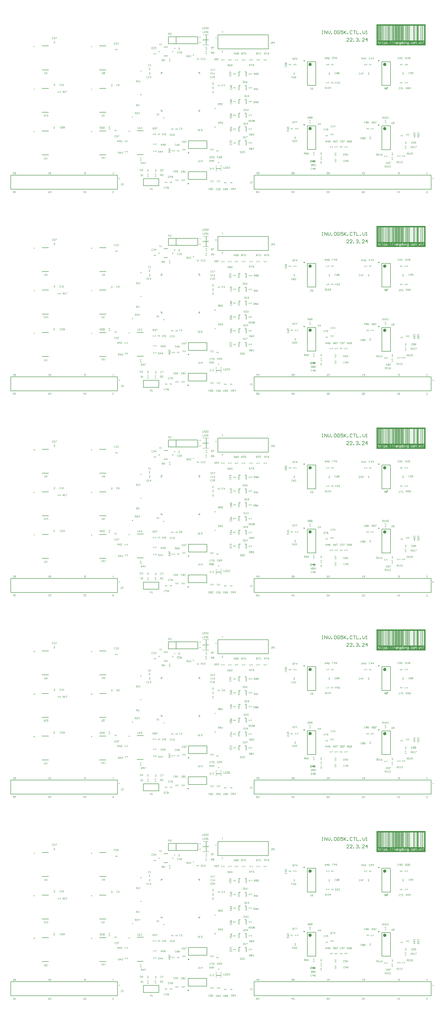
<source format=gto>
G04*
G04 #@! TF.GenerationSoftware,Altium Limited,Altium Designer,25.3.3 (18)*
G04*
G04 Layer_Color=65535*
%FSLAX44Y44*%
%MOMM*%
G71*
G04*
G04 #@! TF.SameCoordinates,C1B4E693-D7F7-4543-9357-B74F73BC7D76*
G04*
G04*
G04 #@! TF.FilePolarity,Positive*
G04*
G01*
G75*
%ADD10C,0.2000*%
%ADD11C,0.2500*%
%ADD12C,0.6000*%
%ADD13C,0.1000*%
%ADD14C,0.1016*%
%ADD15C,0.1270*%
%ADD16C,0.1800*%
%ADD17C,0.1500*%
G36*
X1543732Y3532200D02*
X1365600D01*
Y3608486D01*
X1543732D01*
Y3532200D01*
D02*
G37*
G36*
X1543732Y2802200D02*
X1365600D01*
Y2878486D01*
X1543732D01*
Y2802200D01*
D02*
G37*
G36*
X1543732Y2072200D02*
X1365600D01*
Y2148486D01*
X1543732D01*
Y2072200D01*
D02*
G37*
G36*
X1543732Y1342200D02*
X1365600D01*
Y1418486D01*
X1543732D01*
Y1342200D01*
D02*
G37*
G36*
X1543732Y612200D02*
X1365600D01*
Y688486D01*
X1543732D01*
Y612200D01*
D02*
G37*
%LPC*%
G36*
X1538652Y3603406D02*
X1537759D01*
Y3550066D01*
X1538652D01*
Y3603406D01*
D02*
G37*
G36*
X1537312D02*
X1536865D01*
Y3550066D01*
X1537312D01*
Y3603406D01*
D02*
G37*
G36*
X1536419D02*
X1535078D01*
Y3550066D01*
X1536419D01*
Y3603406D01*
D02*
G37*
G36*
X1533738D02*
X1532845D01*
Y3550066D01*
X1533738D01*
Y3603406D01*
D02*
G37*
G36*
X1531951D02*
X1531505D01*
Y3550066D01*
X1531951D01*
Y3603406D01*
D02*
G37*
G36*
X1530611D02*
X1529271D01*
Y3550066D01*
X1530611D01*
Y3603406D01*
D02*
G37*
G36*
X1528824D02*
X1527931D01*
Y3550066D01*
X1528824D01*
Y3603406D01*
D02*
G37*
G36*
X1527037D02*
X1526144D01*
Y3550066D01*
X1527037D01*
Y3603406D01*
D02*
G37*
G36*
X1525250D02*
X1523910D01*
Y3550066D01*
X1525250D01*
Y3603406D01*
D02*
G37*
G36*
X1523463D02*
X1523017D01*
Y3550066D01*
X1523463D01*
Y3603406D01*
D02*
G37*
G36*
X1522570D02*
X1520783D01*
Y3550066D01*
X1522570D01*
Y3603406D01*
D02*
G37*
G36*
X1520336D02*
X1519890D01*
Y3550066D01*
X1520336D01*
Y3603406D01*
D02*
G37*
G36*
X1519443D02*
X1518103D01*
Y3550066D01*
X1519443D01*
Y3603406D01*
D02*
G37*
G36*
X1517209D02*
X1516762D01*
Y3550066D01*
X1517209D01*
Y3603406D01*
D02*
G37*
G36*
X1516316D02*
X1515869D01*
Y3550066D01*
X1516316D01*
Y3603406D01*
D02*
G37*
G36*
X1514082D02*
X1513188D01*
Y3550066D01*
X1514082D01*
Y3603406D01*
D02*
G37*
G36*
X1512295D02*
X1511848D01*
Y3550066D01*
X1512295D01*
Y3603406D01*
D02*
G37*
G36*
X1510955D02*
X1510508D01*
Y3550066D01*
X1510955D01*
Y3603406D01*
D02*
G37*
G36*
X1510061D02*
X1508274D01*
Y3550066D01*
X1510061D01*
Y3603406D01*
D02*
G37*
G36*
X1507828D02*
X1506487D01*
Y3550066D01*
X1507828D01*
Y3603406D01*
D02*
G37*
G36*
X1506041D02*
X1504254D01*
Y3550066D01*
X1506041D01*
Y3603406D01*
D02*
G37*
G36*
X1503807D02*
X1503360D01*
Y3550066D01*
X1503807D01*
Y3603406D01*
D02*
G37*
G36*
X1502914D02*
X1501573D01*
Y3550066D01*
X1502914D01*
Y3603406D01*
D02*
G37*
G36*
X1500680D02*
X1499786D01*
Y3550066D01*
X1500680D01*
Y3603406D01*
D02*
G37*
G36*
X1498893D02*
X1498446D01*
Y3550066D01*
X1498893D01*
Y3603406D01*
D02*
G37*
G36*
X1497999D02*
X1496212D01*
Y3550066D01*
X1497999D01*
Y3603406D01*
D02*
G37*
G36*
X1495766D02*
X1495319D01*
Y3550066D01*
X1495766D01*
Y3603406D01*
D02*
G37*
G36*
X1494872D02*
X1493532D01*
Y3550066D01*
X1494872D01*
Y3603406D01*
D02*
G37*
G36*
X1493085D02*
X1492639D01*
Y3550066D01*
X1493085D01*
Y3603406D01*
D02*
G37*
G36*
X1492192D02*
X1490852D01*
Y3550066D01*
X1492192D01*
Y3603406D01*
D02*
G37*
G36*
X1490405D02*
X1488618D01*
Y3550066D01*
X1490405D01*
Y3603406D01*
D02*
G37*
G36*
X1488171D02*
X1487724D01*
Y3550066D01*
X1488171D01*
Y3603406D01*
D02*
G37*
G36*
X1487278D02*
X1485491D01*
Y3550066D01*
X1487278D01*
Y3603406D01*
D02*
G37*
G36*
X1484151D02*
X1483704D01*
Y3550066D01*
X1484151D01*
Y3603406D01*
D02*
G37*
G36*
X1482810D02*
X1481917D01*
Y3550066D01*
X1482810D01*
Y3603406D01*
D02*
G37*
G36*
X1481470D02*
X1481024D01*
Y3550066D01*
X1481470D01*
Y3603406D01*
D02*
G37*
G36*
X1479237D02*
X1478790D01*
Y3550066D01*
X1479237D01*
Y3603406D01*
D02*
G37*
G36*
X1478343D02*
X1477003D01*
Y3550066D01*
X1478343D01*
Y3603406D01*
D02*
G37*
G36*
X1476556D02*
X1474769D01*
Y3550066D01*
X1476556D01*
Y3603406D01*
D02*
G37*
G36*
X1474323D02*
X1473876D01*
Y3550066D01*
X1474323D01*
Y3603406D01*
D02*
G37*
G36*
X1473429D02*
X1472089D01*
Y3550066D01*
X1473429D01*
Y3603406D01*
D02*
G37*
G36*
X1471195D02*
X1470302D01*
Y3550066D01*
X1471195D01*
Y3603406D01*
D02*
G37*
G36*
X1469408D02*
X1468962D01*
Y3550066D01*
X1469408D01*
Y3603406D01*
D02*
G37*
G36*
X1468515D02*
X1466728D01*
Y3550066D01*
X1468515D01*
Y3603406D01*
D02*
G37*
G36*
X1466281D02*
X1465835D01*
Y3550066D01*
X1466281D01*
Y3603406D01*
D02*
G37*
G36*
X1465388D02*
X1464048D01*
Y3550066D01*
X1465388D01*
Y3603406D01*
D02*
G37*
G36*
X1462261D02*
X1461814D01*
Y3550066D01*
X1462261D01*
Y3603406D01*
D02*
G37*
G36*
X1461367D02*
X1460474D01*
Y3550066D01*
X1461367D01*
Y3603406D01*
D02*
G37*
G36*
X1459580D02*
X1459133D01*
Y3550066D01*
X1459580D01*
Y3603406D01*
D02*
G37*
G36*
X1458240D02*
X1457793D01*
Y3550066D01*
X1458240D01*
Y3603406D01*
D02*
G37*
G36*
X1457346D02*
X1456900D01*
Y3550066D01*
X1457346D01*
Y3603406D01*
D02*
G37*
G36*
X1455113D02*
X1454219D01*
Y3550066D01*
X1455113D01*
Y3603406D01*
D02*
G37*
G36*
X1453773D02*
X1453326D01*
Y3550066D01*
X1453773D01*
Y3603406D01*
D02*
G37*
G36*
X1452879D02*
X1451092D01*
Y3550066D01*
X1452879D01*
Y3603406D01*
D02*
G37*
G36*
X1449752D02*
X1449305D01*
Y3550066D01*
X1449752D01*
Y3603406D01*
D02*
G37*
G36*
X1448859D02*
X1447965D01*
Y3550066D01*
X1448859D01*
Y3603406D01*
D02*
G37*
G36*
X1447072D02*
X1446625D01*
Y3550066D01*
X1447072D01*
Y3603406D01*
D02*
G37*
G36*
X1444838D02*
X1444391D01*
Y3550066D01*
X1444838D01*
Y3603406D01*
D02*
G37*
G36*
X1442604D02*
X1442157D01*
Y3550066D01*
X1442604D01*
Y3603406D01*
D02*
G37*
G36*
X1441711D02*
X1440817D01*
Y3550066D01*
X1441711D01*
Y3603406D01*
D02*
G37*
G36*
X1439924D02*
X1439477D01*
Y3550066D01*
X1439924D01*
Y3603406D01*
D02*
G37*
G36*
X1438584D02*
X1438137D01*
Y3550066D01*
X1438584D01*
Y3603406D01*
D02*
G37*
G36*
X1437690D02*
X1437243D01*
Y3550066D01*
X1437690D01*
Y3603406D01*
D02*
G37*
G36*
X1435457D02*
X1434563D01*
Y3550066D01*
X1435457D01*
Y3603406D01*
D02*
G37*
G36*
X1432776D02*
X1431883D01*
Y3550066D01*
X1432776D01*
Y3603406D01*
D02*
G37*
G36*
X1431436D02*
X1430989D01*
Y3550066D01*
X1431436D01*
Y3603406D01*
D02*
G37*
G36*
X1430096D02*
X1429649D01*
Y3550066D01*
X1430096D01*
Y3603406D01*
D02*
G37*
G36*
X1429202D02*
X1427415D01*
Y3550066D01*
X1429202D01*
Y3603406D01*
D02*
G37*
G36*
X1426522D02*
X1426075D01*
Y3550066D01*
X1426522D01*
Y3603406D01*
D02*
G37*
G36*
X1425182D02*
X1424735D01*
Y3550066D01*
X1425182D01*
Y3603406D01*
D02*
G37*
G36*
X1424288D02*
X1422948D01*
Y3550066D01*
X1424288D01*
Y3603406D01*
D02*
G37*
G36*
X1422501D02*
X1420714D01*
Y3550066D01*
X1422501D01*
Y3603406D01*
D02*
G37*
G36*
X1420267D02*
X1419821D01*
Y3550066D01*
X1420267D01*
Y3603406D01*
D02*
G37*
G36*
X1418927D02*
X1418034D01*
Y3550066D01*
X1418927D01*
Y3603406D01*
D02*
G37*
G36*
X1417140D02*
X1415800D01*
Y3550066D01*
X1417140D01*
Y3603406D01*
D02*
G37*
G36*
X1415353D02*
X1414907D01*
Y3550066D01*
X1415353D01*
Y3603406D01*
D02*
G37*
G36*
X1414013D02*
X1413120D01*
Y3550066D01*
X1414013D01*
Y3603406D01*
D02*
G37*
G36*
X1412226D02*
X1410886D01*
Y3550066D01*
X1412226D01*
Y3603406D01*
D02*
G37*
G36*
X1410439D02*
X1409993D01*
Y3550066D01*
X1410439D01*
Y3603406D01*
D02*
G37*
G36*
X1409546D02*
X1408652D01*
Y3550066D01*
X1409546D01*
Y3603406D01*
D02*
G37*
G36*
X1407759D02*
X1407312D01*
Y3550066D01*
X1407759D01*
Y3603406D01*
D02*
G37*
G36*
X1406419D02*
X1405078D01*
Y3550066D01*
X1406419D01*
Y3603406D01*
D02*
G37*
G36*
X1404632D02*
X1402845D01*
Y3550066D01*
X1404632D01*
Y3603406D01*
D02*
G37*
G36*
X1402398D02*
X1401951D01*
Y3550066D01*
X1402398D01*
Y3603406D01*
D02*
G37*
G36*
X1401505D02*
X1400164D01*
Y3550066D01*
X1401505D01*
Y3603406D01*
D02*
G37*
G36*
X1399271D02*
X1398824D01*
Y3550066D01*
X1399271D01*
Y3603406D01*
D02*
G37*
G36*
X1397931D02*
X1396144D01*
Y3550066D01*
X1397931D01*
Y3603406D01*
D02*
G37*
G36*
X1395697D02*
X1395250D01*
Y3550066D01*
X1395697D01*
Y3603406D01*
D02*
G37*
G36*
X1394357D02*
X1392570D01*
Y3550066D01*
X1394357D01*
Y3603406D01*
D02*
G37*
G36*
X1391676D02*
X1391230D01*
Y3550066D01*
X1391676D01*
Y3603406D01*
D02*
G37*
G36*
X1390783D02*
X1390336D01*
Y3550066D01*
X1390783D01*
Y3603406D01*
D02*
G37*
G36*
X1389443D02*
X1388996D01*
Y3550066D01*
X1389443D01*
Y3603406D01*
D02*
G37*
G36*
X1388549D02*
X1386762D01*
Y3550066D01*
X1388549D01*
Y3603406D01*
D02*
G37*
G36*
X1385869D02*
X1385422D01*
Y3550066D01*
X1385869D01*
Y3603406D01*
D02*
G37*
G36*
X1384529D02*
X1384082D01*
Y3550066D01*
X1384529D01*
Y3603406D01*
D02*
G37*
G36*
X1383635D02*
X1381848D01*
Y3550066D01*
X1383635D01*
Y3603406D01*
D02*
G37*
G36*
X1380955D02*
X1380508D01*
Y3550066D01*
X1380955D01*
Y3603406D01*
D02*
G37*
G36*
X1380061D02*
X1379615D01*
Y3550066D01*
X1380061D01*
Y3603406D01*
D02*
G37*
G36*
X1377828D02*
X1376934D01*
Y3550066D01*
X1377828D01*
Y3603406D01*
D02*
G37*
G36*
X1376041D02*
X1375594D01*
Y3550066D01*
X1376041D01*
Y3603406D01*
D02*
G37*
G36*
X1373807D02*
X1373360D01*
Y3550066D01*
X1373807D01*
Y3603406D01*
D02*
G37*
G36*
X1372467D02*
X1372020D01*
Y3550066D01*
X1372467D01*
Y3603406D01*
D02*
G37*
G36*
X1371573D02*
X1370680D01*
Y3550066D01*
X1371573D01*
Y3603406D01*
D02*
G37*
G36*
X1460957Y3547035D02*
X1459758D01*
Y3543539D01*
X1459632Y3543694D01*
X1459491Y3543821D01*
X1459364Y3543948D01*
X1459223Y3544047D01*
X1459110Y3544117D01*
X1459025Y3544188D01*
X1458969Y3544216D01*
X1458941Y3544230D01*
X1458757Y3544328D01*
X1458560Y3544399D01*
X1458363Y3544441D01*
X1458179Y3544484D01*
X1458024Y3544498D01*
X1457912Y3544512D01*
X1457799D01*
X1457489Y3544498D01*
X1457193Y3544441D01*
X1456925Y3544371D01*
X1456699Y3544286D01*
X1456502Y3544188D01*
X1456361Y3544117D01*
X1456305Y3544089D01*
X1456262Y3544061D01*
X1456248Y3544047D01*
X1456234D01*
X1455980Y3543863D01*
X1455769Y3543638D01*
X1455586Y3543426D01*
X1455445Y3543215D01*
X1455332Y3543017D01*
X1455247Y3542863D01*
X1455219Y3542806D01*
X1455191Y3542764D01*
X1455177Y3542736D01*
Y3542721D01*
X1455064Y3542397D01*
X1454980Y3542059D01*
X1454909Y3541735D01*
X1454867Y3541439D01*
X1454839Y3541185D01*
Y3541072D01*
X1454824Y3540988D01*
Y3540903D01*
Y3540847D01*
Y3540818D01*
Y3540804D01*
X1454839Y3540410D01*
X1454881Y3540043D01*
X1454951Y3539719D01*
X1455022Y3539437D01*
X1455050Y3539310D01*
X1455078Y3539211D01*
X1455121Y3539113D01*
X1455149Y3539028D01*
X1455177Y3538972D01*
X1455191Y3538929D01*
X1455205Y3538901D01*
Y3538887D01*
X1455360Y3538591D01*
X1455543Y3538337D01*
X1455727Y3538112D01*
X1455910Y3537928D01*
X1456065Y3537787D01*
X1456192Y3537675D01*
X1456276Y3537618D01*
X1456290Y3537590D01*
X1456305D01*
X1456573Y3537435D01*
X1456840Y3537322D01*
X1457108Y3537238D01*
X1457348Y3537181D01*
X1457545Y3537153D01*
X1457714Y3537139D01*
X1457771Y3537125D01*
X1457855D01*
X1458095Y3537139D01*
X1458320Y3537167D01*
X1458532Y3537224D01*
X1458715Y3537294D01*
X1458898Y3537365D01*
X1459068Y3537449D01*
X1459209Y3537548D01*
X1459335Y3537646D01*
X1459462Y3537745D01*
X1459561Y3537844D01*
X1459646Y3537928D01*
X1459716Y3537999D01*
X1459772Y3538069D01*
X1459815Y3538126D01*
X1459829Y3538154D01*
X1459843Y3538168D01*
Y3537280D01*
X1460957D01*
Y3547035D01*
D02*
G37*
G36*
X1395571Y3544512D02*
X1395415D01*
X1395162Y3544498D01*
X1394936Y3544469D01*
X1394739Y3544427D01*
X1394570Y3544371D01*
X1394429Y3544314D01*
X1394316Y3544272D01*
X1394259Y3544244D01*
X1394231Y3544230D01*
X1394062Y3544117D01*
X1393893Y3543990D01*
X1393752Y3543863D01*
X1393625Y3543722D01*
X1393512Y3543610D01*
X1393442Y3543511D01*
X1393385Y3543454D01*
X1393371Y3543426D01*
Y3544357D01*
X1392286D01*
Y3534573D01*
X1393484D01*
Y3538013D01*
X1393597Y3537872D01*
X1393724Y3537745D01*
X1393865Y3537632D01*
X1393978Y3537548D01*
X1394090Y3537463D01*
X1394175Y3537407D01*
X1394245Y3537379D01*
X1394259Y3537365D01*
X1394443Y3537280D01*
X1394626Y3537224D01*
X1394809Y3537181D01*
X1394978Y3537153D01*
X1395119Y3537139D01*
X1395232Y3537125D01*
X1395331D01*
X1395627Y3537139D01*
X1395923Y3537195D01*
X1396177Y3537266D01*
X1396416Y3537350D01*
X1396614Y3537435D01*
X1396755Y3537505D01*
X1396811Y3537534D01*
X1396853Y3537562D01*
X1396868Y3537576D01*
X1396882D01*
X1397149Y3537773D01*
X1397375Y3537985D01*
X1397572Y3538196D01*
X1397727Y3538408D01*
X1397854Y3538605D01*
X1397953Y3538760D01*
X1397981Y3538817D01*
X1398009Y3538859D01*
X1398023Y3538887D01*
Y3538901D01*
X1398150Y3539240D01*
X1398249Y3539578D01*
X1398320Y3539902D01*
X1398376Y3540212D01*
X1398404Y3540466D01*
Y3540579D01*
X1398418Y3540677D01*
Y3540762D01*
Y3540818D01*
Y3540847D01*
Y3540861D01*
X1398404Y3541227D01*
X1398362Y3541580D01*
X1398305Y3541890D01*
X1398235Y3542172D01*
X1398164Y3542397D01*
X1398136Y3542496D01*
X1398108Y3542580D01*
X1398080Y3542637D01*
X1398066Y3542679D01*
X1398052Y3542707D01*
Y3542721D01*
X1397911Y3543017D01*
X1397742Y3543285D01*
X1397572Y3543511D01*
X1397403Y3543694D01*
X1397248Y3543835D01*
X1397121Y3543948D01*
X1397037Y3544004D01*
X1397023Y3544032D01*
X1397009D01*
X1396741Y3544188D01*
X1396473Y3544314D01*
X1396205Y3544399D01*
X1395951Y3544455D01*
X1395740Y3544484D01*
X1395641Y3544498D01*
X1395571Y3544512D01*
D02*
G37*
G36*
X1528690D02*
X1528577D01*
X1528309Y3544498D01*
X1528055Y3544455D01*
X1527830Y3544399D01*
X1527604Y3544328D01*
X1527407Y3544244D01*
X1527224Y3544145D01*
X1527054Y3544032D01*
X1526913Y3543934D01*
X1526772Y3543821D01*
X1526660Y3543708D01*
X1526561Y3543610D01*
X1526476Y3543525D01*
X1526420Y3543454D01*
X1526378Y3543398D01*
X1526349Y3543356D01*
X1526335Y3543342D01*
Y3544357D01*
X1525264D01*
Y3537280D01*
X1526462D01*
Y3541129D01*
Y3541368D01*
X1526490Y3541608D01*
X1526519Y3541805D01*
X1526547Y3541988D01*
X1526589Y3542158D01*
X1526631Y3542313D01*
X1526688Y3542454D01*
X1526744Y3542566D01*
X1526786Y3542665D01*
X1526843Y3542750D01*
X1526885Y3542820D01*
X1526927Y3542877D01*
X1526984Y3542947D01*
X1527012Y3542975D01*
X1527224Y3543144D01*
X1527449Y3543257D01*
X1527675Y3543342D01*
X1527872Y3543412D01*
X1528055Y3543440D01*
X1528196Y3543454D01*
X1528253Y3543469D01*
X1528323D01*
X1528492Y3543454D01*
X1528661Y3543440D01*
X1528802Y3543398D01*
X1528915Y3543356D01*
X1529014Y3543314D01*
X1529098Y3543285D01*
X1529141Y3543257D01*
X1529155Y3543243D01*
X1529282Y3543158D01*
X1529394Y3543060D01*
X1529479Y3542961D01*
X1529550Y3542877D01*
X1529592Y3542792D01*
X1529634Y3542721D01*
X1529662Y3542679D01*
Y3542665D01*
X1529704Y3542510D01*
X1529747Y3542341D01*
X1529775Y3542158D01*
X1529789Y3541974D01*
X1529803Y3541819D01*
Y3541692D01*
Y3541594D01*
Y3541580D01*
Y3541566D01*
Y3537280D01*
X1531001D01*
Y3541622D01*
Y3541918D01*
X1530987Y3542158D01*
X1530973Y3542355D01*
Y3542524D01*
X1530959Y3542637D01*
X1530945Y3542721D01*
X1530931Y3542778D01*
Y3542792D01*
X1530889Y3542975D01*
X1530818Y3543144D01*
X1530762Y3543285D01*
X1530705Y3543426D01*
X1530635Y3543525D01*
X1530593Y3543595D01*
X1530565Y3543652D01*
X1530550Y3543666D01*
X1530438Y3543807D01*
X1530311Y3543920D01*
X1530184Y3544032D01*
X1530043Y3544117D01*
X1529930Y3544188D01*
X1529831Y3544230D01*
X1529775Y3544258D01*
X1529747Y3544272D01*
X1529550Y3544357D01*
X1529338Y3544413D01*
X1529141Y3544455D01*
X1528957Y3544484D01*
X1528802Y3544498D01*
X1528690Y3544512D01*
D02*
G37*
G36*
X1472699D02*
X1472586D01*
X1472318Y3544498D01*
X1472064Y3544455D01*
X1471839Y3544399D01*
X1471613Y3544328D01*
X1471416Y3544244D01*
X1471233Y3544145D01*
X1471064Y3544032D01*
X1470923Y3543934D01*
X1470782Y3543821D01*
X1470669Y3543708D01*
X1470570Y3543610D01*
X1470486Y3543525D01*
X1470429Y3543454D01*
X1470387Y3543398D01*
X1470359Y3543356D01*
X1470345Y3543342D01*
Y3544357D01*
X1469273D01*
Y3537280D01*
X1470471D01*
Y3541129D01*
Y3541368D01*
X1470500Y3541608D01*
X1470528Y3541805D01*
X1470556Y3541988D01*
X1470598Y3542158D01*
X1470641Y3542313D01*
X1470697Y3542454D01*
X1470753Y3542566D01*
X1470796Y3542665D01*
X1470852Y3542750D01*
X1470894Y3542820D01*
X1470937Y3542877D01*
X1470993Y3542947D01*
X1471021Y3542975D01*
X1471233Y3543144D01*
X1471458Y3543257D01*
X1471684Y3543342D01*
X1471881Y3543412D01*
X1472064Y3543440D01*
X1472205Y3543454D01*
X1472262Y3543469D01*
X1472332D01*
X1472501Y3543454D01*
X1472671Y3543440D01*
X1472812Y3543398D01*
X1472924Y3543356D01*
X1473023Y3543314D01*
X1473108Y3543285D01*
X1473150Y3543257D01*
X1473164Y3543243D01*
X1473291Y3543158D01*
X1473404Y3543060D01*
X1473488Y3542961D01*
X1473559Y3542877D01*
X1473601Y3542792D01*
X1473643Y3542721D01*
X1473672Y3542679D01*
Y3542665D01*
X1473714Y3542510D01*
X1473756Y3542341D01*
X1473784Y3542158D01*
X1473798Y3541974D01*
X1473813Y3541819D01*
Y3541692D01*
Y3541594D01*
Y3541580D01*
Y3541566D01*
Y3537280D01*
X1475011D01*
Y3541622D01*
Y3541918D01*
X1474997Y3542158D01*
X1474982Y3542355D01*
Y3542524D01*
X1474968Y3542637D01*
X1474954Y3542721D01*
X1474940Y3542778D01*
Y3542792D01*
X1474898Y3542975D01*
X1474828Y3543144D01*
X1474771Y3543285D01*
X1474715Y3543426D01*
X1474644Y3543525D01*
X1474602Y3543595D01*
X1474574Y3543652D01*
X1474560Y3543666D01*
X1474447Y3543807D01*
X1474320Y3543920D01*
X1474193Y3544032D01*
X1474052Y3544117D01*
X1473939Y3544188D01*
X1473841Y3544230D01*
X1473784Y3544258D01*
X1473756Y3544272D01*
X1473559Y3544357D01*
X1473347Y3544413D01*
X1473150Y3544455D01*
X1472967Y3544484D01*
X1472812Y3544498D01*
X1472699Y3544512D01*
D02*
G37*
G36*
X1444703D02*
X1444591D01*
X1444323Y3544498D01*
X1444069Y3544455D01*
X1443844Y3544399D01*
X1443618Y3544328D01*
X1443421Y3544244D01*
X1443237Y3544145D01*
X1443068Y3544032D01*
X1442927Y3543934D01*
X1442786Y3543821D01*
X1442673Y3543708D01*
X1442575Y3543610D01*
X1442490Y3543525D01*
X1442434Y3543454D01*
X1442392Y3543398D01*
X1442363Y3543356D01*
X1442349Y3543342D01*
Y3544357D01*
X1441278D01*
Y3537280D01*
X1442476D01*
Y3541129D01*
Y3541368D01*
X1442504Y3541608D01*
X1442533Y3541805D01*
X1442561Y3541988D01*
X1442603Y3542158D01*
X1442645Y3542313D01*
X1442702Y3542454D01*
X1442758Y3542566D01*
X1442800Y3542665D01*
X1442857Y3542750D01*
X1442899Y3542820D01*
X1442941Y3542877D01*
X1442998Y3542947D01*
X1443026Y3542975D01*
X1443237Y3543144D01*
X1443463Y3543257D01*
X1443689Y3543342D01*
X1443886Y3543412D01*
X1444069Y3543440D01*
X1444210Y3543454D01*
X1444266Y3543469D01*
X1444337D01*
X1444506Y3543454D01*
X1444675Y3543440D01*
X1444816Y3543398D01*
X1444929Y3543356D01*
X1445028Y3543314D01*
X1445112Y3543285D01*
X1445155Y3543257D01*
X1445169Y3543243D01*
X1445296Y3543158D01*
X1445408Y3543060D01*
X1445493Y3542961D01*
X1445563Y3542877D01*
X1445606Y3542792D01*
X1445648Y3542721D01*
X1445676Y3542679D01*
Y3542665D01*
X1445718Y3542510D01*
X1445761Y3542341D01*
X1445789Y3542158D01*
X1445803Y3541974D01*
X1445817Y3541819D01*
Y3541692D01*
Y3541594D01*
Y3541580D01*
Y3541566D01*
Y3537280D01*
X1447015D01*
Y3541622D01*
Y3541918D01*
X1447001Y3542158D01*
X1446987Y3542355D01*
Y3542524D01*
X1446973Y3542637D01*
X1446959Y3542721D01*
X1446945Y3542778D01*
Y3542792D01*
X1446903Y3542975D01*
X1446832Y3543144D01*
X1446776Y3543285D01*
X1446719Y3543426D01*
X1446649Y3543525D01*
X1446606Y3543595D01*
X1446578Y3543652D01*
X1446564Y3543666D01*
X1446452Y3543807D01*
X1446325Y3543920D01*
X1446198Y3544032D01*
X1446057Y3544117D01*
X1445944Y3544188D01*
X1445845Y3544230D01*
X1445789Y3544258D01*
X1445761Y3544272D01*
X1445563Y3544357D01*
X1445352Y3544413D01*
X1445155Y3544455D01*
X1444971Y3544484D01*
X1444816Y3544498D01*
X1444703Y3544512D01*
D02*
G37*
G36*
X1431495D02*
X1431396D01*
X1431241Y3544498D01*
X1431100Y3544469D01*
X1430959Y3544427D01*
X1430847Y3544385D01*
X1430762Y3544343D01*
X1430678Y3544300D01*
X1430635Y3544272D01*
X1430621Y3544258D01*
X1430494Y3544145D01*
X1430367Y3544004D01*
X1430240Y3543835D01*
X1430128Y3543680D01*
X1430015Y3543525D01*
X1429944Y3543398D01*
X1429888Y3543299D01*
X1429874Y3543285D01*
Y3544357D01*
X1428789D01*
Y3537280D01*
X1429987D01*
Y3540974D01*
X1430001Y3541255D01*
X1430015Y3541509D01*
X1430043Y3541749D01*
X1430085Y3541960D01*
X1430128Y3542129D01*
X1430156Y3542256D01*
X1430170Y3542341D01*
X1430184Y3542369D01*
X1430240Y3542524D01*
X1430311Y3542651D01*
X1430381Y3542764D01*
X1430452Y3542863D01*
X1430522Y3542933D01*
X1430565Y3542989D01*
X1430607Y3543017D01*
X1430621Y3543032D01*
X1430734Y3543116D01*
X1430861Y3543173D01*
X1430988Y3543215D01*
X1431086Y3543243D01*
X1431185Y3543257D01*
X1431255Y3543271D01*
X1431326D01*
X1431481Y3543257D01*
X1431636Y3543229D01*
X1431791Y3543187D01*
X1431918Y3543144D01*
X1432031Y3543102D01*
X1432115Y3543060D01*
X1432172Y3543032D01*
X1432186Y3543017D01*
X1432623Y3544117D01*
X1432383Y3544244D01*
X1432158Y3544343D01*
X1431960Y3544413D01*
X1431777Y3544469D01*
X1431622Y3544498D01*
X1431495Y3544512D01*
D02*
G37*
G36*
X1509878D02*
X1509779D01*
X1509526Y3544498D01*
X1509300Y3544455D01*
X1509075Y3544399D01*
X1508863Y3544314D01*
X1508666Y3544216D01*
X1508483Y3544117D01*
X1508327Y3544004D01*
X1508172Y3543891D01*
X1508031Y3543765D01*
X1507919Y3543652D01*
X1507820Y3543553D01*
X1507735Y3543454D01*
X1507665Y3543370D01*
X1507623Y3543314D01*
X1507594Y3543271D01*
X1507580Y3543257D01*
X1507496Y3543469D01*
X1507383Y3543652D01*
X1507256Y3543807D01*
X1507143Y3543934D01*
X1507030Y3544047D01*
X1506946Y3544117D01*
X1506889Y3544159D01*
X1506861Y3544173D01*
X1506664Y3544286D01*
X1506452Y3544371D01*
X1506241Y3544427D01*
X1506030Y3544469D01*
X1505860Y3544498D01*
X1505705Y3544512D01*
X1505578D01*
X1505325Y3544498D01*
X1505085Y3544455D01*
X1504874Y3544413D01*
X1504690Y3544357D01*
X1504535Y3544286D01*
X1504422Y3544244D01*
X1504352Y3544202D01*
X1504324Y3544188D01*
X1504126Y3544061D01*
X1503957Y3543920D01*
X1503802Y3543779D01*
X1503675Y3543638D01*
X1503577Y3543525D01*
X1503492Y3543426D01*
X1503450Y3543370D01*
X1503436Y3543342D01*
Y3544357D01*
X1502364D01*
Y3543690D01*
X1502329Y3543722D01*
X1502146Y3543863D01*
X1501949Y3544004D01*
X1501752Y3544103D01*
X1501554Y3544202D01*
X1501357Y3544272D01*
X1500976Y3544399D01*
X1500793Y3544427D01*
X1500638Y3544455D01*
X1500497Y3544484D01*
X1500370Y3544498D01*
X1500271Y3544512D01*
X1500130D01*
X1499891Y3544498D01*
X1499665Y3544484D01*
X1499228Y3544385D01*
X1498848Y3544258D01*
X1498678Y3544188D01*
X1498523Y3544117D01*
X1498382Y3544047D01*
X1498270Y3543976D01*
X1498157Y3543906D01*
X1498072Y3543849D01*
X1498002Y3543793D01*
X1497945Y3543751D01*
X1497917Y3543736D01*
X1497903Y3543722D01*
X1497706Y3543539D01*
X1497551Y3543328D01*
X1497395Y3543102D01*
X1497283Y3542877D01*
X1497170Y3542637D01*
X1497085Y3542383D01*
X1497015Y3542143D01*
X1496958Y3541918D01*
X1496902Y3541692D01*
X1496874Y3541495D01*
X1496846Y3541298D01*
X1496832Y3541143D01*
Y3541002D01*
X1496817Y3540903D01*
Y3540847D01*
Y3540818D01*
X1496832Y3540494D01*
X1496860Y3540184D01*
X1496902Y3539902D01*
X1496958Y3539634D01*
X1497029Y3539395D01*
X1497099Y3539169D01*
X1497184Y3538958D01*
X1497269Y3538774D01*
X1497353Y3538605D01*
X1497438Y3538464D01*
X1497508Y3538351D01*
X1497579Y3538253D01*
X1497635Y3538168D01*
X1497677Y3538112D01*
X1497706Y3538083D01*
X1497720Y3538069D01*
X1497903Y3537900D01*
X1498086Y3537759D01*
X1498284Y3537632D01*
X1498481Y3537520D01*
X1498678Y3537435D01*
X1498890Y3537350D01*
X1499270Y3537238D01*
X1499440Y3537209D01*
X1499609Y3537181D01*
X1499750Y3537153D01*
X1499877Y3537139D01*
X1499989Y3537125D01*
X1500130D01*
X1500469Y3537139D01*
X1500779Y3537195D01*
X1501075Y3537266D01*
X1501314Y3537336D01*
X1501526Y3537421D01*
X1501611Y3537449D01*
X1501681Y3537477D01*
X1501752Y3537505D01*
X1501794Y3537534D01*
X1501808Y3537548D01*
X1501822D01*
X1502104Y3537731D01*
X1502343Y3537928D01*
X1502364Y3537948D01*
Y3537280D01*
X1503563D01*
Y3540945D01*
X1503577Y3541284D01*
X1503591Y3541580D01*
X1503619Y3541833D01*
X1503661Y3542045D01*
X1503704Y3542200D01*
X1503732Y3542313D01*
X1503746Y3542383D01*
X1503760Y3542411D01*
X1503844Y3542595D01*
X1503943Y3542750D01*
X1504042Y3542891D01*
X1504141Y3543003D01*
X1504239Y3543088D01*
X1504310Y3543144D01*
X1504366Y3543187D01*
X1504380Y3543201D01*
X1504549Y3543285D01*
X1504704Y3543356D01*
X1504874Y3543398D01*
X1505015Y3543440D01*
X1505127Y3543454D01*
X1505226Y3543469D01*
X1505311D01*
X1505550Y3543454D01*
X1505748Y3543412D01*
X1505917Y3543342D01*
X1506044Y3543271D01*
X1506142Y3543187D01*
X1506213Y3543130D01*
X1506255Y3543074D01*
X1506269Y3543060D01*
X1506368Y3542891D01*
X1506438Y3542707D01*
X1506495Y3542510D01*
X1506523Y3542313D01*
X1506551Y3542143D01*
X1506565Y3541988D01*
Y3541932D01*
Y3541904D01*
Y3541876D01*
Y3541862D01*
Y3537280D01*
X1507764D01*
Y3541382D01*
X1507792Y3541763D01*
X1507848Y3542087D01*
X1507919Y3542355D01*
X1508017Y3542580D01*
X1508102Y3542750D01*
X1508186Y3542863D01*
X1508243Y3542933D01*
X1508257Y3542961D01*
X1508454Y3543130D01*
X1508666Y3543257D01*
X1508877Y3543342D01*
X1509075Y3543412D01*
X1509244Y3543440D01*
X1509385Y3543454D01*
X1509441Y3543469D01*
X1509512D01*
X1509667Y3543454D01*
X1509794Y3543440D01*
X1509920Y3543412D01*
X1510019Y3543370D01*
X1510118Y3543328D01*
X1510174Y3543299D01*
X1510216Y3543285D01*
X1510231Y3543271D01*
X1510343Y3543187D01*
X1510428Y3543102D01*
X1510498Y3543017D01*
X1510555Y3542933D01*
X1510597Y3542863D01*
X1510625Y3542806D01*
X1510653Y3542764D01*
Y3542750D01*
X1510696Y3542623D01*
X1510724Y3542454D01*
X1510738Y3542285D01*
X1510752Y3542115D01*
X1510766Y3541960D01*
Y3541833D01*
Y3541749D01*
Y3541735D01*
Y3541721D01*
Y3537280D01*
X1511964D01*
Y3542129D01*
Y3542355D01*
X1511936Y3542552D01*
X1511908Y3542750D01*
X1511880Y3542919D01*
X1511837Y3543088D01*
X1511781Y3543229D01*
X1511739Y3543356D01*
X1511682Y3543483D01*
X1511626Y3543581D01*
X1511584Y3543680D01*
X1511485Y3543807D01*
X1511429Y3543891D01*
X1511400Y3543920D01*
X1511175Y3544117D01*
X1510907Y3544258D01*
X1510639Y3544371D01*
X1510385Y3544441D01*
X1510146Y3544484D01*
X1510047Y3544498D01*
X1509948D01*
X1509878Y3544512D01*
D02*
G37*
G36*
X1409871Y3544357D02*
X1408504D01*
Y3542989D01*
X1409871D01*
Y3544357D01*
D02*
G37*
G36*
X1402118Y3544512D02*
X1401780D01*
X1401583Y3544484D01*
X1401414Y3544469D01*
X1401258Y3544441D01*
X1401131Y3544413D01*
X1401033Y3544385D01*
X1400976Y3544371D01*
X1400948Y3544357D01*
X1400779Y3544300D01*
X1400624Y3544244D01*
X1400497Y3544188D01*
X1400384Y3544131D01*
X1400300Y3544089D01*
X1400243Y3544047D01*
X1400201Y3544032D01*
X1400187Y3544018D01*
X1400046Y3543920D01*
X1399933Y3543807D01*
X1399835Y3543680D01*
X1399750Y3543581D01*
X1399680Y3543483D01*
X1399637Y3543412D01*
X1399609Y3543356D01*
X1399595Y3543342D01*
X1399525Y3543187D01*
X1399468Y3543046D01*
X1399440Y3542891D01*
X1399412Y3542764D01*
X1399398Y3542637D01*
X1399384Y3542552D01*
Y3542496D01*
Y3542468D01*
X1399398Y3542270D01*
X1399426Y3542101D01*
X1399468Y3541932D01*
X1399510Y3541791D01*
X1399553Y3541678D01*
X1399595Y3541580D01*
X1399623Y3541523D01*
X1399637Y3541509D01*
X1399750Y3541354D01*
X1399877Y3541227D01*
X1400004Y3541114D01*
X1400131Y3541016D01*
X1400243Y3540945D01*
X1400328Y3540889D01*
X1400384Y3540861D01*
X1400413Y3540847D01*
X1400511Y3540804D01*
X1400638Y3540748D01*
X1400920Y3540649D01*
X1401216Y3540565D01*
X1401526Y3540466D01*
X1401794Y3540396D01*
X1401921Y3540353D01*
X1402034Y3540325D01*
X1402118Y3540297D01*
X1402189Y3540283D01*
X1402231Y3540269D01*
X1402245D01*
X1402428Y3540226D01*
X1402583Y3540184D01*
X1402724Y3540142D01*
X1402851Y3540099D01*
X1402964Y3540071D01*
X1403063Y3540029D01*
X1403232Y3539973D01*
X1403345Y3539930D01*
X1403415Y3539888D01*
X1403457Y3539874D01*
X1403472Y3539860D01*
X1403598Y3539775D01*
X1403683Y3539662D01*
X1403754Y3539564D01*
X1403796Y3539465D01*
X1403824Y3539366D01*
X1403838Y3539296D01*
Y3539240D01*
Y3539225D01*
X1403824Y3539056D01*
X1403782Y3538915D01*
X1403711Y3538774D01*
X1403641Y3538661D01*
X1403556Y3538563D01*
X1403500Y3538492D01*
X1403443Y3538450D01*
X1403429Y3538436D01*
X1403260Y3538323D01*
X1403077Y3538253D01*
X1402865Y3538196D01*
X1402668Y3538154D01*
X1402485Y3538126D01*
X1402344Y3538112D01*
X1402203D01*
X1401907Y3538126D01*
X1401653Y3538168D01*
X1401442Y3538224D01*
X1401258Y3538295D01*
X1401117Y3538365D01*
X1401005Y3538422D01*
X1400948Y3538464D01*
X1400920Y3538478D01*
X1400765Y3538633D01*
X1400638Y3538817D01*
X1400553Y3539000D01*
X1400483Y3539169D01*
X1400427Y3539324D01*
X1400399Y3539465D01*
X1400370Y3539550D01*
Y3539564D01*
Y3539578D01*
X1399186Y3539395D01*
X1399285Y3539000D01*
X1399412Y3538647D01*
X1399567Y3538365D01*
X1399722Y3538126D01*
X1399863Y3537928D01*
X1399990Y3537802D01*
X1400074Y3537717D01*
X1400088Y3537703D01*
X1400102Y3537689D01*
X1400243Y3537590D01*
X1400399Y3537505D01*
X1400737Y3537365D01*
X1401089Y3537266D01*
X1401428Y3537195D01*
X1401583Y3537167D01*
X1401724Y3537153D01*
X1401865Y3537139D01*
X1401977D01*
X1402076Y3537125D01*
X1402203D01*
X1402513Y3537139D01*
X1402781Y3537167D01*
X1403035Y3537209D01*
X1403260Y3537266D01*
X1403443Y3537322D01*
X1403584Y3537365D01*
X1403669Y3537393D01*
X1403683Y3537407D01*
X1403697D01*
X1403937Y3537534D01*
X1404134Y3537661D01*
X1404303Y3537802D01*
X1404458Y3537928D01*
X1404571Y3538041D01*
X1404642Y3538140D01*
X1404698Y3538196D01*
X1404712Y3538224D01*
X1404825Y3538422D01*
X1404910Y3538633D01*
X1404980Y3538817D01*
X1405022Y3538986D01*
X1405051Y3539141D01*
X1405065Y3539254D01*
Y3539324D01*
Y3539352D01*
X1405051Y3539578D01*
X1405022Y3539775D01*
X1404966Y3539944D01*
X1404924Y3540099D01*
X1404867Y3540226D01*
X1404811Y3540311D01*
X1404783Y3540367D01*
X1404769Y3540381D01*
X1404656Y3540522D01*
X1404529Y3540649D01*
X1404402Y3540762D01*
X1404275Y3540847D01*
X1404148Y3540917D01*
X1404064Y3540959D01*
X1404007Y3540988D01*
X1403979Y3541002D01*
X1403880Y3541044D01*
X1403768Y3541086D01*
X1403500Y3541185D01*
X1403204Y3541284D01*
X1402908Y3541368D01*
X1402640Y3541453D01*
X1402513Y3541481D01*
X1402414Y3541509D01*
X1402330Y3541537D01*
X1402259Y3541551D01*
X1402217Y3541566D01*
X1402203D01*
X1402048Y3541608D01*
X1401907Y3541650D01*
X1401780Y3541678D01*
X1401667Y3541721D01*
X1401484Y3541763D01*
X1401343Y3541805D01*
X1401244Y3541848D01*
X1401188Y3541862D01*
X1401160Y3541876D01*
X1401146D01*
X1401033Y3541932D01*
X1400934Y3541974D01*
X1400850Y3542031D01*
X1400793Y3542073D01*
X1400737Y3542115D01*
X1400709Y3542158D01*
X1400694Y3542172D01*
X1400680Y3542186D01*
X1400596Y3542327D01*
X1400553Y3542468D01*
Y3542524D01*
X1400539Y3542566D01*
Y3542595D01*
Y3542609D01*
X1400553Y3542736D01*
X1400596Y3542863D01*
X1400652Y3542975D01*
X1400723Y3543060D01*
X1400779Y3543144D01*
X1400836Y3543201D01*
X1400878Y3543229D01*
X1400892Y3543243D01*
X1401047Y3543342D01*
X1401230Y3543412D01*
X1401428Y3543454D01*
X1401611Y3543497D01*
X1401794Y3543511D01*
X1401935Y3543525D01*
X1402076D01*
X1402316Y3543511D01*
X1402541Y3543483D01*
X1402724Y3543426D01*
X1402865Y3543370D01*
X1402992Y3543314D01*
X1403077Y3543257D01*
X1403133Y3543229D01*
X1403147Y3543215D01*
X1403288Y3543088D01*
X1403387Y3542947D01*
X1403472Y3542806D01*
X1403542Y3542679D01*
X1403584Y3542552D01*
X1403613Y3542454D01*
X1403627Y3542397D01*
Y3542369D01*
X1404797Y3542524D01*
X1404740Y3542764D01*
X1404684Y3542975D01*
X1404613Y3543158D01*
X1404543Y3543328D01*
X1404473Y3543440D01*
X1404416Y3543539D01*
X1404388Y3543595D01*
X1404374Y3543610D01*
X1404247Y3543751D01*
X1404106Y3543877D01*
X1403951Y3543990D01*
X1403796Y3544089D01*
X1403655Y3544159D01*
X1403542Y3544216D01*
X1403472Y3544244D01*
X1403457Y3544258D01*
X1403443D01*
X1403204Y3544343D01*
X1402950Y3544399D01*
X1402710Y3544455D01*
X1402485Y3544484D01*
X1402273Y3544498D01*
X1402118Y3544512D01*
D02*
G37*
G36*
X1493625D02*
X1493512D01*
X1493174Y3544498D01*
X1492864Y3544441D01*
X1492568Y3544371D01*
X1492328Y3544300D01*
X1492117Y3544216D01*
X1492032Y3544173D01*
X1491961Y3544145D01*
X1491905Y3544117D01*
X1491863Y3544089D01*
X1491835Y3544075D01*
X1491820D01*
X1491553Y3543906D01*
X1491313Y3543694D01*
X1491116Y3543483D01*
X1490946Y3543271D01*
X1490820Y3543088D01*
X1490735Y3542933D01*
X1490707Y3542877D01*
X1490679Y3542834D01*
X1490665Y3542806D01*
Y3542792D01*
X1490538Y3542454D01*
X1490453Y3542115D01*
X1490383Y3541777D01*
X1490340Y3541467D01*
X1490326Y3541326D01*
X1490312Y3541199D01*
Y3541086D01*
X1490298Y3540988D01*
Y3540903D01*
Y3540847D01*
Y3540804D01*
Y3540790D01*
X1490312Y3540466D01*
X1490340Y3540170D01*
X1490383Y3539874D01*
X1490439Y3539620D01*
X1490495Y3539366D01*
X1490580Y3539155D01*
X1490650Y3538943D01*
X1490735Y3538760D01*
X1490820Y3538605D01*
X1490890Y3538464D01*
X1490975Y3538337D01*
X1491031Y3538239D01*
X1491087Y3538168D01*
X1491130Y3538112D01*
X1491158Y3538083D01*
X1491172Y3538069D01*
X1491341Y3537900D01*
X1491524Y3537759D01*
X1491708Y3537632D01*
X1491905Y3537520D01*
X1492102Y3537435D01*
X1492286Y3537350D01*
X1492666Y3537238D01*
X1492835Y3537209D01*
X1492991Y3537181D01*
X1493132Y3537153D01*
X1493258Y3537139D01*
X1493357Y3537125D01*
X1493498D01*
X1493709Y3537139D01*
X1493921Y3537153D01*
X1494287Y3537238D01*
X1494626Y3537336D01*
X1494908Y3537463D01*
X1495020Y3537534D01*
X1495133Y3537590D01*
X1495232Y3537646D01*
X1495302Y3537703D01*
X1495359Y3537745D01*
X1495401Y3537773D01*
X1495429Y3537787D01*
X1495443Y3537802D01*
X1495584Y3537943D01*
X1495711Y3538083D01*
X1495937Y3538394D01*
X1496120Y3538718D01*
X1496247Y3539014D01*
X1496346Y3539296D01*
X1496374Y3539409D01*
X1496402Y3539521D01*
X1496416Y3539606D01*
X1496430Y3539662D01*
X1496444Y3539705D01*
Y3539719D01*
X1495260Y3539874D01*
X1495204Y3539564D01*
X1495119Y3539282D01*
X1495006Y3539056D01*
X1494908Y3538873D01*
X1494809Y3538718D01*
X1494724Y3538619D01*
X1494682Y3538549D01*
X1494654Y3538535D01*
X1494471Y3538394D01*
X1494273Y3538295D01*
X1494076Y3538210D01*
X1493893Y3538168D01*
X1493738Y3538140D01*
X1493597Y3538126D01*
X1493512Y3538112D01*
X1493484D01*
X1493329Y3538126D01*
X1493174Y3538140D01*
X1492892Y3538210D01*
X1492652Y3538309D01*
X1492441Y3538436D01*
X1492286Y3538549D01*
X1492159Y3538647D01*
X1492088Y3538718D01*
X1492060Y3538746D01*
X1491961Y3538873D01*
X1491877Y3539028D01*
X1491750Y3539338D01*
X1491651Y3539691D01*
X1491595Y3540029D01*
X1491553Y3540339D01*
X1491539Y3540466D01*
Y3540593D01*
X1491524Y3540677D01*
Y3540762D01*
Y3540804D01*
Y3540818D01*
Y3541072D01*
X1491553Y3541312D01*
X1491581Y3541537D01*
X1491609Y3541735D01*
X1491651Y3541918D01*
X1491708Y3542087D01*
X1491750Y3542242D01*
X1491806Y3542383D01*
X1491863Y3542496D01*
X1491905Y3542595D01*
X1491961Y3542679D01*
X1492004Y3542750D01*
X1492032Y3542806D01*
X1492060Y3542848D01*
X1492088Y3542863D01*
Y3542877D01*
X1492201Y3542989D01*
X1492314Y3543088D01*
X1492554Y3543257D01*
X1492807Y3543370D01*
X1493033Y3543440D01*
X1493244Y3543497D01*
X1493399Y3543511D01*
X1493470Y3543525D01*
X1493554D01*
X1493766Y3543511D01*
X1493963Y3543469D01*
X1494132Y3543412D01*
X1494287Y3543342D01*
X1494400Y3543271D01*
X1494499Y3543215D01*
X1494555Y3543173D01*
X1494569Y3543158D01*
X1494710Y3543017D01*
X1494837Y3542848D01*
X1494950Y3542665D01*
X1495020Y3542496D01*
X1495091Y3542341D01*
X1495133Y3542214D01*
X1495147Y3542129D01*
X1495161Y3542115D01*
Y3542101D01*
X1496331Y3542285D01*
X1496233Y3542665D01*
X1496092Y3542989D01*
X1495937Y3543271D01*
X1495782Y3543497D01*
X1495627Y3543680D01*
X1495500Y3543807D01*
X1495415Y3543891D01*
X1495401Y3543920D01*
X1495387D01*
X1495091Y3544117D01*
X1494781Y3544258D01*
X1494471Y3544371D01*
X1494175Y3544441D01*
X1493907Y3544484D01*
X1493794Y3544498D01*
X1493709D01*
X1493625Y3544512D01*
D02*
G37*
G36*
X1524397Y3544357D02*
X1523157D01*
X1521592Y3540029D01*
X1521493Y3539747D01*
X1521395Y3539493D01*
X1521324Y3539254D01*
X1521254Y3539070D01*
X1521211Y3538901D01*
X1521169Y3538788D01*
X1521155Y3538718D01*
X1521141Y3538690D01*
X1521056Y3538958D01*
X1520986Y3539225D01*
X1520901Y3539465D01*
X1520831Y3539677D01*
X1520774Y3539860D01*
X1520732Y3540001D01*
X1520718Y3540043D01*
X1520704Y3540085D01*
X1520690Y3540099D01*
Y3540114D01*
X1519167Y3544357D01*
X1517899D01*
X1520563Y3537280D01*
X1521705D01*
X1524397Y3544357D01*
D02*
G37*
G36*
X1514868Y3538647D02*
X1513501D01*
Y3537280D01*
X1514868D01*
Y3538647D01*
D02*
G37*
G36*
X1486873D02*
X1485505D01*
Y3537280D01*
X1486873D01*
Y3538647D01*
D02*
G37*
G36*
X1437423Y3544512D02*
X1437268D01*
X1436929Y3544498D01*
X1436633Y3544469D01*
X1436351Y3544427D01*
X1436126Y3544385D01*
X1435928Y3544343D01*
X1435787Y3544300D01*
X1435731Y3544286D01*
X1435689Y3544272D01*
X1435675Y3544258D01*
X1435661D01*
X1435421Y3544159D01*
X1435209Y3544032D01*
X1435026Y3543920D01*
X1434871Y3543807D01*
X1434758Y3543694D01*
X1434674Y3543610D01*
X1434617Y3543553D01*
X1434603Y3543539D01*
X1434476Y3543356D01*
X1434364Y3543158D01*
X1434279Y3542961D01*
X1434209Y3542778D01*
X1434152Y3542595D01*
X1434110Y3542468D01*
X1434096Y3542411D01*
Y3542369D01*
X1434082Y3542355D01*
Y3542341D01*
X1435252Y3542186D01*
X1435336Y3542439D01*
X1435421Y3542665D01*
X1435520Y3542848D01*
X1435604Y3542989D01*
X1435689Y3543102D01*
X1435759Y3543173D01*
X1435816Y3543215D01*
X1435830Y3543229D01*
X1435999Y3543328D01*
X1436196Y3543398D01*
X1436408Y3543454D01*
X1436605Y3543483D01*
X1436802Y3543511D01*
X1436943Y3543525D01*
X1437084D01*
X1437409Y3543511D01*
X1437690Y3543469D01*
X1437916Y3543398D01*
X1438113Y3543328D01*
X1438254Y3543243D01*
X1438367Y3543187D01*
X1438438Y3543130D01*
X1438452Y3543116D01*
X1438564Y3542989D01*
X1438649Y3542834D01*
X1438720Y3542665D01*
X1438762Y3542496D01*
X1438790Y3542341D01*
X1438804Y3542200D01*
Y3542115D01*
Y3542101D01*
Y3542087D01*
Y3542059D01*
Y3542002D01*
Y3541904D01*
X1438790Y3541819D01*
Y3541791D01*
Y3541777D01*
X1438649Y3541735D01*
X1438494Y3541692D01*
X1438170Y3541608D01*
X1437803Y3541537D01*
X1437465Y3541467D01*
X1437296Y3541439D01*
X1437141Y3541425D01*
X1437000Y3541396D01*
X1436887Y3541382D01*
X1436788Y3541368D01*
X1436718D01*
X1436661Y3541354D01*
X1436647D01*
X1436394Y3541326D01*
X1436182Y3541284D01*
X1435999Y3541255D01*
X1435858Y3541227D01*
X1435745Y3541213D01*
X1435661Y3541185D01*
X1435604Y3541171D01*
X1435590D01*
X1435407Y3541114D01*
X1435252Y3541058D01*
X1435097Y3540988D01*
X1434970Y3540931D01*
X1434857Y3540875D01*
X1434787Y3540818D01*
X1434730Y3540790D01*
X1434716Y3540776D01*
X1434575Y3540677D01*
X1434462Y3540565D01*
X1434350Y3540452D01*
X1434265Y3540339D01*
X1434194Y3540240D01*
X1434138Y3540156D01*
X1434110Y3540099D01*
X1434096Y3540085D01*
X1434025Y3539930D01*
X1433969Y3539761D01*
X1433927Y3539606D01*
X1433898Y3539451D01*
X1433884Y3539324D01*
X1433870Y3539225D01*
Y3539169D01*
Y3539141D01*
X1433884Y3538972D01*
X1433898Y3538831D01*
X1433969Y3538535D01*
X1434068Y3538295D01*
X1434180Y3538083D01*
X1434293Y3537914D01*
X1434392Y3537787D01*
X1434462Y3537717D01*
X1434491Y3537689D01*
X1434744Y3537505D01*
X1435026Y3537365D01*
X1435336Y3537266D01*
X1435618Y3537195D01*
X1435872Y3537153D01*
X1435985Y3537139D01*
X1436083D01*
X1436168Y3537125D01*
X1436281D01*
X1436534Y3537139D01*
X1436788Y3537167D01*
X1437014Y3537195D01*
X1437211Y3537238D01*
X1437366Y3537280D01*
X1437493Y3537322D01*
X1437578Y3537336D01*
X1437606Y3537350D01*
X1437846Y3537449D01*
X1438071Y3537576D01*
X1438283Y3537717D01*
X1438494Y3537844D01*
X1438663Y3537971D01*
X1438790Y3538069D01*
X1438875Y3538140D01*
X1438889Y3538168D01*
X1438903D01*
X1438931Y3537985D01*
X1438959Y3537816D01*
X1438987Y3537661D01*
X1439030Y3537534D01*
X1439072Y3537421D01*
X1439100Y3537350D01*
X1439114Y3537294D01*
X1439128Y3537280D01*
X1440383D01*
X1440312Y3537435D01*
X1440242Y3537590D01*
X1440186Y3537731D01*
X1440157Y3537858D01*
X1440115Y3537971D01*
X1440101Y3538055D01*
X1440087Y3538112D01*
Y3538126D01*
X1440073Y3538224D01*
X1440059Y3538351D01*
Y3538492D01*
X1440045Y3538647D01*
X1440031Y3539000D01*
Y3539352D01*
X1440016Y3539691D01*
Y3539846D01*
Y3539973D01*
Y3540085D01*
Y3540170D01*
Y3540226D01*
Y3540240D01*
Y3541848D01*
Y3542115D01*
X1440002Y3542355D01*
X1439988Y3542538D01*
Y3542693D01*
X1439974Y3542806D01*
X1439960Y3542891D01*
X1439946Y3542933D01*
Y3542947D01*
X1439904Y3543130D01*
X1439847Y3543285D01*
X1439791Y3543412D01*
X1439720Y3543539D01*
X1439664Y3543624D01*
X1439622Y3543694D01*
X1439594Y3543736D01*
X1439579Y3543751D01*
X1439467Y3543863D01*
X1439340Y3543976D01*
X1439199Y3544061D01*
X1439058Y3544145D01*
X1438931Y3544202D01*
X1438832Y3544244D01*
X1438762Y3544272D01*
X1438734Y3544286D01*
X1438508Y3544357D01*
X1438268Y3544413D01*
X1438029Y3544455D01*
X1437789Y3544484D01*
X1437578Y3544498D01*
X1437423Y3544512D01*
D02*
G37*
G36*
X1409871Y3538647D02*
X1408504D01*
Y3537280D01*
X1409871D01*
Y3538647D01*
D02*
G37*
G36*
X1372488Y3547035D02*
X1371289D01*
Y3537280D01*
X1372488D01*
Y3541143D01*
X1372502Y3541439D01*
X1372516Y3541692D01*
X1372544Y3541918D01*
X1372586Y3542101D01*
X1372629Y3542242D01*
X1372657Y3542355D01*
X1372671Y3542411D01*
X1372685Y3542439D01*
X1372770Y3542609D01*
X1372868Y3542764D01*
X1372981Y3542891D01*
X1373094Y3543003D01*
X1373192Y3543088D01*
X1373277Y3543144D01*
X1373333Y3543187D01*
X1373348Y3543201D01*
X1373531Y3543299D01*
X1373700Y3543370D01*
X1373869Y3543412D01*
X1374010Y3543454D01*
X1374151Y3543469D01*
X1374250Y3543483D01*
X1374334D01*
X1374588Y3543469D01*
X1374814Y3543412D01*
X1374997Y3543356D01*
X1375152Y3543271D01*
X1375279Y3543201D01*
X1375363Y3543130D01*
X1375420Y3543074D01*
X1375434Y3543060D01*
X1375561Y3542891D01*
X1375659Y3542679D01*
X1375730Y3542468D01*
X1375786Y3542256D01*
X1375815Y3542059D01*
X1375829Y3541904D01*
Y3541848D01*
Y3541805D01*
Y3541777D01*
Y3541763D01*
Y3537280D01*
X1377027D01*
Y3541749D01*
X1377013Y3542115D01*
X1376985Y3542439D01*
X1376942Y3542707D01*
X1376900Y3542933D01*
X1376858Y3543116D01*
X1376815Y3543243D01*
X1376787Y3543314D01*
X1376773Y3543342D01*
X1376660Y3543539D01*
X1376534Y3543708D01*
X1376393Y3543849D01*
X1376266Y3543976D01*
X1376139Y3544075D01*
X1376040Y3544145D01*
X1375970Y3544188D01*
X1375941Y3544202D01*
X1375716Y3544300D01*
X1375490Y3544385D01*
X1375265Y3544441D01*
X1375053Y3544469D01*
X1374870Y3544498D01*
X1374715Y3544512D01*
X1374588D01*
X1374363Y3544498D01*
X1374137Y3544469D01*
X1373926Y3544427D01*
X1373728Y3544357D01*
X1373362Y3544202D01*
X1373207Y3544117D01*
X1373066Y3544032D01*
X1372939Y3543934D01*
X1372812Y3543849D01*
X1372713Y3543765D01*
X1372643Y3543694D01*
X1372572Y3543624D01*
X1372530Y3543581D01*
X1372502Y3543553D01*
X1372488Y3543539D01*
Y3547035D01*
D02*
G37*
G36*
X1388579Y3546824D02*
X1387381Y3546105D01*
Y3544357D01*
X1386492D01*
Y3543426D01*
X1387381D01*
Y3539338D01*
Y3539141D01*
Y3538972D01*
X1387395Y3538817D01*
X1387409Y3538661D01*
Y3538535D01*
X1387423Y3538422D01*
X1387451Y3538239D01*
X1387479Y3538098D01*
X1387493Y3537999D01*
X1387522Y3537943D01*
Y3537928D01*
X1387578Y3537802D01*
X1387663Y3537703D01*
X1387747Y3537604D01*
X1387818Y3537534D01*
X1387902Y3537463D01*
X1387959Y3537421D01*
X1388001Y3537393D01*
X1388015Y3537379D01*
X1388170Y3537308D01*
X1388325Y3537266D01*
X1388494Y3537224D01*
X1388663Y3537209D01*
X1388804Y3537195D01*
X1388917Y3537181D01*
X1389030D01*
X1389340Y3537195D01*
X1389495Y3537209D01*
X1389636Y3537238D01*
X1389763Y3537252D01*
X1389862Y3537266D01*
X1389918Y3537280D01*
X1389946D01*
X1389791Y3538337D01*
X1389678Y3538323D01*
X1389566Y3538309D01*
X1389467D01*
X1389396Y3538295D01*
X1389255D01*
X1389072Y3538309D01*
X1388945Y3538337D01*
X1388875Y3538365D01*
X1388847Y3538380D01*
X1388748Y3538450D01*
X1388692Y3538521D01*
X1388649Y3538577D01*
X1388635Y3538605D01*
X1388621Y3538676D01*
X1388607Y3538774D01*
X1388593Y3539000D01*
X1388579Y3539099D01*
Y3539183D01*
Y3539240D01*
Y3539268D01*
Y3543426D01*
X1389791D01*
Y3544357D01*
X1388579D01*
Y3546824D01*
D02*
G37*
G36*
X1381580D02*
X1380382Y3546105D01*
Y3544357D01*
X1379494D01*
Y3543426D01*
X1380382D01*
Y3539338D01*
Y3539141D01*
Y3538972D01*
X1380396Y3538817D01*
X1380410Y3538661D01*
Y3538535D01*
X1380424Y3538422D01*
X1380452Y3538239D01*
X1380480Y3538098D01*
X1380495Y3537999D01*
X1380523Y3537943D01*
Y3537928D01*
X1380579Y3537802D01*
X1380664Y3537703D01*
X1380748Y3537604D01*
X1380819Y3537534D01*
X1380903Y3537463D01*
X1380960Y3537421D01*
X1381002Y3537393D01*
X1381016Y3537379D01*
X1381171Y3537308D01*
X1381326Y3537266D01*
X1381495Y3537224D01*
X1381664Y3537209D01*
X1381806Y3537195D01*
X1381918Y3537181D01*
X1382031D01*
X1382341Y3537195D01*
X1382496Y3537209D01*
X1382637Y3537238D01*
X1382764Y3537252D01*
X1382863Y3537266D01*
X1382919Y3537280D01*
X1382947D01*
X1382792Y3538337D01*
X1382679Y3538323D01*
X1382567Y3538309D01*
X1382468D01*
X1382398Y3538295D01*
X1382257D01*
X1382073Y3538309D01*
X1381947Y3538337D01*
X1381876Y3538365D01*
X1381848Y3538380D01*
X1381749Y3538450D01*
X1381693Y3538521D01*
X1381650Y3538577D01*
X1381636Y3538605D01*
X1381622Y3538676D01*
X1381608Y3538774D01*
X1381594Y3539000D01*
X1381580Y3539099D01*
Y3539183D01*
Y3539240D01*
Y3539268D01*
Y3543426D01*
X1382792D01*
Y3544357D01*
X1381580D01*
Y3546824D01*
D02*
G37*
G36*
X1465277Y3544512D02*
X1465136D01*
X1464896Y3544498D01*
X1464671Y3544484D01*
X1464234Y3544385D01*
X1463853Y3544258D01*
X1463684Y3544188D01*
X1463529Y3544117D01*
X1463388Y3544047D01*
X1463275Y3543976D01*
X1463163Y3543906D01*
X1463078Y3543849D01*
X1463007Y3543793D01*
X1462951Y3543751D01*
X1462923Y3543736D01*
X1462909Y3543722D01*
X1462711Y3543539D01*
X1462556Y3543328D01*
X1462401Y3543102D01*
X1462289Y3542877D01*
X1462176Y3542637D01*
X1462091Y3542383D01*
X1462021Y3542143D01*
X1461964Y3541918D01*
X1461908Y3541692D01*
X1461880Y3541495D01*
X1461852Y3541298D01*
X1461837Y3541143D01*
Y3541002D01*
X1461823Y3540903D01*
Y3540847D01*
Y3540818D01*
X1461837Y3540494D01*
X1461866Y3540184D01*
X1461908Y3539902D01*
X1461964Y3539634D01*
X1462035Y3539395D01*
X1462105Y3539169D01*
X1462190Y3538958D01*
X1462274Y3538774D01*
X1462359Y3538605D01*
X1462444Y3538464D01*
X1462514Y3538351D01*
X1462585Y3538253D01*
X1462641Y3538168D01*
X1462683Y3538112D01*
X1462711Y3538083D01*
X1462726Y3538069D01*
X1462909Y3537900D01*
X1463092Y3537759D01*
X1463289Y3537632D01*
X1463487Y3537520D01*
X1463684Y3537435D01*
X1463896Y3537350D01*
X1464276Y3537238D01*
X1464445Y3537209D01*
X1464615Y3537181D01*
X1464756Y3537153D01*
X1464882Y3537139D01*
X1464995Y3537125D01*
X1465136D01*
X1465474Y3537139D01*
X1465784Y3537195D01*
X1466081Y3537266D01*
X1466320Y3537336D01*
X1466532Y3537421D01*
X1466616Y3537449D01*
X1466687Y3537477D01*
X1466757Y3537505D01*
X1466799Y3537534D01*
X1466814Y3537548D01*
X1466828D01*
X1467110Y3537731D01*
X1467349Y3537928D01*
X1467561Y3538126D01*
X1467730Y3538323D01*
X1467857Y3538492D01*
X1467955Y3538633D01*
X1467984Y3538690D01*
X1468012Y3538732D01*
X1468026Y3538746D01*
Y3538760D01*
X1468167Y3539084D01*
X1468266Y3539437D01*
X1468350Y3539789D01*
X1468392Y3540142D01*
X1468421Y3540297D01*
Y3540438D01*
X1468435Y3540579D01*
X1468449Y3540692D01*
Y3540790D01*
Y3540861D01*
Y3540903D01*
Y3540917D01*
X1468435Y3541227D01*
X1468407Y3541509D01*
X1468364Y3541777D01*
X1468308Y3542031D01*
X1468237Y3542270D01*
X1468153Y3542482D01*
X1468068Y3542693D01*
X1467984Y3542863D01*
X1467899Y3543017D01*
X1467814Y3543158D01*
X1467730Y3543285D01*
X1467659Y3543384D01*
X1467603Y3543454D01*
X1467561Y3543511D01*
X1467533Y3543539D01*
X1467518Y3543553D01*
X1467335Y3543722D01*
X1467152Y3543863D01*
X1466955Y3544004D01*
X1466757Y3544103D01*
X1466560Y3544202D01*
X1466362Y3544272D01*
X1465982Y3544399D01*
X1465799Y3544427D01*
X1465644Y3544455D01*
X1465503Y3544484D01*
X1465376Y3544498D01*
X1465277Y3544512D01*
D02*
G37*
G36*
X1537049Y3547204D02*
X1536090D01*
X1533257Y3537111D01*
X1534215D01*
X1537049Y3547204D01*
D02*
G37*
G36*
X1425067D02*
X1424109D01*
X1421275Y3537111D01*
X1422234D01*
X1425067Y3547204D01*
D02*
G37*
G36*
X1418068D02*
X1417110D01*
X1414276Y3537111D01*
X1415235D01*
X1418068Y3547204D01*
D02*
G37*
G36*
X1478993Y3544512D02*
X1478866D01*
X1478528Y3544498D01*
X1478217Y3544441D01*
X1477935Y3544357D01*
X1477696Y3544272D01*
X1477498Y3544188D01*
X1477357Y3544103D01*
X1477301Y3544075D01*
X1477259Y3544047D01*
X1477245Y3544032D01*
X1477231D01*
X1476991Y3543849D01*
X1476780Y3543624D01*
X1476596Y3543412D01*
X1476441Y3543201D01*
X1476328Y3543003D01*
X1476244Y3542848D01*
X1476216Y3542792D01*
X1476187Y3542750D01*
X1476173Y3542721D01*
Y3542707D01*
X1476046Y3542383D01*
X1475962Y3542059D01*
X1475892Y3541749D01*
X1475849Y3541467D01*
X1475821Y3541213D01*
Y3541114D01*
X1475807Y3541016D01*
Y3540945D01*
Y3540889D01*
Y3540861D01*
Y3540847D01*
X1475821Y3540579D01*
X1475835Y3540311D01*
X1475934Y3539832D01*
X1475990Y3539606D01*
X1476061Y3539409D01*
X1476131Y3539211D01*
X1476202Y3539042D01*
X1476272Y3538873D01*
X1476343Y3538732D01*
X1476413Y3538619D01*
X1476469Y3538506D01*
X1476526Y3538436D01*
X1476568Y3538365D01*
X1476582Y3538337D01*
X1476596Y3538323D01*
X1476751Y3538140D01*
X1476920Y3537985D01*
X1477104Y3537844D01*
X1477287Y3537717D01*
X1477484Y3537618D01*
X1477668Y3537534D01*
X1477851Y3537463D01*
X1478034Y3537407D01*
X1478203Y3537365D01*
X1478358Y3537336D01*
X1478499Y3537308D01*
X1478626Y3537294D01*
X1478725D01*
X1478795Y3537280D01*
X1478866D01*
X1479077Y3537294D01*
X1479289Y3537322D01*
X1479486Y3537365D01*
X1479669Y3537421D01*
X1479994Y3537576D01*
X1480290Y3537745D01*
X1480403Y3537830D01*
X1480515Y3537914D01*
X1480614Y3537999D01*
X1480684Y3538069D01*
X1480741Y3538126D01*
X1480783Y3538168D01*
X1480811Y3538196D01*
X1480825Y3538210D01*
Y3537999D01*
Y3537816D01*
X1480811Y3537632D01*
Y3537477D01*
Y3537336D01*
X1480797Y3537209D01*
Y3537097D01*
X1480783Y3536998D01*
X1480769Y3536857D01*
X1480755Y3536744D01*
X1480741Y3536688D01*
Y3536674D01*
X1480670Y3536462D01*
X1480572Y3536279D01*
X1480473Y3536124D01*
X1480374Y3535983D01*
X1480276Y3535884D01*
X1480191Y3535800D01*
X1480135Y3535757D01*
X1480121Y3535743D01*
X1479937Y3535630D01*
X1479726Y3535546D01*
X1479514Y3535490D01*
X1479317Y3535447D01*
X1479120Y3535419D01*
X1478979Y3535405D01*
X1478838D01*
X1478570Y3535419D01*
X1478316Y3535461D01*
X1478105Y3535518D01*
X1477935Y3535588D01*
X1477795Y3535645D01*
X1477696Y3535701D01*
X1477639Y3535743D01*
X1477611Y3535757D01*
X1477498Y3535856D01*
X1477414Y3535983D01*
X1477343Y3536110D01*
X1477287Y3536237D01*
X1477259Y3536364D01*
X1477231Y3536462D01*
X1477217Y3536519D01*
Y3536547D01*
X1476046Y3536702D01*
Y3536490D01*
X1476075Y3536307D01*
X1476103Y3536124D01*
X1476145Y3535955D01*
X1476272Y3535659D01*
X1476413Y3535419D01*
X1476554Y3535236D01*
X1476667Y3535109D01*
X1476765Y3535024D01*
X1476780Y3535010D01*
X1476794Y3534996D01*
X1477104Y3534799D01*
X1477442Y3534658D01*
X1477780Y3534559D01*
X1478105Y3534489D01*
X1478260Y3534460D01*
X1478401Y3534446D01*
X1478513Y3534432D01*
X1478626D01*
X1478711Y3534418D01*
X1478838D01*
X1479218Y3534432D01*
X1479571Y3534489D01*
X1479881Y3534545D01*
X1480135Y3534630D01*
X1480346Y3534700D01*
X1480431Y3534728D01*
X1480501Y3534771D01*
X1480558Y3534785D01*
X1480600Y3534813D01*
X1480614Y3534827D01*
X1480628D01*
X1480882Y3534982D01*
X1481107Y3535165D01*
X1481291Y3535349D01*
X1481446Y3535518D01*
X1481559Y3535673D01*
X1481629Y3535800D01*
X1481685Y3535884D01*
X1481699Y3535898D01*
Y3535912D01*
X1481756Y3536053D01*
X1481812Y3536208D01*
X1481855Y3536378D01*
X1481897Y3536561D01*
X1481953Y3536956D01*
X1481996Y3537336D01*
X1482010Y3537520D01*
X1482024Y3537689D01*
Y3537844D01*
X1482038Y3537971D01*
Y3538083D01*
Y3538168D01*
Y3538224D01*
Y3538239D01*
Y3544357D01*
X1480938D01*
Y3543483D01*
X1480783Y3543666D01*
X1480614Y3543821D01*
X1480445Y3543962D01*
X1480276Y3544075D01*
X1480092Y3544173D01*
X1479923Y3544258D01*
X1479754Y3544328D01*
X1479599Y3544385D01*
X1479444Y3544427D01*
X1479303Y3544455D01*
X1479176Y3544484D01*
X1479077Y3544498D01*
X1478993Y3544512D01*
D02*
G37*
G36*
X1450997D02*
X1450871D01*
X1450532Y3544498D01*
X1450222Y3544441D01*
X1449940Y3544357D01*
X1449700Y3544272D01*
X1449503Y3544188D01*
X1449362Y3544103D01*
X1449306Y3544075D01*
X1449263Y3544047D01*
X1449249Y3544032D01*
X1449235D01*
X1448996Y3543849D01*
X1448784Y3543624D01*
X1448601Y3543412D01*
X1448446Y3543201D01*
X1448333Y3543003D01*
X1448248Y3542848D01*
X1448220Y3542792D01*
X1448192Y3542750D01*
X1448178Y3542721D01*
Y3542707D01*
X1448051Y3542383D01*
X1447967Y3542059D01*
X1447896Y3541749D01*
X1447854Y3541467D01*
X1447826Y3541213D01*
Y3541114D01*
X1447811Y3541016D01*
Y3540945D01*
Y3540889D01*
Y3540861D01*
Y3540847D01*
X1447826Y3540579D01*
X1447840Y3540311D01*
X1447938Y3539832D01*
X1447995Y3539606D01*
X1448065Y3539409D01*
X1448136Y3539211D01*
X1448206Y3539042D01*
X1448277Y3538873D01*
X1448347Y3538732D01*
X1448418Y3538619D01*
X1448474Y3538506D01*
X1448530Y3538436D01*
X1448573Y3538365D01*
X1448587Y3538337D01*
X1448601Y3538323D01*
X1448756Y3538140D01*
X1448925Y3537985D01*
X1449108Y3537844D01*
X1449292Y3537717D01*
X1449489Y3537618D01*
X1449672Y3537534D01*
X1449856Y3537463D01*
X1450039Y3537407D01*
X1450208Y3537365D01*
X1450363Y3537336D01*
X1450504Y3537308D01*
X1450631Y3537294D01*
X1450730D01*
X1450800Y3537280D01*
X1450871D01*
X1451082Y3537294D01*
X1451293Y3537322D01*
X1451491Y3537365D01*
X1451674Y3537421D01*
X1451998Y3537576D01*
X1452294Y3537745D01*
X1452407Y3537830D01*
X1452520Y3537914D01*
X1452619Y3537999D01*
X1452689Y3538069D01*
X1452746Y3538126D01*
X1452788Y3538168D01*
X1452816Y3538196D01*
X1452830Y3538210D01*
Y3537999D01*
Y3537816D01*
X1452816Y3537632D01*
Y3537477D01*
Y3537336D01*
X1452802Y3537209D01*
Y3537097D01*
X1452788Y3536998D01*
X1452774Y3536857D01*
X1452760Y3536744D01*
X1452746Y3536688D01*
Y3536674D01*
X1452675Y3536462D01*
X1452576Y3536279D01*
X1452478Y3536124D01*
X1452379Y3535983D01*
X1452280Y3535884D01*
X1452196Y3535800D01*
X1452139Y3535757D01*
X1452125Y3535743D01*
X1451942Y3535630D01*
X1451730Y3535546D01*
X1451519Y3535490D01*
X1451322Y3535447D01*
X1451124Y3535419D01*
X1450983Y3535405D01*
X1450842D01*
X1450574Y3535419D01*
X1450321Y3535461D01*
X1450109Y3535518D01*
X1449940Y3535588D01*
X1449799Y3535645D01*
X1449700Y3535701D01*
X1449644Y3535743D01*
X1449616Y3535757D01*
X1449503Y3535856D01*
X1449419Y3535983D01*
X1449348Y3536110D01*
X1449292Y3536237D01*
X1449263Y3536364D01*
X1449235Y3536462D01*
X1449221Y3536519D01*
Y3536547D01*
X1448051Y3536702D01*
Y3536490D01*
X1448079Y3536307D01*
X1448107Y3536124D01*
X1448150Y3535955D01*
X1448277Y3535659D01*
X1448418Y3535419D01*
X1448559Y3535236D01*
X1448671Y3535109D01*
X1448770Y3535024D01*
X1448784Y3535010D01*
X1448798Y3534996D01*
X1449108Y3534799D01*
X1449447Y3534658D01*
X1449785Y3534559D01*
X1450109Y3534489D01*
X1450264Y3534460D01*
X1450405Y3534446D01*
X1450518Y3534432D01*
X1450631D01*
X1450715Y3534418D01*
X1450842D01*
X1451223Y3534432D01*
X1451575Y3534489D01*
X1451886Y3534545D01*
X1452139Y3534630D01*
X1452351Y3534700D01*
X1452435Y3534728D01*
X1452506Y3534771D01*
X1452562Y3534785D01*
X1452605Y3534813D01*
X1452619Y3534827D01*
X1452633D01*
X1452886Y3534982D01*
X1453112Y3535165D01*
X1453295Y3535349D01*
X1453450Y3535518D01*
X1453563Y3535673D01*
X1453634Y3535800D01*
X1453690Y3535884D01*
X1453704Y3535898D01*
Y3535912D01*
X1453760Y3536053D01*
X1453817Y3536208D01*
X1453859Y3536378D01*
X1453901Y3536561D01*
X1453958Y3536956D01*
X1454000Y3537336D01*
X1454014Y3537520D01*
X1454028Y3537689D01*
Y3537844D01*
X1454042Y3537971D01*
Y3538083D01*
Y3538168D01*
Y3538224D01*
Y3538239D01*
Y3544357D01*
X1452943D01*
Y3543483D01*
X1452788Y3543666D01*
X1452619Y3543821D01*
X1452449Y3543962D01*
X1452280Y3544075D01*
X1452097Y3544173D01*
X1451928Y3544258D01*
X1451759Y3544328D01*
X1451604Y3544385D01*
X1451449Y3544427D01*
X1451308Y3544455D01*
X1451181Y3544484D01*
X1451082Y3544498D01*
X1450997Y3544512D01*
D02*
G37*
%LPD*%
G36*
X1458081Y3543511D02*
X1458222Y3543497D01*
X1458490Y3543412D01*
X1458729Y3543314D01*
X1458927Y3543187D01*
X1459082Y3543060D01*
X1459209Y3542947D01*
X1459279Y3542863D01*
X1459307Y3542848D01*
Y3542834D01*
X1459406Y3542693D01*
X1459491Y3542552D01*
X1459632Y3542214D01*
X1459730Y3541862D01*
X1459801Y3541523D01*
X1459829Y3541354D01*
X1459843Y3541199D01*
X1459857Y3541058D01*
Y3540945D01*
X1459871Y3540847D01*
Y3540776D01*
Y3540720D01*
Y3540706D01*
Y3540466D01*
X1459843Y3540240D01*
X1459815Y3540043D01*
X1459787Y3539846D01*
X1459744Y3539677D01*
X1459688Y3539507D01*
X1459646Y3539366D01*
X1459589Y3539240D01*
X1459533Y3539127D01*
X1459491Y3539014D01*
X1459434Y3538943D01*
X1459392Y3538873D01*
X1459364Y3538817D01*
X1459335Y3538774D01*
X1459307Y3538760D01*
Y3538746D01*
X1459209Y3538633D01*
X1459096Y3538535D01*
X1458870Y3538380D01*
X1458645Y3538267D01*
X1458433Y3538196D01*
X1458250Y3538140D01*
X1458095Y3538126D01*
X1458039Y3538112D01*
X1457968D01*
X1457827Y3538126D01*
X1457686Y3538140D01*
X1457432Y3538210D01*
X1457193Y3538323D01*
X1456995Y3538450D01*
X1456840Y3538563D01*
X1456713Y3538676D01*
X1456643Y3538746D01*
X1456629Y3538774D01*
X1456615D01*
X1456516Y3538915D01*
X1456431Y3539056D01*
X1456290Y3539380D01*
X1456192Y3539719D01*
X1456121Y3540043D01*
X1456079Y3540339D01*
X1456065Y3540466D01*
Y3540579D01*
X1456051Y3540677D01*
Y3540748D01*
Y3540790D01*
Y3540804D01*
Y3541058D01*
X1456079Y3541298D01*
X1456107Y3541523D01*
X1456136Y3541721D01*
X1456178Y3541904D01*
X1456220Y3542073D01*
X1456262Y3542228D01*
X1456319Y3542369D01*
X1456375Y3542482D01*
X1456417Y3542580D01*
X1456460Y3542665D01*
X1456502Y3542736D01*
X1456544Y3542792D01*
X1456558Y3542834D01*
X1456587Y3542848D01*
Y3542863D01*
X1456685Y3542975D01*
X1456798Y3543088D01*
X1457024Y3543243D01*
X1457249Y3543370D01*
X1457461Y3543440D01*
X1457644Y3543497D01*
X1457799Y3543511D01*
X1457855Y3543525D01*
X1457926D01*
X1458081Y3543511D01*
D02*
G37*
G36*
X1395444Y3543553D02*
X1395585Y3543539D01*
X1395838Y3543469D01*
X1396064Y3543356D01*
X1396261Y3543229D01*
X1396416Y3543102D01*
X1396529Y3543003D01*
X1396600Y3542919D01*
X1396628Y3542905D01*
Y3542891D01*
X1396727Y3542764D01*
X1396811Y3542609D01*
X1396952Y3542285D01*
X1397051Y3541960D01*
X1397121Y3541636D01*
X1397164Y3541340D01*
X1397178Y3541213D01*
Y3541100D01*
X1397192Y3541002D01*
Y3540931D01*
Y3540889D01*
Y3540875D01*
Y3540621D01*
X1397164Y3540381D01*
X1397135Y3540156D01*
X1397107Y3539944D01*
X1397065Y3539761D01*
X1397009Y3539592D01*
X1396952Y3539423D01*
X1396910Y3539296D01*
X1396853Y3539169D01*
X1396797Y3539070D01*
X1396755Y3538972D01*
X1396698Y3538901D01*
X1396670Y3538845D01*
X1396642Y3538802D01*
X1396614Y3538788D01*
Y3538774D01*
X1396501Y3538661D01*
X1396388Y3538563D01*
X1396163Y3538394D01*
X1395937Y3538281D01*
X1395726Y3538196D01*
X1395528Y3538154D01*
X1395387Y3538126D01*
X1395331Y3538112D01*
X1395246D01*
X1395105Y3538126D01*
X1394964Y3538140D01*
X1394711Y3538210D01*
X1394485Y3538323D01*
X1394288Y3538436D01*
X1394133Y3538549D01*
X1394020Y3538661D01*
X1393949Y3538732D01*
X1393921Y3538760D01*
X1393822Y3538887D01*
X1393738Y3539028D01*
X1393597Y3539352D01*
X1393512Y3539677D01*
X1393442Y3540015D01*
X1393400Y3540311D01*
X1393385Y3540438D01*
Y3540551D01*
X1393371Y3540649D01*
Y3540720D01*
Y3540762D01*
Y3540776D01*
Y3541030D01*
X1393400Y3541255D01*
X1393428Y3541467D01*
X1393456Y3541678D01*
X1393512Y3541862D01*
X1393555Y3542031D01*
X1393611Y3542186D01*
X1393667Y3542327D01*
X1393710Y3542439D01*
X1393766Y3542552D01*
X1393822Y3542637D01*
X1393865Y3542721D01*
X1393893Y3542778D01*
X1393921Y3542820D01*
X1393949Y3542834D01*
Y3542848D01*
X1394062Y3542975D01*
X1394175Y3543088D01*
X1394288Y3543187D01*
X1394415Y3543271D01*
X1394640Y3543398D01*
X1394852Y3543483D01*
X1395035Y3543525D01*
X1395176Y3543553D01*
X1395232Y3543567D01*
X1395303D01*
X1395444Y3543553D01*
D02*
G37*
G36*
X1500300Y3543511D02*
X1500455Y3543497D01*
X1500737Y3543426D01*
X1500990Y3543314D01*
X1501202Y3543187D01*
X1501371Y3543060D01*
X1501498Y3542961D01*
X1501582Y3542877D01*
X1501611Y3542863D01*
Y3542848D01*
X1501723Y3542721D01*
X1501808Y3542566D01*
X1501963Y3542256D01*
X1502076Y3541918D01*
X1502146Y3541608D01*
X1502189Y3541312D01*
X1502203Y3541185D01*
Y3541072D01*
X1502217Y3540988D01*
Y3540917D01*
Y3540875D01*
Y3540861D01*
Y3540607D01*
X1502189Y3540367D01*
X1502160Y3540156D01*
X1502118Y3539944D01*
X1502076Y3539761D01*
X1502019Y3539592D01*
X1501977Y3539437D01*
X1501921Y3539296D01*
X1501864Y3539183D01*
X1501808Y3539070D01*
X1501752Y3538986D01*
X1501709Y3538915D01*
X1501667Y3538859D01*
X1501639Y3538817D01*
X1501625Y3538802D01*
X1501611Y3538788D01*
X1501498Y3538676D01*
X1501371Y3538563D01*
X1501131Y3538394D01*
X1500877Y3538281D01*
X1500652Y3538196D01*
X1500440Y3538154D01*
X1500285Y3538126D01*
X1500215Y3538112D01*
X1500130D01*
X1499961Y3538126D01*
X1499806Y3538140D01*
X1499510Y3538210D01*
X1499256Y3538323D01*
X1499045Y3538450D01*
X1498876Y3538563D01*
X1498749Y3538676D01*
X1498664Y3538746D01*
X1498650Y3538774D01*
X1498636D01*
X1498537Y3538915D01*
X1498439Y3539056D01*
X1498298Y3539380D01*
X1498185Y3539719D01*
X1498114Y3540057D01*
X1498072Y3540353D01*
X1498058Y3540480D01*
Y3540593D01*
X1498044Y3540692D01*
Y3540762D01*
Y3540804D01*
Y3540818D01*
X1498058Y3541058D01*
X1498072Y3541298D01*
X1498100Y3541509D01*
X1498143Y3541707D01*
X1498185Y3541890D01*
X1498227Y3542059D01*
X1498284Y3542200D01*
X1498340Y3542341D01*
X1498396Y3542454D01*
X1498453Y3542566D01*
X1498495Y3542651D01*
X1498537Y3542721D01*
X1498580Y3542778D01*
X1498608Y3542820D01*
X1498636Y3542834D01*
Y3542848D01*
X1498749Y3542961D01*
X1498876Y3543074D01*
X1499115Y3543243D01*
X1499369Y3543356D01*
X1499609Y3543440D01*
X1499820Y3543497D01*
X1499975Y3543511D01*
X1500046Y3543525D01*
X1500130D01*
X1500300Y3543511D01*
D02*
G37*
G36*
X1438790Y3540381D02*
X1438776Y3540099D01*
X1438762Y3539860D01*
X1438734Y3539662D01*
X1438691Y3539493D01*
X1438649Y3539366D01*
X1438621Y3539268D01*
X1438607Y3539211D01*
X1438593Y3539197D01*
X1438480Y3539014D01*
X1438367Y3538845D01*
X1438226Y3538704D01*
X1438099Y3538591D01*
X1437986Y3538492D01*
X1437888Y3538422D01*
X1437832Y3538380D01*
X1437803Y3538365D01*
X1437592Y3538267D01*
X1437380Y3538196D01*
X1437183Y3538140D01*
X1436986Y3538112D01*
X1436831Y3538083D01*
X1436690Y3538069D01*
X1436577D01*
X1436323Y3538083D01*
X1436112Y3538112D01*
X1435928Y3538168D01*
X1435773Y3538224D01*
X1435661Y3538281D01*
X1435576Y3538337D01*
X1435520Y3538365D01*
X1435506Y3538380D01*
X1435393Y3538506D01*
X1435308Y3538647D01*
X1435238Y3538774D01*
X1435195Y3538901D01*
X1435167Y3539014D01*
X1435153Y3539099D01*
Y3539169D01*
Y3539183D01*
X1435167Y3539296D01*
X1435181Y3539409D01*
X1435209Y3539493D01*
X1435238Y3539578D01*
X1435266Y3539648D01*
X1435280Y3539705D01*
X1435308Y3539733D01*
Y3539747D01*
X1435449Y3539916D01*
X1435618Y3540029D01*
X1435675Y3540071D01*
X1435731Y3540099D01*
X1435773Y3540128D01*
X1435787D01*
X1435928Y3540184D01*
X1436083Y3540226D01*
X1436253Y3540269D01*
X1436422Y3540297D01*
X1436577Y3540325D01*
X1436718Y3540353D01*
X1436802Y3540367D01*
X1436831D01*
X1437070Y3540410D01*
X1437296Y3540438D01*
X1437493Y3540480D01*
X1437690Y3540522D01*
X1437874Y3540565D01*
X1438029Y3540607D01*
X1438184Y3540635D01*
X1438311Y3540677D01*
X1438423Y3540706D01*
X1438522Y3540734D01*
X1438607Y3540762D01*
X1438677Y3540790D01*
X1438734Y3540804D01*
X1438776Y3540818D01*
X1438790Y3540833D01*
X1438804D01*
X1438790Y3540381D01*
D02*
G37*
G36*
X1465305Y3543511D02*
X1465460Y3543497D01*
X1465742Y3543426D01*
X1465996Y3543314D01*
X1466207Y3543187D01*
X1466377Y3543060D01*
X1466503Y3542961D01*
X1466588Y3542877D01*
X1466616Y3542863D01*
Y3542848D01*
X1466729Y3542721D01*
X1466814Y3542566D01*
X1466969Y3542256D01*
X1467081Y3541918D01*
X1467152Y3541608D01*
X1467194Y3541312D01*
X1467208Y3541185D01*
Y3541072D01*
X1467222Y3540988D01*
Y3540917D01*
Y3540875D01*
Y3540861D01*
Y3540607D01*
X1467194Y3540367D01*
X1467166Y3540156D01*
X1467124Y3539944D01*
X1467081Y3539761D01*
X1467025Y3539592D01*
X1466983Y3539437D01*
X1466926Y3539296D01*
X1466870Y3539183D01*
X1466814Y3539070D01*
X1466757Y3538986D01*
X1466715Y3538915D01*
X1466673Y3538859D01*
X1466644Y3538817D01*
X1466630Y3538802D01*
X1466616Y3538788D01*
X1466503Y3538676D01*
X1466377Y3538563D01*
X1466137Y3538394D01*
X1465883Y3538281D01*
X1465658Y3538196D01*
X1465446Y3538154D01*
X1465291Y3538126D01*
X1465221Y3538112D01*
X1465136D01*
X1464967Y3538126D01*
X1464812Y3538140D01*
X1464516Y3538210D01*
X1464262Y3538323D01*
X1464051Y3538450D01*
X1463882Y3538563D01*
X1463755Y3538676D01*
X1463670Y3538746D01*
X1463656Y3538774D01*
X1463642D01*
X1463543Y3538915D01*
X1463444Y3539056D01*
X1463304Y3539380D01*
X1463191Y3539719D01*
X1463120Y3540057D01*
X1463078Y3540353D01*
X1463064Y3540480D01*
Y3540593D01*
X1463050Y3540692D01*
Y3540762D01*
Y3540804D01*
Y3540818D01*
X1463064Y3541058D01*
X1463078Y3541298D01*
X1463106Y3541509D01*
X1463148Y3541707D01*
X1463191Y3541890D01*
X1463233Y3542059D01*
X1463289Y3542200D01*
X1463346Y3542341D01*
X1463402Y3542454D01*
X1463459Y3542566D01*
X1463501Y3542651D01*
X1463543Y3542721D01*
X1463585Y3542778D01*
X1463614Y3542820D01*
X1463642Y3542834D01*
Y3542848D01*
X1463755Y3542961D01*
X1463882Y3543074D01*
X1464121Y3543243D01*
X1464375Y3543356D01*
X1464615Y3543440D01*
X1464826Y3543497D01*
X1464981Y3543511D01*
X1465052Y3543525D01*
X1465136D01*
X1465305Y3543511D01*
D02*
G37*
G36*
X1479247Y3543497D02*
X1479514Y3543426D01*
X1479754Y3543314D01*
X1479951Y3543201D01*
X1480121Y3543074D01*
X1480247Y3542961D01*
X1480318Y3542891D01*
X1480346Y3542877D01*
Y3542863D01*
X1480445Y3542736D01*
X1480544Y3542595D01*
X1480684Y3542270D01*
X1480783Y3541946D01*
X1480854Y3541622D01*
X1480896Y3541340D01*
X1480910Y3541213D01*
Y3541100D01*
X1480924Y3541016D01*
Y3540945D01*
Y3540903D01*
Y3540889D01*
Y3540649D01*
X1480896Y3540410D01*
X1480868Y3540198D01*
X1480840Y3540015D01*
X1480797Y3539832D01*
X1480741Y3539662D01*
X1480699Y3539521D01*
X1480642Y3539395D01*
X1480586Y3539268D01*
X1480544Y3539169D01*
X1480487Y3539084D01*
X1480445Y3539028D01*
X1480417Y3538972D01*
X1480388Y3538929D01*
X1480360Y3538915D01*
Y3538901D01*
X1480247Y3538788D01*
X1480135Y3538690D01*
X1479909Y3538535D01*
X1479669Y3538422D01*
X1479458Y3538351D01*
X1479261Y3538295D01*
X1479106Y3538281D01*
X1479049Y3538267D01*
X1478965D01*
X1478810Y3538281D01*
X1478669Y3538295D01*
X1478401Y3538365D01*
X1478161Y3538464D01*
X1477964Y3538591D01*
X1477795Y3538704D01*
X1477682Y3538802D01*
X1477611Y3538873D01*
X1477583Y3538901D01*
X1477484Y3539028D01*
X1477400Y3539169D01*
X1477259Y3539493D01*
X1477174Y3539818D01*
X1477104Y3540156D01*
X1477061Y3540452D01*
X1477047Y3540593D01*
Y3540706D01*
X1477033Y3540804D01*
Y3540875D01*
Y3540917D01*
Y3540931D01*
Y3541171D01*
X1477061Y3541382D01*
X1477090Y3541580D01*
X1477118Y3541777D01*
X1477160Y3541946D01*
X1477202Y3542101D01*
X1477259Y3542256D01*
X1477315Y3542383D01*
X1477357Y3542496D01*
X1477414Y3542595D01*
X1477456Y3542679D01*
X1477498Y3542736D01*
X1477527Y3542792D01*
X1477555Y3542834D01*
X1477583Y3542848D01*
Y3542863D01*
X1477696Y3542975D01*
X1477809Y3543088D01*
X1478034Y3543243D01*
X1478260Y3543370D01*
X1478485Y3543440D01*
X1478669Y3543497D01*
X1478824Y3543511D01*
X1478880Y3543525D01*
X1479106D01*
X1479247Y3543497D01*
D02*
G37*
G36*
X1451251D02*
X1451519Y3543426D01*
X1451759Y3543314D01*
X1451956Y3543201D01*
X1452125Y3543074D01*
X1452252Y3542961D01*
X1452323Y3542891D01*
X1452351Y3542877D01*
Y3542863D01*
X1452449Y3542736D01*
X1452548Y3542595D01*
X1452689Y3542270D01*
X1452788Y3541946D01*
X1452858Y3541622D01*
X1452901Y3541340D01*
X1452915Y3541213D01*
Y3541100D01*
X1452929Y3541016D01*
Y3540945D01*
Y3540903D01*
Y3540889D01*
Y3540649D01*
X1452901Y3540410D01*
X1452872Y3540198D01*
X1452844Y3540015D01*
X1452802Y3539832D01*
X1452746Y3539662D01*
X1452703Y3539521D01*
X1452647Y3539395D01*
X1452590Y3539268D01*
X1452548Y3539169D01*
X1452492Y3539084D01*
X1452449Y3539028D01*
X1452421Y3538972D01*
X1452393Y3538929D01*
X1452365Y3538915D01*
Y3538901D01*
X1452252Y3538788D01*
X1452139Y3538690D01*
X1451914Y3538535D01*
X1451674Y3538422D01*
X1451463Y3538351D01*
X1451265Y3538295D01*
X1451110Y3538281D01*
X1451054Y3538267D01*
X1450969D01*
X1450814Y3538281D01*
X1450673Y3538295D01*
X1450405Y3538365D01*
X1450166Y3538464D01*
X1449968Y3538591D01*
X1449799Y3538704D01*
X1449686Y3538802D01*
X1449616Y3538873D01*
X1449588Y3538901D01*
X1449489Y3539028D01*
X1449404Y3539169D01*
X1449263Y3539493D01*
X1449179Y3539818D01*
X1449108Y3540156D01*
X1449066Y3540452D01*
X1449052Y3540593D01*
Y3540706D01*
X1449038Y3540804D01*
Y3540875D01*
Y3540917D01*
Y3540931D01*
Y3541171D01*
X1449066Y3541382D01*
X1449094Y3541580D01*
X1449122Y3541777D01*
X1449165Y3541946D01*
X1449207Y3542101D01*
X1449263Y3542256D01*
X1449320Y3542383D01*
X1449362Y3542496D01*
X1449419Y3542595D01*
X1449461Y3542679D01*
X1449503Y3542736D01*
X1449531Y3542792D01*
X1449559Y3542834D01*
X1449588Y3542848D01*
Y3542863D01*
X1449700Y3542975D01*
X1449813Y3543088D01*
X1450039Y3543243D01*
X1450264Y3543370D01*
X1450490Y3543440D01*
X1450673Y3543497D01*
X1450828Y3543511D01*
X1450885Y3543525D01*
X1451110D01*
X1451251Y3543497D01*
D02*
G37*
%LPC*%
G36*
X1538652Y2873406D02*
X1537759D01*
Y2820066D01*
X1538652D01*
Y2873406D01*
D02*
G37*
G36*
X1537312D02*
X1536865D01*
Y2820066D01*
X1537312D01*
Y2873406D01*
D02*
G37*
G36*
X1536419D02*
X1535078D01*
Y2820066D01*
X1536419D01*
Y2873406D01*
D02*
G37*
G36*
X1533738D02*
X1532845D01*
Y2820066D01*
X1533738D01*
Y2873406D01*
D02*
G37*
G36*
X1531951D02*
X1531505D01*
Y2820066D01*
X1531951D01*
Y2873406D01*
D02*
G37*
G36*
X1530611D02*
X1529271D01*
Y2820066D01*
X1530611D01*
Y2873406D01*
D02*
G37*
G36*
X1528824D02*
X1527931D01*
Y2820066D01*
X1528824D01*
Y2873406D01*
D02*
G37*
G36*
X1527037D02*
X1526144D01*
Y2820066D01*
X1527037D01*
Y2873406D01*
D02*
G37*
G36*
X1525250D02*
X1523910D01*
Y2820066D01*
X1525250D01*
Y2873406D01*
D02*
G37*
G36*
X1523463D02*
X1523017D01*
Y2820066D01*
X1523463D01*
Y2873406D01*
D02*
G37*
G36*
X1522570D02*
X1520783D01*
Y2820066D01*
X1522570D01*
Y2873406D01*
D02*
G37*
G36*
X1520336D02*
X1519890D01*
Y2820066D01*
X1520336D01*
Y2873406D01*
D02*
G37*
G36*
X1519443D02*
X1518103D01*
Y2820066D01*
X1519443D01*
Y2873406D01*
D02*
G37*
G36*
X1517209D02*
X1516762D01*
Y2820066D01*
X1517209D01*
Y2873406D01*
D02*
G37*
G36*
X1516316D02*
X1515869D01*
Y2820066D01*
X1516316D01*
Y2873406D01*
D02*
G37*
G36*
X1514082D02*
X1513188D01*
Y2820066D01*
X1514082D01*
Y2873406D01*
D02*
G37*
G36*
X1512295D02*
X1511848D01*
Y2820066D01*
X1512295D01*
Y2873406D01*
D02*
G37*
G36*
X1510955D02*
X1510508D01*
Y2820066D01*
X1510955D01*
Y2873406D01*
D02*
G37*
G36*
X1510061D02*
X1508274D01*
Y2820066D01*
X1510061D01*
Y2873406D01*
D02*
G37*
G36*
X1507828D02*
X1506487D01*
Y2820066D01*
X1507828D01*
Y2873406D01*
D02*
G37*
G36*
X1506041D02*
X1504254D01*
Y2820066D01*
X1506041D01*
Y2873406D01*
D02*
G37*
G36*
X1503807D02*
X1503360D01*
Y2820066D01*
X1503807D01*
Y2873406D01*
D02*
G37*
G36*
X1502914D02*
X1501573D01*
Y2820066D01*
X1502914D01*
Y2873406D01*
D02*
G37*
G36*
X1500680D02*
X1499786D01*
Y2820066D01*
X1500680D01*
Y2873406D01*
D02*
G37*
G36*
X1498893D02*
X1498446D01*
Y2820066D01*
X1498893D01*
Y2873406D01*
D02*
G37*
G36*
X1498000D02*
X1496212D01*
Y2820066D01*
X1498000D01*
Y2873406D01*
D02*
G37*
G36*
X1495766D02*
X1495319D01*
Y2820066D01*
X1495766D01*
Y2873406D01*
D02*
G37*
G36*
X1494872D02*
X1493532D01*
Y2820066D01*
X1494872D01*
Y2873406D01*
D02*
G37*
G36*
X1493085D02*
X1492639D01*
Y2820066D01*
X1493085D01*
Y2873406D01*
D02*
G37*
G36*
X1492192D02*
X1490852D01*
Y2820066D01*
X1492192D01*
Y2873406D01*
D02*
G37*
G36*
X1490405D02*
X1488618D01*
Y2820066D01*
X1490405D01*
Y2873406D01*
D02*
G37*
G36*
X1488171D02*
X1487725D01*
Y2820066D01*
X1488171D01*
Y2873406D01*
D02*
G37*
G36*
X1487278D02*
X1485491D01*
Y2820066D01*
X1487278D01*
Y2873406D01*
D02*
G37*
G36*
X1484151D02*
X1483704D01*
Y2820066D01*
X1484151D01*
Y2873406D01*
D02*
G37*
G36*
X1482811D02*
X1481917D01*
Y2820066D01*
X1482811D01*
Y2873406D01*
D02*
G37*
G36*
X1481470D02*
X1481024D01*
Y2820066D01*
X1481470D01*
Y2873406D01*
D02*
G37*
G36*
X1479237D02*
X1478790D01*
Y2820066D01*
X1479237D01*
Y2873406D01*
D02*
G37*
G36*
X1478343D02*
X1477003D01*
Y2820066D01*
X1478343D01*
Y2873406D01*
D02*
G37*
G36*
X1476556D02*
X1474769D01*
Y2820066D01*
X1476556D01*
Y2873406D01*
D02*
G37*
G36*
X1474323D02*
X1473876D01*
Y2820066D01*
X1474323D01*
Y2873406D01*
D02*
G37*
G36*
X1473429D02*
X1472089D01*
Y2820066D01*
X1473429D01*
Y2873406D01*
D02*
G37*
G36*
X1471195D02*
X1470302D01*
Y2820066D01*
X1471195D01*
Y2873406D01*
D02*
G37*
G36*
X1469408D02*
X1468962D01*
Y2820066D01*
X1469408D01*
Y2873406D01*
D02*
G37*
G36*
X1468515D02*
X1466728D01*
Y2820066D01*
X1468515D01*
Y2873406D01*
D02*
G37*
G36*
X1466281D02*
X1465835D01*
Y2820066D01*
X1466281D01*
Y2873406D01*
D02*
G37*
G36*
X1465388D02*
X1464048D01*
Y2820066D01*
X1465388D01*
Y2873406D01*
D02*
G37*
G36*
X1462261D02*
X1461814D01*
Y2820066D01*
X1462261D01*
Y2873406D01*
D02*
G37*
G36*
X1461367D02*
X1460474D01*
Y2820066D01*
X1461367D01*
Y2873406D01*
D02*
G37*
G36*
X1459580D02*
X1459133D01*
Y2820066D01*
X1459580D01*
Y2873406D01*
D02*
G37*
G36*
X1458240D02*
X1457793D01*
Y2820066D01*
X1458240D01*
Y2873406D01*
D02*
G37*
G36*
X1457347D02*
X1456900D01*
Y2820066D01*
X1457347D01*
Y2873406D01*
D02*
G37*
G36*
X1455113D02*
X1454219D01*
Y2820066D01*
X1455113D01*
Y2873406D01*
D02*
G37*
G36*
X1453773D02*
X1453326D01*
Y2820066D01*
X1453773D01*
Y2873406D01*
D02*
G37*
G36*
X1452879D02*
X1451092D01*
Y2820066D01*
X1452879D01*
Y2873406D01*
D02*
G37*
G36*
X1449752D02*
X1449305D01*
Y2820066D01*
X1449752D01*
Y2873406D01*
D02*
G37*
G36*
X1448859D02*
X1447965D01*
Y2820066D01*
X1448859D01*
Y2873406D01*
D02*
G37*
G36*
X1447072D02*
X1446625D01*
Y2820066D01*
X1447072D01*
Y2873406D01*
D02*
G37*
G36*
X1444838D02*
X1444391D01*
Y2820066D01*
X1444838D01*
Y2873406D01*
D02*
G37*
G36*
X1442604D02*
X1442158D01*
Y2820066D01*
X1442604D01*
Y2873406D01*
D02*
G37*
G36*
X1441711D02*
X1440817D01*
Y2820066D01*
X1441711D01*
Y2873406D01*
D02*
G37*
G36*
X1439924D02*
X1439477D01*
Y2820066D01*
X1439924D01*
Y2873406D01*
D02*
G37*
G36*
X1438584D02*
X1438137D01*
Y2820066D01*
X1438584D01*
Y2873406D01*
D02*
G37*
G36*
X1437690D02*
X1437243D01*
Y2820066D01*
X1437690D01*
Y2873406D01*
D02*
G37*
G36*
X1435457D02*
X1434563D01*
Y2820066D01*
X1435457D01*
Y2873406D01*
D02*
G37*
G36*
X1432776D02*
X1431883D01*
Y2820066D01*
X1432776D01*
Y2873406D01*
D02*
G37*
G36*
X1431436D02*
X1430989D01*
Y2820066D01*
X1431436D01*
Y2873406D01*
D02*
G37*
G36*
X1430096D02*
X1429649D01*
Y2820066D01*
X1430096D01*
Y2873406D01*
D02*
G37*
G36*
X1429202D02*
X1427415D01*
Y2820066D01*
X1429202D01*
Y2873406D01*
D02*
G37*
G36*
X1426522D02*
X1426075D01*
Y2820066D01*
X1426522D01*
Y2873406D01*
D02*
G37*
G36*
X1425182D02*
X1424735D01*
Y2820066D01*
X1425182D01*
Y2873406D01*
D02*
G37*
G36*
X1424288D02*
X1422948D01*
Y2820066D01*
X1424288D01*
Y2873406D01*
D02*
G37*
G36*
X1422501D02*
X1420714D01*
Y2820066D01*
X1422501D01*
Y2873406D01*
D02*
G37*
G36*
X1420267D02*
X1419821D01*
Y2820066D01*
X1420267D01*
Y2873406D01*
D02*
G37*
G36*
X1418927D02*
X1418034D01*
Y2820066D01*
X1418927D01*
Y2873406D01*
D02*
G37*
G36*
X1417140D02*
X1415800D01*
Y2820066D01*
X1417140D01*
Y2873406D01*
D02*
G37*
G36*
X1415354D02*
X1414907D01*
Y2820066D01*
X1415354D01*
Y2873406D01*
D02*
G37*
G36*
X1414013D02*
X1413120D01*
Y2820066D01*
X1414013D01*
Y2873406D01*
D02*
G37*
G36*
X1412226D02*
X1410886D01*
Y2820066D01*
X1412226D01*
Y2873406D01*
D02*
G37*
G36*
X1410439D02*
X1409993D01*
Y2820066D01*
X1410439D01*
Y2873406D01*
D02*
G37*
G36*
X1409546D02*
X1408652D01*
Y2820066D01*
X1409546D01*
Y2873406D01*
D02*
G37*
G36*
X1407759D02*
X1407312D01*
Y2820066D01*
X1407759D01*
Y2873406D01*
D02*
G37*
G36*
X1406419D02*
X1405078D01*
Y2820066D01*
X1406419D01*
Y2873406D01*
D02*
G37*
G36*
X1404632D02*
X1402845D01*
Y2820066D01*
X1404632D01*
Y2873406D01*
D02*
G37*
G36*
X1402398D02*
X1401951D01*
Y2820066D01*
X1402398D01*
Y2873406D01*
D02*
G37*
G36*
X1401505D02*
X1400164D01*
Y2820066D01*
X1401505D01*
Y2873406D01*
D02*
G37*
G36*
X1399271D02*
X1398824D01*
Y2820066D01*
X1399271D01*
Y2873406D01*
D02*
G37*
G36*
X1397931D02*
X1396144D01*
Y2820066D01*
X1397931D01*
Y2873406D01*
D02*
G37*
G36*
X1395697D02*
X1395250D01*
Y2820066D01*
X1395697D01*
Y2873406D01*
D02*
G37*
G36*
X1394357D02*
X1392570D01*
Y2820066D01*
X1394357D01*
Y2873406D01*
D02*
G37*
G36*
X1391676D02*
X1391230D01*
Y2820066D01*
X1391676D01*
Y2873406D01*
D02*
G37*
G36*
X1390783D02*
X1390336D01*
Y2820066D01*
X1390783D01*
Y2873406D01*
D02*
G37*
G36*
X1389443D02*
X1388996D01*
Y2820066D01*
X1389443D01*
Y2873406D01*
D02*
G37*
G36*
X1388549D02*
X1386762D01*
Y2820066D01*
X1388549D01*
Y2873406D01*
D02*
G37*
G36*
X1385869D02*
X1385422D01*
Y2820066D01*
X1385869D01*
Y2873406D01*
D02*
G37*
G36*
X1384529D02*
X1384082D01*
Y2820066D01*
X1384529D01*
Y2873406D01*
D02*
G37*
G36*
X1383635D02*
X1381848D01*
Y2820066D01*
X1383635D01*
Y2873406D01*
D02*
G37*
G36*
X1380955D02*
X1380508D01*
Y2820066D01*
X1380955D01*
Y2873406D01*
D02*
G37*
G36*
X1380061D02*
X1379615D01*
Y2820066D01*
X1380061D01*
Y2873406D01*
D02*
G37*
G36*
X1377828D02*
X1376934D01*
Y2820066D01*
X1377828D01*
Y2873406D01*
D02*
G37*
G36*
X1376041D02*
X1375594D01*
Y2820066D01*
X1376041D01*
Y2873406D01*
D02*
G37*
G36*
X1373807D02*
X1373360D01*
Y2820066D01*
X1373807D01*
Y2873406D01*
D02*
G37*
G36*
X1372467D02*
X1372020D01*
Y2820066D01*
X1372467D01*
Y2873406D01*
D02*
G37*
G36*
X1371573D02*
X1370680D01*
Y2820066D01*
X1371573D01*
Y2873406D01*
D02*
G37*
G36*
X1460957Y2817035D02*
X1459758D01*
Y2813539D01*
X1459632Y2813694D01*
X1459491Y2813821D01*
X1459364Y2813948D01*
X1459223Y2814047D01*
X1459110Y2814117D01*
X1459025Y2814188D01*
X1458969Y2814216D01*
X1458941Y2814230D01*
X1458757Y2814329D01*
X1458560Y2814399D01*
X1458363Y2814441D01*
X1458180Y2814484D01*
X1458024Y2814498D01*
X1457912Y2814512D01*
X1457799D01*
X1457489Y2814498D01*
X1457193Y2814441D01*
X1456925Y2814371D01*
X1456699Y2814286D01*
X1456502Y2814188D01*
X1456361Y2814117D01*
X1456305Y2814089D01*
X1456262Y2814061D01*
X1456248Y2814047D01*
X1456234D01*
X1455980Y2813863D01*
X1455769Y2813638D01*
X1455586Y2813426D01*
X1455445Y2813215D01*
X1455332Y2813017D01*
X1455247Y2812863D01*
X1455219Y2812806D01*
X1455191Y2812764D01*
X1455177Y2812736D01*
Y2812721D01*
X1455064Y2812397D01*
X1454980Y2812059D01*
X1454909Y2811735D01*
X1454867Y2811439D01*
X1454839Y2811185D01*
Y2811072D01*
X1454825Y2810988D01*
Y2810903D01*
Y2810847D01*
Y2810818D01*
Y2810804D01*
X1454839Y2810410D01*
X1454881Y2810043D01*
X1454951Y2809719D01*
X1455022Y2809437D01*
X1455050Y2809310D01*
X1455078Y2809211D01*
X1455121Y2809113D01*
X1455149Y2809028D01*
X1455177Y2808972D01*
X1455191Y2808929D01*
X1455205Y2808901D01*
Y2808887D01*
X1455360Y2808591D01*
X1455543Y2808337D01*
X1455727Y2808112D01*
X1455910Y2807928D01*
X1456065Y2807787D01*
X1456192Y2807675D01*
X1456277Y2807618D01*
X1456291Y2807590D01*
X1456305D01*
X1456573Y2807435D01*
X1456840Y2807322D01*
X1457108Y2807238D01*
X1457348Y2807181D01*
X1457545Y2807153D01*
X1457714Y2807139D01*
X1457771Y2807125D01*
X1457855D01*
X1458095Y2807139D01*
X1458320Y2807167D01*
X1458532Y2807224D01*
X1458715Y2807294D01*
X1458898Y2807365D01*
X1459068Y2807449D01*
X1459209Y2807548D01*
X1459335Y2807646D01*
X1459462Y2807745D01*
X1459561Y2807844D01*
X1459646Y2807928D01*
X1459716Y2807999D01*
X1459772Y2808069D01*
X1459815Y2808126D01*
X1459829Y2808154D01*
X1459843Y2808168D01*
Y2807280D01*
X1460957D01*
Y2817035D01*
D02*
G37*
G36*
X1395571Y2814512D02*
X1395415D01*
X1395162Y2814498D01*
X1394936Y2814469D01*
X1394739Y2814427D01*
X1394570Y2814371D01*
X1394429Y2814314D01*
X1394316Y2814272D01*
X1394260Y2814244D01*
X1394231Y2814230D01*
X1394062Y2814117D01*
X1393893Y2813990D01*
X1393752Y2813863D01*
X1393625Y2813722D01*
X1393512Y2813610D01*
X1393442Y2813511D01*
X1393386Y2813454D01*
X1393371Y2813426D01*
Y2814357D01*
X1392286D01*
Y2804573D01*
X1393484D01*
Y2808013D01*
X1393597Y2807872D01*
X1393724Y2807745D01*
X1393865Y2807632D01*
X1393978Y2807548D01*
X1394090Y2807463D01*
X1394175Y2807407D01*
X1394245Y2807379D01*
X1394260Y2807365D01*
X1394443Y2807280D01*
X1394626Y2807224D01*
X1394809Y2807181D01*
X1394978Y2807153D01*
X1395119Y2807139D01*
X1395232Y2807125D01*
X1395331D01*
X1395627Y2807139D01*
X1395923Y2807195D01*
X1396177Y2807266D01*
X1396416Y2807350D01*
X1396614Y2807435D01*
X1396755Y2807505D01*
X1396811Y2807534D01*
X1396853Y2807562D01*
X1396868Y2807576D01*
X1396882D01*
X1397150Y2807773D01*
X1397375Y2807985D01*
X1397572Y2808196D01*
X1397727Y2808408D01*
X1397854Y2808605D01*
X1397953Y2808760D01*
X1397981Y2808817D01*
X1398009Y2808859D01*
X1398024Y2808887D01*
Y2808901D01*
X1398150Y2809240D01*
X1398249Y2809578D01*
X1398320Y2809902D01*
X1398376Y2810212D01*
X1398404Y2810466D01*
Y2810579D01*
X1398418Y2810677D01*
Y2810762D01*
Y2810818D01*
Y2810847D01*
Y2810861D01*
X1398404Y2811227D01*
X1398362Y2811580D01*
X1398305Y2811890D01*
X1398235Y2812172D01*
X1398164Y2812397D01*
X1398136Y2812496D01*
X1398108Y2812580D01*
X1398080Y2812637D01*
X1398066Y2812679D01*
X1398052Y2812707D01*
Y2812721D01*
X1397911Y2813017D01*
X1397742Y2813285D01*
X1397572Y2813511D01*
X1397403Y2813694D01*
X1397248Y2813835D01*
X1397121Y2813948D01*
X1397037Y2814004D01*
X1397023Y2814032D01*
X1397009D01*
X1396741Y2814188D01*
X1396473Y2814314D01*
X1396205Y2814399D01*
X1395951Y2814455D01*
X1395740Y2814484D01*
X1395641Y2814498D01*
X1395571Y2814512D01*
D02*
G37*
G36*
X1528690D02*
X1528577D01*
X1528309Y2814498D01*
X1528055Y2814455D01*
X1527830Y2814399D01*
X1527604Y2814329D01*
X1527407Y2814244D01*
X1527224Y2814145D01*
X1527054Y2814032D01*
X1526913Y2813934D01*
X1526772Y2813821D01*
X1526660Y2813708D01*
X1526561Y2813610D01*
X1526476Y2813525D01*
X1526420Y2813454D01*
X1526378Y2813398D01*
X1526349Y2813356D01*
X1526335Y2813342D01*
Y2814357D01*
X1525264D01*
Y2807280D01*
X1526462D01*
Y2811129D01*
Y2811368D01*
X1526490Y2811608D01*
X1526519Y2811805D01*
X1526547Y2811989D01*
X1526589Y2812158D01*
X1526631Y2812313D01*
X1526688Y2812454D01*
X1526744Y2812566D01*
X1526786Y2812665D01*
X1526843Y2812750D01*
X1526885Y2812820D01*
X1526927Y2812877D01*
X1526984Y2812947D01*
X1527012Y2812975D01*
X1527224Y2813144D01*
X1527449Y2813257D01*
X1527675Y2813342D01*
X1527872Y2813412D01*
X1528055Y2813440D01*
X1528196Y2813454D01*
X1528253Y2813469D01*
X1528323D01*
X1528492Y2813454D01*
X1528661Y2813440D01*
X1528802Y2813398D01*
X1528915Y2813356D01*
X1529014Y2813314D01*
X1529098Y2813285D01*
X1529141Y2813257D01*
X1529155Y2813243D01*
X1529282Y2813158D01*
X1529394Y2813060D01*
X1529479Y2812961D01*
X1529550Y2812877D01*
X1529592Y2812792D01*
X1529634Y2812721D01*
X1529662Y2812679D01*
Y2812665D01*
X1529705Y2812510D01*
X1529747Y2812341D01*
X1529775Y2812158D01*
X1529789Y2811974D01*
X1529803Y2811819D01*
Y2811692D01*
Y2811594D01*
Y2811580D01*
Y2811566D01*
Y2807280D01*
X1531001D01*
Y2811622D01*
Y2811918D01*
X1530987Y2812158D01*
X1530973Y2812355D01*
Y2812524D01*
X1530959Y2812637D01*
X1530945Y2812721D01*
X1530931Y2812778D01*
Y2812792D01*
X1530889Y2812975D01*
X1530818Y2813144D01*
X1530762Y2813285D01*
X1530705Y2813426D01*
X1530635Y2813525D01*
X1530593Y2813595D01*
X1530565Y2813652D01*
X1530550Y2813666D01*
X1530438Y2813807D01*
X1530311Y2813920D01*
X1530184Y2814032D01*
X1530043Y2814117D01*
X1529930Y2814188D01*
X1529831Y2814230D01*
X1529775Y2814258D01*
X1529747Y2814272D01*
X1529550Y2814357D01*
X1529338Y2814413D01*
X1529141Y2814455D01*
X1528957Y2814484D01*
X1528802Y2814498D01*
X1528690Y2814512D01*
D02*
G37*
G36*
X1472699D02*
X1472586D01*
X1472318Y2814498D01*
X1472065Y2814455D01*
X1471839Y2814399D01*
X1471613Y2814329D01*
X1471416Y2814244D01*
X1471233Y2814145D01*
X1471064Y2814032D01*
X1470923Y2813934D01*
X1470782Y2813821D01*
X1470669Y2813708D01*
X1470570Y2813610D01*
X1470486Y2813525D01*
X1470429Y2813454D01*
X1470387Y2813398D01*
X1470359Y2813356D01*
X1470345Y2813342D01*
Y2814357D01*
X1469273D01*
Y2807280D01*
X1470471D01*
Y2811129D01*
Y2811368D01*
X1470500Y2811608D01*
X1470528Y2811805D01*
X1470556Y2811989D01*
X1470598Y2812158D01*
X1470641Y2812313D01*
X1470697Y2812454D01*
X1470753Y2812566D01*
X1470796Y2812665D01*
X1470852Y2812750D01*
X1470894Y2812820D01*
X1470937Y2812877D01*
X1470993Y2812947D01*
X1471021Y2812975D01*
X1471233Y2813144D01*
X1471458Y2813257D01*
X1471684Y2813342D01*
X1471881Y2813412D01*
X1472065Y2813440D01*
X1472205Y2813454D01*
X1472262Y2813469D01*
X1472332D01*
X1472502Y2813454D01*
X1472671Y2813440D01*
X1472812Y2813398D01*
X1472924Y2813356D01*
X1473023Y2813314D01*
X1473108Y2813285D01*
X1473150Y2813257D01*
X1473164Y2813243D01*
X1473291Y2813158D01*
X1473404Y2813060D01*
X1473488Y2812961D01*
X1473559Y2812877D01*
X1473601Y2812792D01*
X1473643Y2812721D01*
X1473672Y2812679D01*
Y2812665D01*
X1473714Y2812510D01*
X1473756Y2812341D01*
X1473784Y2812158D01*
X1473798Y2811974D01*
X1473813Y2811819D01*
Y2811692D01*
Y2811594D01*
Y2811580D01*
Y2811566D01*
Y2807280D01*
X1475011D01*
Y2811622D01*
Y2811918D01*
X1474997Y2812158D01*
X1474982Y2812355D01*
Y2812524D01*
X1474968Y2812637D01*
X1474954Y2812721D01*
X1474940Y2812778D01*
Y2812792D01*
X1474898Y2812975D01*
X1474828Y2813144D01*
X1474771Y2813285D01*
X1474715Y2813426D01*
X1474644Y2813525D01*
X1474602Y2813595D01*
X1474574Y2813652D01*
X1474560Y2813666D01*
X1474447Y2813807D01*
X1474320Y2813920D01*
X1474193Y2814032D01*
X1474052Y2814117D01*
X1473939Y2814188D01*
X1473841Y2814230D01*
X1473784Y2814258D01*
X1473756Y2814272D01*
X1473559Y2814357D01*
X1473347Y2814413D01*
X1473150Y2814455D01*
X1472967Y2814484D01*
X1472812Y2814498D01*
X1472699Y2814512D01*
D02*
G37*
G36*
X1444704D02*
X1444591D01*
X1444323Y2814498D01*
X1444069Y2814455D01*
X1443844Y2814399D01*
X1443618Y2814329D01*
X1443421Y2814244D01*
X1443237Y2814145D01*
X1443068Y2814032D01*
X1442927Y2813934D01*
X1442786Y2813821D01*
X1442673Y2813708D01*
X1442575Y2813610D01*
X1442490Y2813525D01*
X1442434Y2813454D01*
X1442392Y2813398D01*
X1442363Y2813356D01*
X1442349Y2813342D01*
Y2814357D01*
X1441278D01*
Y2807280D01*
X1442476D01*
Y2811129D01*
Y2811368D01*
X1442504Y2811608D01*
X1442533Y2811805D01*
X1442561Y2811989D01*
X1442603Y2812158D01*
X1442645Y2812313D01*
X1442702Y2812454D01*
X1442758Y2812566D01*
X1442800Y2812665D01*
X1442857Y2812750D01*
X1442899Y2812820D01*
X1442941Y2812877D01*
X1442998Y2812947D01*
X1443026Y2812975D01*
X1443237Y2813144D01*
X1443463Y2813257D01*
X1443689Y2813342D01*
X1443886Y2813412D01*
X1444069Y2813440D01*
X1444210Y2813454D01*
X1444267Y2813469D01*
X1444337D01*
X1444506Y2813454D01*
X1444675Y2813440D01*
X1444816Y2813398D01*
X1444929Y2813356D01*
X1445028Y2813314D01*
X1445112Y2813285D01*
X1445155Y2813257D01*
X1445169Y2813243D01*
X1445296Y2813158D01*
X1445408Y2813060D01*
X1445493Y2812961D01*
X1445563Y2812877D01*
X1445606Y2812792D01*
X1445648Y2812721D01*
X1445676Y2812679D01*
Y2812665D01*
X1445718Y2812510D01*
X1445761Y2812341D01*
X1445789Y2812158D01*
X1445803Y2811974D01*
X1445817Y2811819D01*
Y2811692D01*
Y2811594D01*
Y2811580D01*
Y2811566D01*
Y2807280D01*
X1447015D01*
Y2811622D01*
Y2811918D01*
X1447001Y2812158D01*
X1446987Y2812355D01*
Y2812524D01*
X1446973Y2812637D01*
X1446959Y2812721D01*
X1446945Y2812778D01*
Y2812792D01*
X1446903Y2812975D01*
X1446832Y2813144D01*
X1446776Y2813285D01*
X1446719Y2813426D01*
X1446649Y2813525D01*
X1446607Y2813595D01*
X1446578Y2813652D01*
X1446564Y2813666D01*
X1446452Y2813807D01*
X1446325Y2813920D01*
X1446198Y2814032D01*
X1446057Y2814117D01*
X1445944Y2814188D01*
X1445845Y2814230D01*
X1445789Y2814258D01*
X1445761Y2814272D01*
X1445563Y2814357D01*
X1445352Y2814413D01*
X1445155Y2814455D01*
X1444971Y2814484D01*
X1444816Y2814498D01*
X1444704Y2814512D01*
D02*
G37*
G36*
X1431495D02*
X1431396D01*
X1431241Y2814498D01*
X1431100Y2814469D01*
X1430959Y2814427D01*
X1430847Y2814385D01*
X1430762Y2814343D01*
X1430678Y2814300D01*
X1430635Y2814272D01*
X1430621Y2814258D01*
X1430494Y2814145D01*
X1430367Y2814004D01*
X1430241Y2813835D01*
X1430128Y2813680D01*
X1430015Y2813525D01*
X1429944Y2813398D01*
X1429888Y2813299D01*
X1429874Y2813285D01*
Y2814357D01*
X1428789D01*
Y2807280D01*
X1429987D01*
Y2810974D01*
X1430001Y2811255D01*
X1430015Y2811509D01*
X1430043Y2811749D01*
X1430085Y2811960D01*
X1430128Y2812129D01*
X1430156Y2812256D01*
X1430170Y2812341D01*
X1430184Y2812369D01*
X1430241Y2812524D01*
X1430311Y2812651D01*
X1430381Y2812764D01*
X1430452Y2812863D01*
X1430522Y2812933D01*
X1430565Y2812989D01*
X1430607Y2813017D01*
X1430621Y2813032D01*
X1430734Y2813116D01*
X1430861Y2813173D01*
X1430988Y2813215D01*
X1431086Y2813243D01*
X1431185Y2813257D01*
X1431256Y2813271D01*
X1431326D01*
X1431481Y2813257D01*
X1431636Y2813229D01*
X1431791Y2813187D01*
X1431918Y2813144D01*
X1432031Y2813102D01*
X1432115Y2813060D01*
X1432172Y2813032D01*
X1432186Y2813017D01*
X1432623Y2814117D01*
X1432383Y2814244D01*
X1432158Y2814343D01*
X1431960Y2814413D01*
X1431777Y2814469D01*
X1431622Y2814498D01*
X1431495Y2814512D01*
D02*
G37*
G36*
X1509878D02*
X1509779D01*
X1509526Y2814498D01*
X1509300Y2814455D01*
X1509075Y2814399D01*
X1508863Y2814314D01*
X1508666Y2814216D01*
X1508483Y2814117D01*
X1508327Y2814004D01*
X1508172Y2813892D01*
X1508031Y2813765D01*
X1507919Y2813652D01*
X1507820Y2813553D01*
X1507735Y2813454D01*
X1507665Y2813370D01*
X1507623Y2813314D01*
X1507594Y2813271D01*
X1507580Y2813257D01*
X1507496Y2813469D01*
X1507383Y2813652D01*
X1507256Y2813807D01*
X1507143Y2813934D01*
X1507030Y2814047D01*
X1506946Y2814117D01*
X1506889Y2814159D01*
X1506861Y2814173D01*
X1506664Y2814286D01*
X1506452Y2814371D01*
X1506241Y2814427D01*
X1506030Y2814469D01*
X1505860Y2814498D01*
X1505705Y2814512D01*
X1505578D01*
X1505325Y2814498D01*
X1505085Y2814455D01*
X1504874Y2814413D01*
X1504690Y2814357D01*
X1504535Y2814286D01*
X1504422Y2814244D01*
X1504352Y2814202D01*
X1504324Y2814188D01*
X1504126Y2814061D01*
X1503957Y2813920D01*
X1503802Y2813779D01*
X1503675Y2813638D01*
X1503577Y2813525D01*
X1503492Y2813426D01*
X1503450Y2813370D01*
X1503436Y2813342D01*
Y2814357D01*
X1502364D01*
Y2813690D01*
X1502330Y2813722D01*
X1502146Y2813863D01*
X1501949Y2814004D01*
X1501752Y2814103D01*
X1501554Y2814202D01*
X1501357Y2814272D01*
X1500976Y2814399D01*
X1500793Y2814427D01*
X1500638Y2814455D01*
X1500497Y2814484D01*
X1500370Y2814498D01*
X1500271Y2814512D01*
X1500130D01*
X1499891Y2814498D01*
X1499665Y2814484D01*
X1499228Y2814385D01*
X1498848Y2814258D01*
X1498678Y2814188D01*
X1498523Y2814117D01*
X1498382Y2814047D01*
X1498270Y2813976D01*
X1498157Y2813906D01*
X1498072Y2813849D01*
X1498002Y2813793D01*
X1497945Y2813751D01*
X1497917Y2813736D01*
X1497903Y2813722D01*
X1497706Y2813539D01*
X1497551Y2813328D01*
X1497395Y2813102D01*
X1497283Y2812877D01*
X1497170Y2812637D01*
X1497085Y2812383D01*
X1497015Y2812143D01*
X1496958Y2811918D01*
X1496902Y2811692D01*
X1496874Y2811495D01*
X1496846Y2811298D01*
X1496832Y2811143D01*
Y2811002D01*
X1496817Y2810903D01*
Y2810847D01*
Y2810818D01*
X1496832Y2810494D01*
X1496860Y2810184D01*
X1496902Y2809902D01*
X1496958Y2809634D01*
X1497029Y2809395D01*
X1497099Y2809169D01*
X1497184Y2808958D01*
X1497269Y2808774D01*
X1497353Y2808605D01*
X1497438Y2808464D01*
X1497508Y2808351D01*
X1497579Y2808253D01*
X1497635Y2808168D01*
X1497677Y2808112D01*
X1497706Y2808083D01*
X1497720Y2808069D01*
X1497903Y2807900D01*
X1498086Y2807759D01*
X1498284Y2807632D01*
X1498481Y2807520D01*
X1498678Y2807435D01*
X1498890Y2807350D01*
X1499270Y2807238D01*
X1499440Y2807209D01*
X1499609Y2807181D01*
X1499750Y2807153D01*
X1499877Y2807139D01*
X1499989Y2807125D01*
X1500130D01*
X1500469Y2807139D01*
X1500779Y2807195D01*
X1501075Y2807266D01*
X1501315Y2807336D01*
X1501526Y2807421D01*
X1501611Y2807449D01*
X1501681Y2807477D01*
X1501752Y2807505D01*
X1501794Y2807534D01*
X1501808Y2807548D01*
X1501822D01*
X1502104Y2807731D01*
X1502344Y2807928D01*
X1502364Y2807948D01*
Y2807280D01*
X1503563D01*
Y2810945D01*
X1503577Y2811284D01*
X1503591Y2811580D01*
X1503619Y2811833D01*
X1503661Y2812045D01*
X1503704Y2812200D01*
X1503732Y2812313D01*
X1503746Y2812383D01*
X1503760Y2812411D01*
X1503845Y2812595D01*
X1503943Y2812750D01*
X1504042Y2812891D01*
X1504141Y2813003D01*
X1504239Y2813088D01*
X1504310Y2813144D01*
X1504366Y2813187D01*
X1504380Y2813201D01*
X1504549Y2813285D01*
X1504704Y2813356D01*
X1504874Y2813398D01*
X1505015Y2813440D01*
X1505127Y2813454D01*
X1505226Y2813469D01*
X1505311D01*
X1505550Y2813454D01*
X1505748Y2813412D01*
X1505917Y2813342D01*
X1506044Y2813271D01*
X1506142Y2813187D01*
X1506213Y2813130D01*
X1506255Y2813074D01*
X1506269Y2813060D01*
X1506368Y2812891D01*
X1506438Y2812707D01*
X1506495Y2812510D01*
X1506523Y2812313D01*
X1506551Y2812143D01*
X1506565Y2811989D01*
Y2811932D01*
Y2811904D01*
Y2811876D01*
Y2811862D01*
Y2807280D01*
X1507764D01*
Y2811382D01*
X1507792Y2811763D01*
X1507848Y2812087D01*
X1507919Y2812355D01*
X1508017Y2812580D01*
X1508102Y2812750D01*
X1508186Y2812863D01*
X1508243Y2812933D01*
X1508257Y2812961D01*
X1508454Y2813130D01*
X1508666Y2813257D01*
X1508877Y2813342D01*
X1509075Y2813412D01*
X1509244Y2813440D01*
X1509385Y2813454D01*
X1509441Y2813469D01*
X1509512D01*
X1509667Y2813454D01*
X1509794Y2813440D01*
X1509920Y2813412D01*
X1510019Y2813370D01*
X1510118Y2813328D01*
X1510174Y2813299D01*
X1510216Y2813285D01*
X1510231Y2813271D01*
X1510343Y2813187D01*
X1510428Y2813102D01*
X1510498Y2813017D01*
X1510555Y2812933D01*
X1510597Y2812863D01*
X1510625Y2812806D01*
X1510653Y2812764D01*
Y2812750D01*
X1510696Y2812623D01*
X1510724Y2812454D01*
X1510738Y2812285D01*
X1510752Y2812115D01*
X1510766Y2811960D01*
Y2811833D01*
Y2811749D01*
Y2811735D01*
Y2811721D01*
Y2807280D01*
X1511964D01*
Y2812129D01*
Y2812355D01*
X1511936Y2812552D01*
X1511908Y2812750D01*
X1511880Y2812919D01*
X1511838Y2813088D01*
X1511781Y2813229D01*
X1511739Y2813356D01*
X1511682Y2813483D01*
X1511626Y2813581D01*
X1511584Y2813680D01*
X1511485Y2813807D01*
X1511429Y2813892D01*
X1511401Y2813920D01*
X1511175Y2814117D01*
X1510907Y2814258D01*
X1510639Y2814371D01*
X1510386Y2814441D01*
X1510146Y2814484D01*
X1510047Y2814498D01*
X1509949D01*
X1509878Y2814512D01*
D02*
G37*
G36*
X1409871Y2814357D02*
X1408504D01*
Y2812989D01*
X1409871D01*
Y2814357D01*
D02*
G37*
G36*
X1402118Y2814512D02*
X1401780D01*
X1401583Y2814484D01*
X1401414Y2814469D01*
X1401258Y2814441D01*
X1401131Y2814413D01*
X1401033Y2814385D01*
X1400977Y2814371D01*
X1400948Y2814357D01*
X1400779Y2814300D01*
X1400624Y2814244D01*
X1400497Y2814188D01*
X1400384Y2814131D01*
X1400300Y2814089D01*
X1400243Y2814047D01*
X1400201Y2814032D01*
X1400187Y2814018D01*
X1400046Y2813920D01*
X1399933Y2813807D01*
X1399835Y2813680D01*
X1399750Y2813581D01*
X1399680Y2813483D01*
X1399637Y2813412D01*
X1399609Y2813356D01*
X1399595Y2813342D01*
X1399525Y2813187D01*
X1399468Y2813046D01*
X1399440Y2812891D01*
X1399412Y2812764D01*
X1399398Y2812637D01*
X1399384Y2812552D01*
Y2812496D01*
Y2812468D01*
X1399398Y2812270D01*
X1399426Y2812101D01*
X1399468Y2811932D01*
X1399510Y2811791D01*
X1399553Y2811678D01*
X1399595Y2811580D01*
X1399623Y2811523D01*
X1399637Y2811509D01*
X1399750Y2811354D01*
X1399877Y2811227D01*
X1400004Y2811114D01*
X1400131Y2811016D01*
X1400243Y2810945D01*
X1400328Y2810889D01*
X1400384Y2810861D01*
X1400413Y2810847D01*
X1400511Y2810804D01*
X1400638Y2810748D01*
X1400920Y2810649D01*
X1401216Y2810565D01*
X1401526Y2810466D01*
X1401794Y2810396D01*
X1401921Y2810353D01*
X1402034Y2810325D01*
X1402118Y2810297D01*
X1402189Y2810283D01*
X1402231Y2810269D01*
X1402245D01*
X1402428Y2810226D01*
X1402583Y2810184D01*
X1402724Y2810142D01*
X1402851Y2810099D01*
X1402964Y2810071D01*
X1403063Y2810029D01*
X1403232Y2809973D01*
X1403345Y2809930D01*
X1403415Y2809888D01*
X1403457Y2809874D01*
X1403472Y2809860D01*
X1403598Y2809775D01*
X1403683Y2809662D01*
X1403754Y2809564D01*
X1403796Y2809465D01*
X1403824Y2809366D01*
X1403838Y2809296D01*
Y2809240D01*
Y2809225D01*
X1403824Y2809056D01*
X1403782Y2808915D01*
X1403711Y2808774D01*
X1403641Y2808661D01*
X1403556Y2808563D01*
X1403500Y2808492D01*
X1403443Y2808450D01*
X1403429Y2808436D01*
X1403260Y2808323D01*
X1403077Y2808253D01*
X1402865Y2808196D01*
X1402668Y2808154D01*
X1402485Y2808126D01*
X1402344Y2808112D01*
X1402203D01*
X1401907Y2808126D01*
X1401653Y2808168D01*
X1401442Y2808224D01*
X1401258Y2808295D01*
X1401117Y2808365D01*
X1401005Y2808422D01*
X1400948Y2808464D01*
X1400920Y2808478D01*
X1400765Y2808633D01*
X1400638Y2808817D01*
X1400554Y2809000D01*
X1400483Y2809169D01*
X1400427Y2809324D01*
X1400399Y2809465D01*
X1400370Y2809550D01*
Y2809564D01*
Y2809578D01*
X1399186Y2809395D01*
X1399285Y2809000D01*
X1399412Y2808647D01*
X1399567Y2808365D01*
X1399722Y2808126D01*
X1399863Y2807928D01*
X1399990Y2807802D01*
X1400074Y2807717D01*
X1400088Y2807703D01*
X1400103Y2807689D01*
X1400243Y2807590D01*
X1400399Y2807505D01*
X1400737Y2807365D01*
X1401089Y2807266D01*
X1401428Y2807195D01*
X1401583Y2807167D01*
X1401724Y2807153D01*
X1401865Y2807139D01*
X1401977D01*
X1402076Y2807125D01*
X1402203D01*
X1402513Y2807139D01*
X1402781Y2807167D01*
X1403035Y2807209D01*
X1403260Y2807266D01*
X1403443Y2807322D01*
X1403584Y2807365D01*
X1403669Y2807393D01*
X1403683Y2807407D01*
X1403697D01*
X1403937Y2807534D01*
X1404134Y2807661D01*
X1404303Y2807802D01*
X1404458Y2807928D01*
X1404571Y2808041D01*
X1404642Y2808140D01*
X1404698Y2808196D01*
X1404712Y2808224D01*
X1404825Y2808422D01*
X1404910Y2808633D01*
X1404980Y2808817D01*
X1405022Y2808986D01*
X1405051Y2809141D01*
X1405065Y2809254D01*
Y2809324D01*
Y2809352D01*
X1405051Y2809578D01*
X1405022Y2809775D01*
X1404966Y2809944D01*
X1404924Y2810099D01*
X1404867Y2810226D01*
X1404811Y2810311D01*
X1404783Y2810367D01*
X1404769Y2810381D01*
X1404656Y2810522D01*
X1404529Y2810649D01*
X1404402Y2810762D01*
X1404275Y2810847D01*
X1404148Y2810917D01*
X1404064Y2810959D01*
X1404007Y2810988D01*
X1403979Y2811002D01*
X1403880Y2811044D01*
X1403768Y2811086D01*
X1403500Y2811185D01*
X1403204Y2811284D01*
X1402908Y2811368D01*
X1402640Y2811453D01*
X1402513Y2811481D01*
X1402414Y2811509D01*
X1402330Y2811537D01*
X1402259Y2811551D01*
X1402217Y2811566D01*
X1402203D01*
X1402048Y2811608D01*
X1401907Y2811650D01*
X1401780Y2811678D01*
X1401667Y2811721D01*
X1401484Y2811763D01*
X1401343Y2811805D01*
X1401244Y2811848D01*
X1401188Y2811862D01*
X1401160Y2811876D01*
X1401146D01*
X1401033Y2811932D01*
X1400934Y2811974D01*
X1400850Y2812031D01*
X1400793Y2812073D01*
X1400737Y2812115D01*
X1400709Y2812158D01*
X1400694Y2812172D01*
X1400680Y2812186D01*
X1400596Y2812327D01*
X1400554Y2812468D01*
Y2812524D01*
X1400540Y2812566D01*
Y2812595D01*
Y2812609D01*
X1400554Y2812736D01*
X1400596Y2812863D01*
X1400652Y2812975D01*
X1400723Y2813060D01*
X1400779Y2813144D01*
X1400836Y2813201D01*
X1400878Y2813229D01*
X1400892Y2813243D01*
X1401047Y2813342D01*
X1401230Y2813412D01*
X1401428Y2813454D01*
X1401611Y2813497D01*
X1401794Y2813511D01*
X1401935Y2813525D01*
X1402076D01*
X1402316Y2813511D01*
X1402541Y2813483D01*
X1402724Y2813426D01*
X1402865Y2813370D01*
X1402992Y2813314D01*
X1403077Y2813257D01*
X1403133Y2813229D01*
X1403147Y2813215D01*
X1403288Y2813088D01*
X1403387Y2812947D01*
X1403472Y2812806D01*
X1403542Y2812679D01*
X1403584Y2812552D01*
X1403613Y2812454D01*
X1403627Y2812397D01*
Y2812369D01*
X1404797Y2812524D01*
X1404740Y2812764D01*
X1404684Y2812975D01*
X1404613Y2813158D01*
X1404543Y2813328D01*
X1404473Y2813440D01*
X1404416Y2813539D01*
X1404388Y2813595D01*
X1404374Y2813610D01*
X1404247Y2813751D01*
X1404106Y2813877D01*
X1403951Y2813990D01*
X1403796Y2814089D01*
X1403655Y2814159D01*
X1403542Y2814216D01*
X1403472Y2814244D01*
X1403457Y2814258D01*
X1403443D01*
X1403204Y2814343D01*
X1402950Y2814399D01*
X1402710Y2814455D01*
X1402485Y2814484D01*
X1402273Y2814498D01*
X1402118Y2814512D01*
D02*
G37*
G36*
X1493625D02*
X1493512D01*
X1493174Y2814498D01*
X1492864Y2814441D01*
X1492568Y2814371D01*
X1492328Y2814300D01*
X1492117Y2814216D01*
X1492032Y2814173D01*
X1491961Y2814145D01*
X1491905Y2814117D01*
X1491863Y2814089D01*
X1491835Y2814075D01*
X1491821D01*
X1491553Y2813906D01*
X1491313Y2813694D01*
X1491116Y2813483D01*
X1490946Y2813271D01*
X1490820Y2813088D01*
X1490735Y2812933D01*
X1490707Y2812877D01*
X1490679Y2812834D01*
X1490665Y2812806D01*
Y2812792D01*
X1490538Y2812454D01*
X1490453Y2812115D01*
X1490383Y2811777D01*
X1490340Y2811467D01*
X1490326Y2811326D01*
X1490312Y2811199D01*
Y2811086D01*
X1490298Y2810988D01*
Y2810903D01*
Y2810847D01*
Y2810804D01*
Y2810790D01*
X1490312Y2810466D01*
X1490340Y2810170D01*
X1490383Y2809874D01*
X1490439Y2809620D01*
X1490495Y2809366D01*
X1490580Y2809155D01*
X1490650Y2808943D01*
X1490735Y2808760D01*
X1490820Y2808605D01*
X1490890Y2808464D01*
X1490975Y2808337D01*
X1491031Y2808239D01*
X1491087Y2808168D01*
X1491130Y2808112D01*
X1491158Y2808083D01*
X1491172Y2808069D01*
X1491341Y2807900D01*
X1491524Y2807759D01*
X1491708Y2807632D01*
X1491905Y2807520D01*
X1492102Y2807435D01*
X1492286Y2807350D01*
X1492666Y2807238D01*
X1492835Y2807209D01*
X1492991Y2807181D01*
X1493132Y2807153D01*
X1493258Y2807139D01*
X1493357Y2807125D01*
X1493498D01*
X1493710Y2807139D01*
X1493921Y2807153D01*
X1494287Y2807238D01*
X1494626Y2807336D01*
X1494908Y2807463D01*
X1495020Y2807534D01*
X1495133Y2807590D01*
X1495232Y2807646D01*
X1495302Y2807703D01*
X1495359Y2807745D01*
X1495401Y2807773D01*
X1495429Y2807787D01*
X1495443Y2807802D01*
X1495584Y2807943D01*
X1495711Y2808083D01*
X1495937Y2808394D01*
X1496120Y2808718D01*
X1496247Y2809014D01*
X1496346Y2809296D01*
X1496374Y2809409D01*
X1496402Y2809521D01*
X1496416Y2809606D01*
X1496430Y2809662D01*
X1496444Y2809705D01*
Y2809719D01*
X1495260Y2809874D01*
X1495204Y2809564D01*
X1495119Y2809282D01*
X1495006Y2809056D01*
X1494908Y2808873D01*
X1494809Y2808718D01*
X1494724Y2808619D01*
X1494682Y2808549D01*
X1494654Y2808535D01*
X1494471Y2808394D01*
X1494273Y2808295D01*
X1494076Y2808210D01*
X1493893Y2808168D01*
X1493738Y2808140D01*
X1493597Y2808126D01*
X1493512Y2808112D01*
X1493484D01*
X1493329Y2808126D01*
X1493174Y2808140D01*
X1492892Y2808210D01*
X1492652Y2808309D01*
X1492441Y2808436D01*
X1492286Y2808549D01*
X1492159Y2808647D01*
X1492088Y2808718D01*
X1492060Y2808746D01*
X1491961Y2808873D01*
X1491877Y2809028D01*
X1491750Y2809338D01*
X1491651Y2809691D01*
X1491595Y2810029D01*
X1491553Y2810339D01*
X1491539Y2810466D01*
Y2810593D01*
X1491524Y2810677D01*
Y2810762D01*
Y2810804D01*
Y2810818D01*
Y2811072D01*
X1491553Y2811312D01*
X1491581Y2811537D01*
X1491609Y2811735D01*
X1491651Y2811918D01*
X1491708Y2812087D01*
X1491750Y2812242D01*
X1491806Y2812383D01*
X1491863Y2812496D01*
X1491905Y2812595D01*
X1491961Y2812679D01*
X1492004Y2812750D01*
X1492032Y2812806D01*
X1492060Y2812848D01*
X1492088Y2812863D01*
Y2812877D01*
X1492201Y2812989D01*
X1492314Y2813088D01*
X1492554Y2813257D01*
X1492807Y2813370D01*
X1493033Y2813440D01*
X1493244Y2813497D01*
X1493399Y2813511D01*
X1493470Y2813525D01*
X1493554D01*
X1493766Y2813511D01*
X1493963Y2813469D01*
X1494132Y2813412D01*
X1494287Y2813342D01*
X1494400Y2813271D01*
X1494499Y2813215D01*
X1494555Y2813173D01*
X1494569Y2813158D01*
X1494710Y2813017D01*
X1494837Y2812848D01*
X1494950Y2812665D01*
X1495020Y2812496D01*
X1495091Y2812341D01*
X1495133Y2812214D01*
X1495147Y2812129D01*
X1495161Y2812115D01*
Y2812101D01*
X1496331Y2812285D01*
X1496233Y2812665D01*
X1496092Y2812989D01*
X1495937Y2813271D01*
X1495782Y2813497D01*
X1495627Y2813680D01*
X1495500Y2813807D01*
X1495415Y2813892D01*
X1495401Y2813920D01*
X1495387D01*
X1495091Y2814117D01*
X1494781Y2814258D01*
X1494471Y2814371D01*
X1494175Y2814441D01*
X1493907Y2814484D01*
X1493794Y2814498D01*
X1493710D01*
X1493625Y2814512D01*
D02*
G37*
G36*
X1524397Y2814357D02*
X1523157D01*
X1521592Y2810029D01*
X1521493Y2809747D01*
X1521395Y2809493D01*
X1521324Y2809254D01*
X1521254Y2809070D01*
X1521211Y2808901D01*
X1521169Y2808788D01*
X1521155Y2808718D01*
X1521141Y2808690D01*
X1521056Y2808958D01*
X1520986Y2809225D01*
X1520901Y2809465D01*
X1520831Y2809677D01*
X1520774Y2809860D01*
X1520732Y2810001D01*
X1520718Y2810043D01*
X1520704Y2810085D01*
X1520690Y2810099D01*
Y2810114D01*
X1519167Y2814357D01*
X1517899D01*
X1520563Y2807280D01*
X1521705D01*
X1524397Y2814357D01*
D02*
G37*
G36*
X1514868Y2808647D02*
X1513501D01*
Y2807280D01*
X1514868D01*
Y2808647D01*
D02*
G37*
G36*
X1486873D02*
X1485505D01*
Y2807280D01*
X1486873D01*
Y2808647D01*
D02*
G37*
G36*
X1437423Y2814512D02*
X1437268D01*
X1436929Y2814498D01*
X1436633Y2814469D01*
X1436351Y2814427D01*
X1436126Y2814385D01*
X1435928Y2814343D01*
X1435787Y2814300D01*
X1435731Y2814286D01*
X1435689Y2814272D01*
X1435675Y2814258D01*
X1435661D01*
X1435421Y2814159D01*
X1435209Y2814032D01*
X1435026Y2813920D01*
X1434871Y2813807D01*
X1434758Y2813694D01*
X1434674Y2813610D01*
X1434617Y2813553D01*
X1434603Y2813539D01*
X1434476Y2813356D01*
X1434364Y2813158D01*
X1434279Y2812961D01*
X1434209Y2812778D01*
X1434152Y2812595D01*
X1434110Y2812468D01*
X1434096Y2812411D01*
Y2812369D01*
X1434082Y2812355D01*
Y2812341D01*
X1435252Y2812186D01*
X1435336Y2812440D01*
X1435421Y2812665D01*
X1435520Y2812848D01*
X1435604Y2812989D01*
X1435689Y2813102D01*
X1435759Y2813173D01*
X1435816Y2813215D01*
X1435830Y2813229D01*
X1435999Y2813328D01*
X1436196Y2813398D01*
X1436408Y2813454D01*
X1436605Y2813483D01*
X1436802Y2813511D01*
X1436943Y2813525D01*
X1437084D01*
X1437409Y2813511D01*
X1437690Y2813469D01*
X1437916Y2813398D01*
X1438113Y2813328D01*
X1438254Y2813243D01*
X1438367Y2813187D01*
X1438438Y2813130D01*
X1438452Y2813116D01*
X1438564Y2812989D01*
X1438649Y2812834D01*
X1438720Y2812665D01*
X1438762Y2812496D01*
X1438790Y2812341D01*
X1438804Y2812200D01*
Y2812115D01*
Y2812101D01*
Y2812087D01*
Y2812059D01*
Y2812003D01*
Y2811904D01*
X1438790Y2811819D01*
Y2811791D01*
Y2811777D01*
X1438649Y2811735D01*
X1438494Y2811692D01*
X1438170Y2811608D01*
X1437803Y2811537D01*
X1437465Y2811467D01*
X1437296Y2811439D01*
X1437141Y2811425D01*
X1437000Y2811396D01*
X1436887Y2811382D01*
X1436788Y2811368D01*
X1436718D01*
X1436661Y2811354D01*
X1436647D01*
X1436394Y2811326D01*
X1436182Y2811284D01*
X1435999Y2811255D01*
X1435858Y2811227D01*
X1435745Y2811213D01*
X1435661Y2811185D01*
X1435604Y2811171D01*
X1435590D01*
X1435407Y2811114D01*
X1435252Y2811058D01*
X1435097Y2810988D01*
X1434970Y2810931D01*
X1434857Y2810875D01*
X1434787Y2810818D01*
X1434730Y2810790D01*
X1434716Y2810776D01*
X1434575Y2810677D01*
X1434462Y2810565D01*
X1434350Y2810452D01*
X1434265Y2810339D01*
X1434194Y2810240D01*
X1434138Y2810156D01*
X1434110Y2810099D01*
X1434096Y2810085D01*
X1434025Y2809930D01*
X1433969Y2809761D01*
X1433927Y2809606D01*
X1433898Y2809451D01*
X1433884Y2809324D01*
X1433870Y2809225D01*
Y2809169D01*
Y2809141D01*
X1433884Y2808972D01*
X1433898Y2808831D01*
X1433969Y2808535D01*
X1434068Y2808295D01*
X1434180Y2808083D01*
X1434293Y2807914D01*
X1434392Y2807787D01*
X1434462Y2807717D01*
X1434491Y2807689D01*
X1434744Y2807505D01*
X1435026Y2807365D01*
X1435336Y2807266D01*
X1435618Y2807195D01*
X1435872Y2807153D01*
X1435985Y2807139D01*
X1436084D01*
X1436168Y2807125D01*
X1436281D01*
X1436535Y2807139D01*
X1436788Y2807167D01*
X1437014Y2807195D01*
X1437211Y2807238D01*
X1437366Y2807280D01*
X1437493Y2807322D01*
X1437578Y2807336D01*
X1437606Y2807350D01*
X1437846Y2807449D01*
X1438071Y2807576D01*
X1438283Y2807717D01*
X1438494Y2807844D01*
X1438663Y2807971D01*
X1438790Y2808069D01*
X1438875Y2808140D01*
X1438889Y2808168D01*
X1438903D01*
X1438931Y2807985D01*
X1438959Y2807816D01*
X1438987Y2807661D01*
X1439030Y2807534D01*
X1439072Y2807421D01*
X1439100Y2807350D01*
X1439114Y2807294D01*
X1439128Y2807280D01*
X1440383D01*
X1440313Y2807435D01*
X1440242Y2807590D01*
X1440186Y2807731D01*
X1440157Y2807858D01*
X1440115Y2807971D01*
X1440101Y2808055D01*
X1440087Y2808112D01*
Y2808126D01*
X1440073Y2808224D01*
X1440059Y2808351D01*
Y2808492D01*
X1440045Y2808647D01*
X1440031Y2809000D01*
Y2809352D01*
X1440016Y2809691D01*
Y2809846D01*
Y2809973D01*
Y2810085D01*
Y2810170D01*
Y2810226D01*
Y2810240D01*
Y2811848D01*
Y2812115D01*
X1440002Y2812355D01*
X1439988Y2812538D01*
Y2812693D01*
X1439974Y2812806D01*
X1439960Y2812891D01*
X1439946Y2812933D01*
Y2812947D01*
X1439904Y2813130D01*
X1439847Y2813285D01*
X1439791Y2813412D01*
X1439720Y2813539D01*
X1439664Y2813624D01*
X1439622Y2813694D01*
X1439594Y2813736D01*
X1439579Y2813751D01*
X1439467Y2813863D01*
X1439340Y2813976D01*
X1439199Y2814061D01*
X1439058Y2814145D01*
X1438931Y2814202D01*
X1438832Y2814244D01*
X1438762Y2814272D01*
X1438734Y2814286D01*
X1438508Y2814357D01*
X1438268Y2814413D01*
X1438029Y2814455D01*
X1437789Y2814484D01*
X1437578Y2814498D01*
X1437423Y2814512D01*
D02*
G37*
G36*
X1409871Y2808647D02*
X1408504D01*
Y2807280D01*
X1409871D01*
Y2808647D01*
D02*
G37*
G36*
X1372488Y2817035D02*
X1371290D01*
Y2807280D01*
X1372488D01*
Y2811143D01*
X1372502Y2811439D01*
X1372516Y2811692D01*
X1372544Y2811918D01*
X1372586Y2812101D01*
X1372629Y2812242D01*
X1372657Y2812355D01*
X1372671Y2812411D01*
X1372685Y2812440D01*
X1372770Y2812609D01*
X1372868Y2812764D01*
X1372981Y2812891D01*
X1373094Y2813003D01*
X1373193Y2813088D01*
X1373277Y2813144D01*
X1373333Y2813187D01*
X1373348Y2813201D01*
X1373531Y2813299D01*
X1373700Y2813370D01*
X1373869Y2813412D01*
X1374010Y2813454D01*
X1374151Y2813469D01*
X1374250Y2813483D01*
X1374334D01*
X1374588Y2813469D01*
X1374814Y2813412D01*
X1374997Y2813356D01*
X1375152Y2813271D01*
X1375279Y2813201D01*
X1375363Y2813130D01*
X1375420Y2813074D01*
X1375434Y2813060D01*
X1375561Y2812891D01*
X1375659Y2812679D01*
X1375730Y2812468D01*
X1375786Y2812256D01*
X1375815Y2812059D01*
X1375829Y2811904D01*
Y2811848D01*
Y2811805D01*
Y2811777D01*
Y2811763D01*
Y2807280D01*
X1377027D01*
Y2811749D01*
X1377013Y2812115D01*
X1376985Y2812440D01*
X1376942Y2812707D01*
X1376900Y2812933D01*
X1376858Y2813116D01*
X1376815Y2813243D01*
X1376787Y2813314D01*
X1376773Y2813342D01*
X1376660Y2813539D01*
X1376534Y2813708D01*
X1376393Y2813849D01*
X1376266Y2813976D01*
X1376139Y2814075D01*
X1376040Y2814145D01*
X1375970Y2814188D01*
X1375941Y2814202D01*
X1375716Y2814300D01*
X1375490Y2814385D01*
X1375265Y2814441D01*
X1375053Y2814469D01*
X1374870Y2814498D01*
X1374715Y2814512D01*
X1374588D01*
X1374363Y2814498D01*
X1374137Y2814469D01*
X1373926Y2814427D01*
X1373728Y2814357D01*
X1373362Y2814202D01*
X1373207Y2814117D01*
X1373066Y2814032D01*
X1372939Y2813934D01*
X1372812Y2813849D01*
X1372713Y2813765D01*
X1372643Y2813694D01*
X1372572Y2813624D01*
X1372530Y2813581D01*
X1372502Y2813553D01*
X1372488Y2813539D01*
Y2817035D01*
D02*
G37*
G36*
X1388579Y2816824D02*
X1387381Y2816105D01*
Y2814357D01*
X1386492D01*
Y2813426D01*
X1387381D01*
Y2809338D01*
Y2809141D01*
Y2808972D01*
X1387395Y2808817D01*
X1387409Y2808661D01*
Y2808535D01*
X1387423Y2808422D01*
X1387451Y2808239D01*
X1387479Y2808098D01*
X1387493Y2807999D01*
X1387522Y2807943D01*
Y2807928D01*
X1387578Y2807802D01*
X1387663Y2807703D01*
X1387747Y2807604D01*
X1387818Y2807534D01*
X1387902Y2807463D01*
X1387959Y2807421D01*
X1388001Y2807393D01*
X1388015Y2807379D01*
X1388170Y2807308D01*
X1388325Y2807266D01*
X1388494Y2807224D01*
X1388663Y2807209D01*
X1388804Y2807195D01*
X1388917Y2807181D01*
X1389030D01*
X1389340Y2807195D01*
X1389495Y2807209D01*
X1389636Y2807238D01*
X1389763Y2807252D01*
X1389862Y2807266D01*
X1389918Y2807280D01*
X1389946D01*
X1389791Y2808337D01*
X1389678Y2808323D01*
X1389566Y2808309D01*
X1389467D01*
X1389396Y2808295D01*
X1389256D01*
X1389072Y2808309D01*
X1388945Y2808337D01*
X1388875Y2808365D01*
X1388847Y2808380D01*
X1388748Y2808450D01*
X1388692Y2808521D01*
X1388649Y2808577D01*
X1388635Y2808605D01*
X1388621Y2808676D01*
X1388607Y2808774D01*
X1388593Y2809000D01*
X1388579Y2809099D01*
Y2809183D01*
Y2809240D01*
Y2809268D01*
Y2813426D01*
X1389791D01*
Y2814357D01*
X1388579D01*
Y2816824D01*
D02*
G37*
G36*
X1381580D02*
X1380382Y2816105D01*
Y2814357D01*
X1379494D01*
Y2813426D01*
X1380382D01*
Y2809338D01*
Y2809141D01*
Y2808972D01*
X1380396Y2808817D01*
X1380410Y2808661D01*
Y2808535D01*
X1380424Y2808422D01*
X1380452Y2808239D01*
X1380480Y2808098D01*
X1380495Y2807999D01*
X1380523Y2807943D01*
Y2807928D01*
X1380579Y2807802D01*
X1380664Y2807703D01*
X1380748Y2807604D01*
X1380819Y2807534D01*
X1380903Y2807463D01*
X1380960Y2807421D01*
X1381002Y2807393D01*
X1381016Y2807379D01*
X1381171Y2807308D01*
X1381326Y2807266D01*
X1381495Y2807224D01*
X1381664Y2807209D01*
X1381806Y2807195D01*
X1381918Y2807181D01*
X1382031D01*
X1382341Y2807195D01*
X1382496Y2807209D01*
X1382637Y2807238D01*
X1382764Y2807252D01*
X1382863Y2807266D01*
X1382919Y2807280D01*
X1382947D01*
X1382792Y2808337D01*
X1382679Y2808323D01*
X1382567Y2808309D01*
X1382468D01*
X1382398Y2808295D01*
X1382257D01*
X1382073Y2808309D01*
X1381947Y2808337D01*
X1381876Y2808365D01*
X1381848Y2808380D01*
X1381749Y2808450D01*
X1381693Y2808521D01*
X1381650Y2808577D01*
X1381636Y2808605D01*
X1381622Y2808676D01*
X1381608Y2808774D01*
X1381594Y2809000D01*
X1381580Y2809099D01*
Y2809183D01*
Y2809240D01*
Y2809268D01*
Y2813426D01*
X1382792D01*
Y2814357D01*
X1381580D01*
Y2816824D01*
D02*
G37*
G36*
X1465277Y2814512D02*
X1465136D01*
X1464897Y2814498D01*
X1464671Y2814484D01*
X1464234Y2814385D01*
X1463853Y2814258D01*
X1463684Y2814188D01*
X1463529Y2814117D01*
X1463388Y2814047D01*
X1463275Y2813976D01*
X1463163Y2813906D01*
X1463078Y2813849D01*
X1463008Y2813793D01*
X1462951Y2813751D01*
X1462923Y2813736D01*
X1462909Y2813722D01*
X1462711Y2813539D01*
X1462556Y2813328D01*
X1462401Y2813102D01*
X1462289Y2812877D01*
X1462176Y2812637D01*
X1462091Y2812383D01*
X1462021Y2812143D01*
X1461964Y2811918D01*
X1461908Y2811692D01*
X1461880Y2811495D01*
X1461852Y2811298D01*
X1461837Y2811143D01*
Y2811002D01*
X1461823Y2810903D01*
Y2810847D01*
Y2810818D01*
X1461837Y2810494D01*
X1461866Y2810184D01*
X1461908Y2809902D01*
X1461964Y2809634D01*
X1462035Y2809395D01*
X1462105Y2809169D01*
X1462190Y2808958D01*
X1462274Y2808774D01*
X1462359Y2808605D01*
X1462444Y2808464D01*
X1462514Y2808351D01*
X1462585Y2808253D01*
X1462641Y2808168D01*
X1462683Y2808112D01*
X1462711Y2808083D01*
X1462726Y2808069D01*
X1462909Y2807900D01*
X1463092Y2807759D01*
X1463289Y2807632D01*
X1463487Y2807520D01*
X1463684Y2807435D01*
X1463896Y2807350D01*
X1464276Y2807238D01*
X1464445Y2807209D01*
X1464615Y2807181D01*
X1464756Y2807153D01*
X1464882Y2807139D01*
X1464995Y2807125D01*
X1465136D01*
X1465474Y2807139D01*
X1465785Y2807195D01*
X1466081Y2807266D01*
X1466320Y2807336D01*
X1466532Y2807421D01*
X1466616Y2807449D01*
X1466687Y2807477D01*
X1466757Y2807505D01*
X1466800Y2807534D01*
X1466814Y2807548D01*
X1466828D01*
X1467110Y2807731D01*
X1467349Y2807928D01*
X1467561Y2808126D01*
X1467730Y2808323D01*
X1467857Y2808492D01*
X1467955Y2808633D01*
X1467984Y2808690D01*
X1468012Y2808732D01*
X1468026Y2808746D01*
Y2808760D01*
X1468167Y2809084D01*
X1468266Y2809437D01*
X1468350Y2809789D01*
X1468392Y2810142D01*
X1468421Y2810297D01*
Y2810438D01*
X1468435Y2810579D01*
X1468449Y2810692D01*
Y2810790D01*
Y2810861D01*
Y2810903D01*
Y2810917D01*
X1468435Y2811227D01*
X1468407Y2811509D01*
X1468364Y2811777D01*
X1468308Y2812031D01*
X1468237Y2812270D01*
X1468153Y2812482D01*
X1468068Y2812693D01*
X1467984Y2812863D01*
X1467899Y2813017D01*
X1467814Y2813158D01*
X1467730Y2813285D01*
X1467659Y2813384D01*
X1467603Y2813454D01*
X1467561Y2813511D01*
X1467533Y2813539D01*
X1467518Y2813553D01*
X1467335Y2813722D01*
X1467152Y2813863D01*
X1466955Y2814004D01*
X1466757Y2814103D01*
X1466560Y2814202D01*
X1466362Y2814272D01*
X1465982Y2814399D01*
X1465799Y2814427D01*
X1465644Y2814455D01*
X1465503Y2814484D01*
X1465376Y2814498D01*
X1465277Y2814512D01*
D02*
G37*
G36*
X1537049Y2817204D02*
X1536090D01*
X1533257Y2807111D01*
X1534215D01*
X1537049Y2817204D01*
D02*
G37*
G36*
X1425067D02*
X1424109D01*
X1421275Y2807111D01*
X1422234D01*
X1425067Y2817204D01*
D02*
G37*
G36*
X1418069D02*
X1417110D01*
X1414276Y2807111D01*
X1415235D01*
X1418069Y2817204D01*
D02*
G37*
G36*
X1478993Y2814512D02*
X1478866D01*
X1478528Y2814498D01*
X1478217Y2814441D01*
X1477936Y2814357D01*
X1477696Y2814272D01*
X1477498Y2814188D01*
X1477358Y2814103D01*
X1477301Y2814075D01*
X1477259Y2814047D01*
X1477245Y2814032D01*
X1477231D01*
X1476991Y2813849D01*
X1476780Y2813624D01*
X1476596Y2813412D01*
X1476441Y2813201D01*
X1476328Y2813003D01*
X1476244Y2812848D01*
X1476216Y2812792D01*
X1476187Y2812750D01*
X1476173Y2812721D01*
Y2812707D01*
X1476047Y2812383D01*
X1475962Y2812059D01*
X1475892Y2811749D01*
X1475849Y2811467D01*
X1475821Y2811213D01*
Y2811114D01*
X1475807Y2811016D01*
Y2810945D01*
Y2810889D01*
Y2810861D01*
Y2810847D01*
X1475821Y2810579D01*
X1475835Y2810311D01*
X1475934Y2809832D01*
X1475990Y2809606D01*
X1476061Y2809409D01*
X1476131Y2809211D01*
X1476202Y2809042D01*
X1476272Y2808873D01*
X1476343Y2808732D01*
X1476413Y2808619D01*
X1476470Y2808506D01*
X1476526Y2808436D01*
X1476568Y2808365D01*
X1476582Y2808337D01*
X1476596Y2808323D01*
X1476751Y2808140D01*
X1476921Y2807985D01*
X1477104Y2807844D01*
X1477287Y2807717D01*
X1477484Y2807618D01*
X1477668Y2807534D01*
X1477851Y2807463D01*
X1478034Y2807407D01*
X1478203Y2807365D01*
X1478358Y2807336D01*
X1478499Y2807308D01*
X1478626Y2807294D01*
X1478725D01*
X1478795Y2807280D01*
X1478866D01*
X1479077Y2807294D01*
X1479289Y2807322D01*
X1479486Y2807365D01*
X1479669Y2807421D01*
X1479994Y2807576D01*
X1480290Y2807745D01*
X1480403Y2807830D01*
X1480515Y2807914D01*
X1480614Y2807999D01*
X1480685Y2808069D01*
X1480741Y2808126D01*
X1480783Y2808168D01*
X1480811Y2808196D01*
X1480825Y2808210D01*
Y2807999D01*
Y2807816D01*
X1480811Y2807632D01*
Y2807477D01*
Y2807336D01*
X1480797Y2807209D01*
Y2807097D01*
X1480783Y2806998D01*
X1480769Y2806857D01*
X1480755Y2806744D01*
X1480741Y2806688D01*
Y2806674D01*
X1480670Y2806462D01*
X1480572Y2806279D01*
X1480473Y2806124D01*
X1480374Y2805983D01*
X1480276Y2805884D01*
X1480191Y2805800D01*
X1480135Y2805757D01*
X1480121Y2805743D01*
X1479937Y2805630D01*
X1479726Y2805546D01*
X1479514Y2805490D01*
X1479317Y2805447D01*
X1479120Y2805419D01*
X1478979Y2805405D01*
X1478838D01*
X1478570Y2805419D01*
X1478316Y2805461D01*
X1478105Y2805518D01*
X1477936Y2805588D01*
X1477795Y2805645D01*
X1477696Y2805701D01*
X1477639Y2805743D01*
X1477611Y2805757D01*
X1477498Y2805856D01*
X1477414Y2805983D01*
X1477343Y2806110D01*
X1477287Y2806237D01*
X1477259Y2806364D01*
X1477231Y2806462D01*
X1477217Y2806519D01*
Y2806547D01*
X1476047Y2806702D01*
Y2806490D01*
X1476075Y2806307D01*
X1476103Y2806124D01*
X1476145Y2805955D01*
X1476272Y2805659D01*
X1476413Y2805419D01*
X1476554Y2805236D01*
X1476667Y2805109D01*
X1476765Y2805024D01*
X1476780Y2805010D01*
X1476794Y2804996D01*
X1477104Y2804799D01*
X1477442Y2804658D01*
X1477780Y2804559D01*
X1478105Y2804489D01*
X1478260Y2804460D01*
X1478401Y2804446D01*
X1478513Y2804432D01*
X1478626D01*
X1478711Y2804418D01*
X1478838D01*
X1479218Y2804432D01*
X1479571Y2804489D01*
X1479881Y2804545D01*
X1480135Y2804630D01*
X1480346Y2804700D01*
X1480431Y2804728D01*
X1480501Y2804771D01*
X1480558Y2804785D01*
X1480600Y2804813D01*
X1480614Y2804827D01*
X1480628D01*
X1480882Y2804982D01*
X1481107Y2805165D01*
X1481291Y2805349D01*
X1481446Y2805518D01*
X1481559Y2805673D01*
X1481629Y2805800D01*
X1481685Y2805884D01*
X1481699Y2805898D01*
Y2805912D01*
X1481756Y2806053D01*
X1481812Y2806208D01*
X1481855Y2806378D01*
X1481897Y2806561D01*
X1481953Y2806956D01*
X1481996Y2807336D01*
X1482010Y2807520D01*
X1482024Y2807689D01*
Y2807844D01*
X1482038Y2807971D01*
Y2808083D01*
Y2808168D01*
Y2808224D01*
Y2808239D01*
Y2814357D01*
X1480938D01*
Y2813483D01*
X1480783Y2813666D01*
X1480614Y2813821D01*
X1480445Y2813962D01*
X1480276Y2814075D01*
X1480092Y2814173D01*
X1479923Y2814258D01*
X1479754Y2814329D01*
X1479599Y2814385D01*
X1479444Y2814427D01*
X1479303Y2814455D01*
X1479176Y2814484D01*
X1479077Y2814498D01*
X1478993Y2814512D01*
D02*
G37*
G36*
X1450997D02*
X1450871D01*
X1450532Y2814498D01*
X1450222Y2814441D01*
X1449940Y2814357D01*
X1449700Y2814272D01*
X1449503Y2814188D01*
X1449362Y2814103D01*
X1449306Y2814075D01*
X1449263Y2814047D01*
X1449249Y2814032D01*
X1449235D01*
X1448996Y2813849D01*
X1448784Y2813624D01*
X1448601Y2813412D01*
X1448446Y2813201D01*
X1448333Y2813003D01*
X1448248Y2812848D01*
X1448220Y2812792D01*
X1448192Y2812750D01*
X1448178Y2812721D01*
Y2812707D01*
X1448051Y2812383D01*
X1447967Y2812059D01*
X1447896Y2811749D01*
X1447854Y2811467D01*
X1447826Y2811213D01*
Y2811114D01*
X1447811Y2811016D01*
Y2810945D01*
Y2810889D01*
Y2810861D01*
Y2810847D01*
X1447826Y2810579D01*
X1447840Y2810311D01*
X1447938Y2809832D01*
X1447995Y2809606D01*
X1448065Y2809409D01*
X1448136Y2809211D01*
X1448206Y2809042D01*
X1448277Y2808873D01*
X1448347Y2808732D01*
X1448418Y2808619D01*
X1448474Y2808506D01*
X1448530Y2808436D01*
X1448573Y2808365D01*
X1448587Y2808337D01*
X1448601Y2808323D01*
X1448756Y2808140D01*
X1448925Y2807985D01*
X1449108Y2807844D01*
X1449292Y2807717D01*
X1449489Y2807618D01*
X1449672Y2807534D01*
X1449856Y2807463D01*
X1450039Y2807407D01*
X1450208Y2807365D01*
X1450363Y2807336D01*
X1450504Y2807308D01*
X1450631Y2807294D01*
X1450730D01*
X1450800Y2807280D01*
X1450871D01*
X1451082Y2807294D01*
X1451293Y2807322D01*
X1451491Y2807365D01*
X1451674Y2807421D01*
X1451998Y2807576D01*
X1452294Y2807745D01*
X1452407Y2807830D01*
X1452520Y2807914D01*
X1452619Y2807999D01*
X1452689Y2808069D01*
X1452746Y2808126D01*
X1452788Y2808168D01*
X1452816Y2808196D01*
X1452830Y2808210D01*
Y2807999D01*
Y2807816D01*
X1452816Y2807632D01*
Y2807477D01*
Y2807336D01*
X1452802Y2807209D01*
Y2807097D01*
X1452788Y2806998D01*
X1452774Y2806857D01*
X1452760Y2806744D01*
X1452746Y2806688D01*
Y2806674D01*
X1452675Y2806462D01*
X1452576Y2806279D01*
X1452478Y2806124D01*
X1452379Y2805983D01*
X1452280Y2805884D01*
X1452196Y2805800D01*
X1452139Y2805757D01*
X1452125Y2805743D01*
X1451942Y2805630D01*
X1451730Y2805546D01*
X1451519Y2805490D01*
X1451322Y2805447D01*
X1451124Y2805419D01*
X1450983Y2805405D01*
X1450842D01*
X1450574Y2805419D01*
X1450321Y2805461D01*
X1450109Y2805518D01*
X1449940Y2805588D01*
X1449799Y2805645D01*
X1449700Y2805701D01*
X1449644Y2805743D01*
X1449616Y2805757D01*
X1449503Y2805856D01*
X1449419Y2805983D01*
X1449348Y2806110D01*
X1449292Y2806237D01*
X1449263Y2806364D01*
X1449235Y2806462D01*
X1449221Y2806519D01*
Y2806547D01*
X1448051Y2806702D01*
Y2806490D01*
X1448079Y2806307D01*
X1448108Y2806124D01*
X1448150Y2805955D01*
X1448277Y2805659D01*
X1448418Y2805419D01*
X1448559Y2805236D01*
X1448671Y2805109D01*
X1448770Y2805024D01*
X1448784Y2805010D01*
X1448798Y2804996D01*
X1449108Y2804799D01*
X1449447Y2804658D01*
X1449785Y2804559D01*
X1450109Y2804489D01*
X1450264Y2804460D01*
X1450405Y2804446D01*
X1450518Y2804432D01*
X1450631D01*
X1450715Y2804418D01*
X1450842D01*
X1451223Y2804432D01*
X1451575Y2804489D01*
X1451886Y2804545D01*
X1452139Y2804630D01*
X1452351Y2804700D01*
X1452435Y2804728D01*
X1452506Y2804771D01*
X1452562Y2804785D01*
X1452605Y2804813D01*
X1452619Y2804827D01*
X1452633D01*
X1452887Y2804982D01*
X1453112Y2805165D01*
X1453295Y2805349D01*
X1453450Y2805518D01*
X1453563Y2805673D01*
X1453634Y2805800D01*
X1453690Y2805884D01*
X1453704Y2805898D01*
Y2805912D01*
X1453761Y2806053D01*
X1453817Y2806208D01*
X1453859Y2806378D01*
X1453901Y2806561D01*
X1453958Y2806956D01*
X1454000Y2807336D01*
X1454014Y2807520D01*
X1454028Y2807689D01*
Y2807844D01*
X1454042Y2807971D01*
Y2808083D01*
Y2808168D01*
Y2808224D01*
Y2808239D01*
Y2814357D01*
X1452943D01*
Y2813483D01*
X1452788Y2813666D01*
X1452619Y2813821D01*
X1452449Y2813962D01*
X1452280Y2814075D01*
X1452097Y2814173D01*
X1451928Y2814258D01*
X1451759Y2814329D01*
X1451604Y2814385D01*
X1451449Y2814427D01*
X1451308Y2814455D01*
X1451181Y2814484D01*
X1451082Y2814498D01*
X1450997Y2814512D01*
D02*
G37*
%LPD*%
G36*
X1458081Y2813511D02*
X1458222Y2813497D01*
X1458490Y2813412D01*
X1458729Y2813314D01*
X1458927Y2813187D01*
X1459082Y2813060D01*
X1459209Y2812947D01*
X1459279Y2812863D01*
X1459307Y2812848D01*
Y2812834D01*
X1459406Y2812693D01*
X1459491Y2812552D01*
X1459632Y2812214D01*
X1459730Y2811862D01*
X1459801Y2811523D01*
X1459829Y2811354D01*
X1459843Y2811199D01*
X1459857Y2811058D01*
Y2810945D01*
X1459871Y2810847D01*
Y2810776D01*
Y2810720D01*
Y2810706D01*
Y2810466D01*
X1459843Y2810240D01*
X1459815Y2810043D01*
X1459787Y2809846D01*
X1459744Y2809677D01*
X1459688Y2809507D01*
X1459646Y2809366D01*
X1459589Y2809240D01*
X1459533Y2809127D01*
X1459491Y2809014D01*
X1459434Y2808943D01*
X1459392Y2808873D01*
X1459364Y2808817D01*
X1459335Y2808774D01*
X1459307Y2808760D01*
Y2808746D01*
X1459209Y2808633D01*
X1459096Y2808535D01*
X1458870Y2808380D01*
X1458645Y2808267D01*
X1458433Y2808196D01*
X1458250Y2808140D01*
X1458095Y2808126D01*
X1458039Y2808112D01*
X1457968D01*
X1457827Y2808126D01*
X1457686Y2808140D01*
X1457432Y2808210D01*
X1457193Y2808323D01*
X1456995Y2808450D01*
X1456840Y2808563D01*
X1456714Y2808676D01*
X1456643Y2808746D01*
X1456629Y2808774D01*
X1456615D01*
X1456516Y2808915D01*
X1456431Y2809056D01*
X1456291Y2809380D01*
X1456192Y2809719D01*
X1456121Y2810043D01*
X1456079Y2810339D01*
X1456065Y2810466D01*
Y2810579D01*
X1456051Y2810677D01*
Y2810748D01*
Y2810790D01*
Y2810804D01*
Y2811058D01*
X1456079Y2811298D01*
X1456107Y2811523D01*
X1456136Y2811721D01*
X1456178Y2811904D01*
X1456220Y2812073D01*
X1456262Y2812228D01*
X1456319Y2812369D01*
X1456375Y2812482D01*
X1456417Y2812580D01*
X1456460Y2812665D01*
X1456502Y2812736D01*
X1456544Y2812792D01*
X1456558Y2812834D01*
X1456587Y2812848D01*
Y2812863D01*
X1456685Y2812975D01*
X1456798Y2813088D01*
X1457024Y2813243D01*
X1457249Y2813370D01*
X1457461Y2813440D01*
X1457644Y2813497D01*
X1457799Y2813511D01*
X1457855Y2813525D01*
X1457926D01*
X1458081Y2813511D01*
D02*
G37*
G36*
X1395444Y2813553D02*
X1395585Y2813539D01*
X1395838Y2813469D01*
X1396064Y2813356D01*
X1396261Y2813229D01*
X1396416Y2813102D01*
X1396529Y2813003D01*
X1396600Y2812919D01*
X1396628Y2812905D01*
Y2812891D01*
X1396727Y2812764D01*
X1396811Y2812609D01*
X1396952Y2812285D01*
X1397051Y2811960D01*
X1397121Y2811636D01*
X1397164Y2811340D01*
X1397178Y2811213D01*
Y2811100D01*
X1397192Y2811002D01*
Y2810931D01*
Y2810889D01*
Y2810875D01*
Y2810621D01*
X1397164Y2810381D01*
X1397135Y2810156D01*
X1397107Y2809944D01*
X1397065Y2809761D01*
X1397009Y2809592D01*
X1396952Y2809423D01*
X1396910Y2809296D01*
X1396853Y2809169D01*
X1396797Y2809070D01*
X1396755Y2808972D01*
X1396698Y2808901D01*
X1396670Y2808845D01*
X1396642Y2808802D01*
X1396614Y2808788D01*
Y2808774D01*
X1396501Y2808661D01*
X1396388Y2808563D01*
X1396163Y2808394D01*
X1395937Y2808281D01*
X1395726Y2808196D01*
X1395528Y2808154D01*
X1395387Y2808126D01*
X1395331Y2808112D01*
X1395246D01*
X1395105Y2808126D01*
X1394964Y2808140D01*
X1394711Y2808210D01*
X1394485Y2808323D01*
X1394288Y2808436D01*
X1394133Y2808549D01*
X1394020Y2808661D01*
X1393949Y2808732D01*
X1393921Y2808760D01*
X1393823Y2808887D01*
X1393738Y2809028D01*
X1393597Y2809352D01*
X1393512Y2809677D01*
X1393442Y2810015D01*
X1393400Y2810311D01*
X1393386Y2810438D01*
Y2810551D01*
X1393371Y2810649D01*
Y2810720D01*
Y2810762D01*
Y2810776D01*
Y2811030D01*
X1393400Y2811255D01*
X1393428Y2811467D01*
X1393456Y2811678D01*
X1393512Y2811862D01*
X1393555Y2812031D01*
X1393611Y2812186D01*
X1393667Y2812327D01*
X1393710Y2812440D01*
X1393766Y2812552D01*
X1393823Y2812637D01*
X1393865Y2812721D01*
X1393893Y2812778D01*
X1393921Y2812820D01*
X1393949Y2812834D01*
Y2812848D01*
X1394062Y2812975D01*
X1394175Y2813088D01*
X1394288Y2813187D01*
X1394415Y2813271D01*
X1394640Y2813398D01*
X1394852Y2813483D01*
X1395035Y2813525D01*
X1395176Y2813553D01*
X1395232Y2813567D01*
X1395303D01*
X1395444Y2813553D01*
D02*
G37*
G36*
X1500300Y2813511D02*
X1500455Y2813497D01*
X1500737Y2813426D01*
X1500990Y2813314D01*
X1501202Y2813187D01*
X1501371Y2813060D01*
X1501498Y2812961D01*
X1501582Y2812877D01*
X1501611Y2812863D01*
Y2812848D01*
X1501723Y2812721D01*
X1501808Y2812566D01*
X1501963Y2812256D01*
X1502076Y2811918D01*
X1502146Y2811608D01*
X1502189Y2811312D01*
X1502203Y2811185D01*
Y2811072D01*
X1502217Y2810988D01*
Y2810917D01*
Y2810875D01*
Y2810861D01*
Y2810607D01*
X1502189Y2810367D01*
X1502160Y2810156D01*
X1502118Y2809944D01*
X1502076Y2809761D01*
X1502019Y2809592D01*
X1501977Y2809437D01*
X1501921Y2809296D01*
X1501864Y2809183D01*
X1501808Y2809070D01*
X1501752Y2808986D01*
X1501709Y2808915D01*
X1501667Y2808859D01*
X1501639Y2808817D01*
X1501625Y2808802D01*
X1501611Y2808788D01*
X1501498Y2808676D01*
X1501371Y2808563D01*
X1501131Y2808394D01*
X1500878Y2808281D01*
X1500652Y2808196D01*
X1500441Y2808154D01*
X1500285Y2808126D01*
X1500215Y2808112D01*
X1500130D01*
X1499961Y2808126D01*
X1499806Y2808140D01*
X1499510Y2808210D01*
X1499256Y2808323D01*
X1499045Y2808450D01*
X1498876Y2808563D01*
X1498749Y2808676D01*
X1498664Y2808746D01*
X1498650Y2808774D01*
X1498636D01*
X1498537Y2808915D01*
X1498439Y2809056D01*
X1498298Y2809380D01*
X1498185Y2809719D01*
X1498114Y2810057D01*
X1498072Y2810353D01*
X1498058Y2810480D01*
Y2810593D01*
X1498044Y2810692D01*
Y2810762D01*
Y2810804D01*
Y2810818D01*
X1498058Y2811058D01*
X1498072Y2811298D01*
X1498100Y2811509D01*
X1498143Y2811707D01*
X1498185Y2811890D01*
X1498227Y2812059D01*
X1498284Y2812200D01*
X1498340Y2812341D01*
X1498396Y2812454D01*
X1498453Y2812566D01*
X1498495Y2812651D01*
X1498537Y2812721D01*
X1498580Y2812778D01*
X1498608Y2812820D01*
X1498636Y2812834D01*
Y2812848D01*
X1498749Y2812961D01*
X1498876Y2813074D01*
X1499115Y2813243D01*
X1499369Y2813356D01*
X1499609Y2813440D01*
X1499820Y2813497D01*
X1499975Y2813511D01*
X1500046Y2813525D01*
X1500130D01*
X1500300Y2813511D01*
D02*
G37*
G36*
X1438790Y2810381D02*
X1438776Y2810099D01*
X1438762Y2809860D01*
X1438734Y2809662D01*
X1438691Y2809493D01*
X1438649Y2809366D01*
X1438621Y2809268D01*
X1438607Y2809211D01*
X1438593Y2809197D01*
X1438480Y2809014D01*
X1438367Y2808845D01*
X1438226Y2808704D01*
X1438099Y2808591D01*
X1437987Y2808492D01*
X1437888Y2808422D01*
X1437832Y2808380D01*
X1437803Y2808365D01*
X1437592Y2808267D01*
X1437380Y2808196D01*
X1437183Y2808140D01*
X1436986Y2808112D01*
X1436831Y2808083D01*
X1436690Y2808069D01*
X1436577D01*
X1436323Y2808083D01*
X1436112Y2808112D01*
X1435928Y2808168D01*
X1435773Y2808224D01*
X1435661Y2808281D01*
X1435576Y2808337D01*
X1435520Y2808365D01*
X1435506Y2808380D01*
X1435393Y2808506D01*
X1435308Y2808647D01*
X1435238Y2808774D01*
X1435195Y2808901D01*
X1435167Y2809014D01*
X1435153Y2809099D01*
Y2809169D01*
Y2809183D01*
X1435167Y2809296D01*
X1435181Y2809409D01*
X1435209Y2809493D01*
X1435238Y2809578D01*
X1435266Y2809648D01*
X1435280Y2809705D01*
X1435308Y2809733D01*
Y2809747D01*
X1435449Y2809916D01*
X1435618Y2810029D01*
X1435675Y2810071D01*
X1435731Y2810099D01*
X1435773Y2810128D01*
X1435787D01*
X1435928Y2810184D01*
X1436084Y2810226D01*
X1436253Y2810269D01*
X1436422Y2810297D01*
X1436577Y2810325D01*
X1436718Y2810353D01*
X1436802Y2810367D01*
X1436831D01*
X1437070Y2810410D01*
X1437296Y2810438D01*
X1437493Y2810480D01*
X1437690Y2810522D01*
X1437874Y2810565D01*
X1438029Y2810607D01*
X1438184Y2810635D01*
X1438311Y2810677D01*
X1438424Y2810706D01*
X1438522Y2810734D01*
X1438607Y2810762D01*
X1438677Y2810790D01*
X1438734Y2810804D01*
X1438776Y2810818D01*
X1438790Y2810833D01*
X1438804D01*
X1438790Y2810381D01*
D02*
G37*
G36*
X1465305Y2813511D02*
X1465460Y2813497D01*
X1465742Y2813426D01*
X1465996Y2813314D01*
X1466207Y2813187D01*
X1466377Y2813060D01*
X1466503Y2812961D01*
X1466588Y2812877D01*
X1466616Y2812863D01*
Y2812848D01*
X1466729Y2812721D01*
X1466814Y2812566D01*
X1466969Y2812256D01*
X1467081Y2811918D01*
X1467152Y2811608D01*
X1467194Y2811312D01*
X1467208Y2811185D01*
Y2811072D01*
X1467222Y2810988D01*
Y2810917D01*
Y2810875D01*
Y2810861D01*
Y2810607D01*
X1467194Y2810367D01*
X1467166Y2810156D01*
X1467124Y2809944D01*
X1467081Y2809761D01*
X1467025Y2809592D01*
X1466983Y2809437D01*
X1466926Y2809296D01*
X1466870Y2809183D01*
X1466814Y2809070D01*
X1466757Y2808986D01*
X1466715Y2808915D01*
X1466673Y2808859D01*
X1466644Y2808817D01*
X1466630Y2808802D01*
X1466616Y2808788D01*
X1466503Y2808676D01*
X1466377Y2808563D01*
X1466137Y2808394D01*
X1465883Y2808281D01*
X1465658Y2808196D01*
X1465446Y2808154D01*
X1465291Y2808126D01*
X1465221Y2808112D01*
X1465136D01*
X1464967Y2808126D01*
X1464812Y2808140D01*
X1464516Y2808210D01*
X1464262Y2808323D01*
X1464051Y2808450D01*
X1463882Y2808563D01*
X1463755Y2808676D01*
X1463670Y2808746D01*
X1463656Y2808774D01*
X1463642D01*
X1463543Y2808915D01*
X1463445Y2809056D01*
X1463304Y2809380D01*
X1463191Y2809719D01*
X1463120Y2810057D01*
X1463078Y2810353D01*
X1463064Y2810480D01*
Y2810593D01*
X1463050Y2810692D01*
Y2810762D01*
Y2810804D01*
Y2810818D01*
X1463064Y2811058D01*
X1463078Y2811298D01*
X1463106Y2811509D01*
X1463148Y2811707D01*
X1463191Y2811890D01*
X1463233Y2812059D01*
X1463289Y2812200D01*
X1463346Y2812341D01*
X1463402Y2812454D01*
X1463459Y2812566D01*
X1463501Y2812651D01*
X1463543Y2812721D01*
X1463585Y2812778D01*
X1463614Y2812820D01*
X1463642Y2812834D01*
Y2812848D01*
X1463755Y2812961D01*
X1463882Y2813074D01*
X1464121Y2813243D01*
X1464375Y2813356D01*
X1464615Y2813440D01*
X1464826Y2813497D01*
X1464981Y2813511D01*
X1465052Y2813525D01*
X1465136D01*
X1465305Y2813511D01*
D02*
G37*
G36*
X1479247Y2813497D02*
X1479514Y2813426D01*
X1479754Y2813314D01*
X1479951Y2813201D01*
X1480121Y2813074D01*
X1480247Y2812961D01*
X1480318Y2812891D01*
X1480346Y2812877D01*
Y2812863D01*
X1480445Y2812736D01*
X1480544Y2812595D01*
X1480685Y2812270D01*
X1480783Y2811946D01*
X1480854Y2811622D01*
X1480896Y2811340D01*
X1480910Y2811213D01*
Y2811100D01*
X1480924Y2811016D01*
Y2810945D01*
Y2810903D01*
Y2810889D01*
Y2810649D01*
X1480896Y2810410D01*
X1480868Y2810198D01*
X1480840Y2810015D01*
X1480797Y2809832D01*
X1480741Y2809662D01*
X1480699Y2809521D01*
X1480642Y2809395D01*
X1480586Y2809268D01*
X1480544Y2809169D01*
X1480487Y2809084D01*
X1480445Y2809028D01*
X1480417Y2808972D01*
X1480388Y2808929D01*
X1480360Y2808915D01*
Y2808901D01*
X1480247Y2808788D01*
X1480135Y2808690D01*
X1479909Y2808535D01*
X1479669Y2808422D01*
X1479458Y2808351D01*
X1479261Y2808295D01*
X1479106Y2808281D01*
X1479049Y2808267D01*
X1478965D01*
X1478810Y2808281D01*
X1478669Y2808295D01*
X1478401Y2808365D01*
X1478161Y2808464D01*
X1477964Y2808591D01*
X1477795Y2808704D01*
X1477682Y2808802D01*
X1477611Y2808873D01*
X1477583Y2808901D01*
X1477484Y2809028D01*
X1477400Y2809169D01*
X1477259Y2809493D01*
X1477174Y2809818D01*
X1477104Y2810156D01*
X1477061Y2810452D01*
X1477047Y2810593D01*
Y2810706D01*
X1477033Y2810804D01*
Y2810875D01*
Y2810917D01*
Y2810931D01*
Y2811171D01*
X1477061Y2811382D01*
X1477090Y2811580D01*
X1477118Y2811777D01*
X1477160Y2811946D01*
X1477202Y2812101D01*
X1477259Y2812256D01*
X1477315Y2812383D01*
X1477358Y2812496D01*
X1477414Y2812595D01*
X1477456Y2812679D01*
X1477498Y2812736D01*
X1477527Y2812792D01*
X1477555Y2812834D01*
X1477583Y2812848D01*
Y2812863D01*
X1477696Y2812975D01*
X1477809Y2813088D01*
X1478034Y2813243D01*
X1478260Y2813370D01*
X1478485Y2813440D01*
X1478669Y2813497D01*
X1478824Y2813511D01*
X1478880Y2813525D01*
X1479106D01*
X1479247Y2813497D01*
D02*
G37*
G36*
X1451251D02*
X1451519Y2813426D01*
X1451759Y2813314D01*
X1451956Y2813201D01*
X1452125Y2813074D01*
X1452252Y2812961D01*
X1452323Y2812891D01*
X1452351Y2812877D01*
Y2812863D01*
X1452449Y2812736D01*
X1452548Y2812595D01*
X1452689Y2812270D01*
X1452788Y2811946D01*
X1452858Y2811622D01*
X1452901Y2811340D01*
X1452915Y2811213D01*
Y2811100D01*
X1452929Y2811016D01*
Y2810945D01*
Y2810903D01*
Y2810889D01*
Y2810649D01*
X1452901Y2810410D01*
X1452872Y2810198D01*
X1452844Y2810015D01*
X1452802Y2809832D01*
X1452746Y2809662D01*
X1452703Y2809521D01*
X1452647Y2809395D01*
X1452590Y2809268D01*
X1452548Y2809169D01*
X1452492Y2809084D01*
X1452449Y2809028D01*
X1452421Y2808972D01*
X1452393Y2808929D01*
X1452365Y2808915D01*
Y2808901D01*
X1452252Y2808788D01*
X1452139Y2808690D01*
X1451914Y2808535D01*
X1451674Y2808422D01*
X1451463Y2808351D01*
X1451265Y2808295D01*
X1451110Y2808281D01*
X1451054Y2808267D01*
X1450969D01*
X1450814Y2808281D01*
X1450673Y2808295D01*
X1450405Y2808365D01*
X1450166Y2808464D01*
X1449968Y2808591D01*
X1449799Y2808704D01*
X1449686Y2808802D01*
X1449616Y2808873D01*
X1449588Y2808901D01*
X1449489Y2809028D01*
X1449404Y2809169D01*
X1449263Y2809493D01*
X1449179Y2809818D01*
X1449108Y2810156D01*
X1449066Y2810452D01*
X1449052Y2810593D01*
Y2810706D01*
X1449038Y2810804D01*
Y2810875D01*
Y2810917D01*
Y2810931D01*
Y2811171D01*
X1449066Y2811382D01*
X1449094Y2811580D01*
X1449123Y2811777D01*
X1449165Y2811946D01*
X1449207Y2812101D01*
X1449263Y2812256D01*
X1449320Y2812383D01*
X1449362Y2812496D01*
X1449419Y2812595D01*
X1449461Y2812679D01*
X1449503Y2812736D01*
X1449531Y2812792D01*
X1449560Y2812834D01*
X1449588Y2812848D01*
Y2812863D01*
X1449700Y2812975D01*
X1449813Y2813088D01*
X1450039Y2813243D01*
X1450264Y2813370D01*
X1450490Y2813440D01*
X1450673Y2813497D01*
X1450828Y2813511D01*
X1450885Y2813525D01*
X1451110D01*
X1451251Y2813497D01*
D02*
G37*
%LPC*%
G36*
X1538652Y2143406D02*
X1537759D01*
Y2090066D01*
X1538652D01*
Y2143406D01*
D02*
G37*
G36*
X1537312D02*
X1536866D01*
Y2090066D01*
X1537312D01*
Y2143406D01*
D02*
G37*
G36*
X1536419D02*
X1535078D01*
Y2090066D01*
X1536419D01*
Y2143406D01*
D02*
G37*
G36*
X1533738D02*
X1532845D01*
Y2090066D01*
X1533738D01*
Y2143406D01*
D02*
G37*
G36*
X1531951D02*
X1531505D01*
Y2090066D01*
X1531951D01*
Y2143406D01*
D02*
G37*
G36*
X1530611D02*
X1529271D01*
Y2090066D01*
X1530611D01*
Y2143406D01*
D02*
G37*
G36*
X1528824D02*
X1527931D01*
Y2090066D01*
X1528824D01*
Y2143406D01*
D02*
G37*
G36*
X1527037D02*
X1526144D01*
Y2090066D01*
X1527037D01*
Y2143406D01*
D02*
G37*
G36*
X1525250D02*
X1523910D01*
Y2090066D01*
X1525250D01*
Y2143406D01*
D02*
G37*
G36*
X1523463D02*
X1523017D01*
Y2090066D01*
X1523463D01*
Y2143406D01*
D02*
G37*
G36*
X1522570D02*
X1520783D01*
Y2090066D01*
X1522570D01*
Y2143406D01*
D02*
G37*
G36*
X1520336D02*
X1519890D01*
Y2090066D01*
X1520336D01*
Y2143406D01*
D02*
G37*
G36*
X1519443D02*
X1518103D01*
Y2090066D01*
X1519443D01*
Y2143406D01*
D02*
G37*
G36*
X1517209D02*
X1516762D01*
Y2090066D01*
X1517209D01*
Y2143406D01*
D02*
G37*
G36*
X1516316D02*
X1515869D01*
Y2090066D01*
X1516316D01*
Y2143406D01*
D02*
G37*
G36*
X1514082D02*
X1513188D01*
Y2090066D01*
X1514082D01*
Y2143406D01*
D02*
G37*
G36*
X1512295D02*
X1511848D01*
Y2090066D01*
X1512295D01*
Y2143406D01*
D02*
G37*
G36*
X1510955D02*
X1510508D01*
Y2090066D01*
X1510955D01*
Y2143406D01*
D02*
G37*
G36*
X1510061D02*
X1508274D01*
Y2090066D01*
X1510061D01*
Y2143406D01*
D02*
G37*
G36*
X1507828D02*
X1506487D01*
Y2090066D01*
X1507828D01*
Y2143406D01*
D02*
G37*
G36*
X1506041D02*
X1504254D01*
Y2090066D01*
X1506041D01*
Y2143406D01*
D02*
G37*
G36*
X1503807D02*
X1503360D01*
Y2090066D01*
X1503807D01*
Y2143406D01*
D02*
G37*
G36*
X1502914D02*
X1501573D01*
Y2090066D01*
X1502914D01*
Y2143406D01*
D02*
G37*
G36*
X1500680D02*
X1499786D01*
Y2090066D01*
X1500680D01*
Y2143406D01*
D02*
G37*
G36*
X1498893D02*
X1498446D01*
Y2090066D01*
X1498893D01*
Y2143406D01*
D02*
G37*
G36*
X1498000D02*
X1496213D01*
Y2090066D01*
X1498000D01*
Y2143406D01*
D02*
G37*
G36*
X1495766D02*
X1495319D01*
Y2090066D01*
X1495766D01*
Y2143406D01*
D02*
G37*
G36*
X1494872D02*
X1493532D01*
Y2090066D01*
X1494872D01*
Y2143406D01*
D02*
G37*
G36*
X1493085D02*
X1492639D01*
Y2090066D01*
X1493085D01*
Y2143406D01*
D02*
G37*
G36*
X1492192D02*
X1490852D01*
Y2090066D01*
X1492192D01*
Y2143406D01*
D02*
G37*
G36*
X1490405D02*
X1488618D01*
Y2090066D01*
X1490405D01*
Y2143406D01*
D02*
G37*
G36*
X1488171D02*
X1487725D01*
Y2090066D01*
X1488171D01*
Y2143406D01*
D02*
G37*
G36*
X1487278D02*
X1485491D01*
Y2090066D01*
X1487278D01*
Y2143406D01*
D02*
G37*
G36*
X1484151D02*
X1483704D01*
Y2090066D01*
X1484151D01*
Y2143406D01*
D02*
G37*
G36*
X1482811D02*
X1481917D01*
Y2090066D01*
X1482811D01*
Y2143406D01*
D02*
G37*
G36*
X1481470D02*
X1481024D01*
Y2090066D01*
X1481470D01*
Y2143406D01*
D02*
G37*
G36*
X1479237D02*
X1478790D01*
Y2090066D01*
X1479237D01*
Y2143406D01*
D02*
G37*
G36*
X1478343D02*
X1477003D01*
Y2090066D01*
X1478343D01*
Y2143406D01*
D02*
G37*
G36*
X1476556D02*
X1474769D01*
Y2090066D01*
X1476556D01*
Y2143406D01*
D02*
G37*
G36*
X1474323D02*
X1473876D01*
Y2090066D01*
X1474323D01*
Y2143406D01*
D02*
G37*
G36*
X1473429D02*
X1472089D01*
Y2090066D01*
X1473429D01*
Y2143406D01*
D02*
G37*
G36*
X1471195D02*
X1470302D01*
Y2090066D01*
X1471195D01*
Y2143406D01*
D02*
G37*
G36*
X1469408D02*
X1468962D01*
Y2090066D01*
X1469408D01*
Y2143406D01*
D02*
G37*
G36*
X1468515D02*
X1466728D01*
Y2090066D01*
X1468515D01*
Y2143406D01*
D02*
G37*
G36*
X1466281D02*
X1465835D01*
Y2090066D01*
X1466281D01*
Y2143406D01*
D02*
G37*
G36*
X1465388D02*
X1464048D01*
Y2090066D01*
X1465388D01*
Y2143406D01*
D02*
G37*
G36*
X1462261D02*
X1461814D01*
Y2090066D01*
X1462261D01*
Y2143406D01*
D02*
G37*
G36*
X1461367D02*
X1460474D01*
Y2090066D01*
X1461367D01*
Y2143406D01*
D02*
G37*
G36*
X1459580D02*
X1459133D01*
Y2090066D01*
X1459580D01*
Y2143406D01*
D02*
G37*
G36*
X1458240D02*
X1457793D01*
Y2090066D01*
X1458240D01*
Y2143406D01*
D02*
G37*
G36*
X1457347D02*
X1456900D01*
Y2090066D01*
X1457347D01*
Y2143406D01*
D02*
G37*
G36*
X1455113D02*
X1454219D01*
Y2090066D01*
X1455113D01*
Y2143406D01*
D02*
G37*
G36*
X1453773D02*
X1453326D01*
Y2090066D01*
X1453773D01*
Y2143406D01*
D02*
G37*
G36*
X1452879D02*
X1451092D01*
Y2090066D01*
X1452879D01*
Y2143406D01*
D02*
G37*
G36*
X1449752D02*
X1449305D01*
Y2090066D01*
X1449752D01*
Y2143406D01*
D02*
G37*
G36*
X1448859D02*
X1447965D01*
Y2090066D01*
X1448859D01*
Y2143406D01*
D02*
G37*
G36*
X1447072D02*
X1446625D01*
Y2090066D01*
X1447072D01*
Y2143406D01*
D02*
G37*
G36*
X1444838D02*
X1444391D01*
Y2090066D01*
X1444838D01*
Y2143406D01*
D02*
G37*
G36*
X1442604D02*
X1442158D01*
Y2090066D01*
X1442604D01*
Y2143406D01*
D02*
G37*
G36*
X1441711D02*
X1440817D01*
Y2090066D01*
X1441711D01*
Y2143406D01*
D02*
G37*
G36*
X1439924D02*
X1439477D01*
Y2090066D01*
X1439924D01*
Y2143406D01*
D02*
G37*
G36*
X1438584D02*
X1438137D01*
Y2090066D01*
X1438584D01*
Y2143406D01*
D02*
G37*
G36*
X1437690D02*
X1437243D01*
Y2090066D01*
X1437690D01*
Y2143406D01*
D02*
G37*
G36*
X1435457D02*
X1434563D01*
Y2090066D01*
X1435457D01*
Y2143406D01*
D02*
G37*
G36*
X1432776D02*
X1431883D01*
Y2090066D01*
X1432776D01*
Y2143406D01*
D02*
G37*
G36*
X1431436D02*
X1430989D01*
Y2090066D01*
X1431436D01*
Y2143406D01*
D02*
G37*
G36*
X1430096D02*
X1429649D01*
Y2090066D01*
X1430096D01*
Y2143406D01*
D02*
G37*
G36*
X1429202D02*
X1427415D01*
Y2090066D01*
X1429202D01*
Y2143406D01*
D02*
G37*
G36*
X1426522D02*
X1426075D01*
Y2090066D01*
X1426522D01*
Y2143406D01*
D02*
G37*
G36*
X1425182D02*
X1424735D01*
Y2090066D01*
X1425182D01*
Y2143406D01*
D02*
G37*
G36*
X1424288D02*
X1422948D01*
Y2090066D01*
X1424288D01*
Y2143406D01*
D02*
G37*
G36*
X1422501D02*
X1420714D01*
Y2090066D01*
X1422501D01*
Y2143406D01*
D02*
G37*
G36*
X1420268D02*
X1419821D01*
Y2090066D01*
X1420268D01*
Y2143406D01*
D02*
G37*
G36*
X1418927D02*
X1418034D01*
Y2090066D01*
X1418927D01*
Y2143406D01*
D02*
G37*
G36*
X1417140D02*
X1415800D01*
Y2090066D01*
X1417140D01*
Y2143406D01*
D02*
G37*
G36*
X1415354D02*
X1414907D01*
Y2090066D01*
X1415354D01*
Y2143406D01*
D02*
G37*
G36*
X1414013D02*
X1413120D01*
Y2090066D01*
X1414013D01*
Y2143406D01*
D02*
G37*
G36*
X1412226D02*
X1410886D01*
Y2090066D01*
X1412226D01*
Y2143406D01*
D02*
G37*
G36*
X1410439D02*
X1409993D01*
Y2090066D01*
X1410439D01*
Y2143406D01*
D02*
G37*
G36*
X1409546D02*
X1408652D01*
Y2090066D01*
X1409546D01*
Y2143406D01*
D02*
G37*
G36*
X1407759D02*
X1407312D01*
Y2090066D01*
X1407759D01*
Y2143406D01*
D02*
G37*
G36*
X1406419D02*
X1405079D01*
Y2090066D01*
X1406419D01*
Y2143406D01*
D02*
G37*
G36*
X1404632D02*
X1402845D01*
Y2090066D01*
X1404632D01*
Y2143406D01*
D02*
G37*
G36*
X1402398D02*
X1401951D01*
Y2090066D01*
X1402398D01*
Y2143406D01*
D02*
G37*
G36*
X1401505D02*
X1400164D01*
Y2090066D01*
X1401505D01*
Y2143406D01*
D02*
G37*
G36*
X1399271D02*
X1398824D01*
Y2090066D01*
X1399271D01*
Y2143406D01*
D02*
G37*
G36*
X1397931D02*
X1396144D01*
Y2090066D01*
X1397931D01*
Y2143406D01*
D02*
G37*
G36*
X1395697D02*
X1395250D01*
Y2090066D01*
X1395697D01*
Y2143406D01*
D02*
G37*
G36*
X1394357D02*
X1392570D01*
Y2090066D01*
X1394357D01*
Y2143406D01*
D02*
G37*
G36*
X1391676D02*
X1391230D01*
Y2090066D01*
X1391676D01*
Y2143406D01*
D02*
G37*
G36*
X1390783D02*
X1390336D01*
Y2090066D01*
X1390783D01*
Y2143406D01*
D02*
G37*
G36*
X1389443D02*
X1388996D01*
Y2090066D01*
X1389443D01*
Y2143406D01*
D02*
G37*
G36*
X1388549D02*
X1386762D01*
Y2090066D01*
X1388549D01*
Y2143406D01*
D02*
G37*
G36*
X1385869D02*
X1385422D01*
Y2090066D01*
X1385869D01*
Y2143406D01*
D02*
G37*
G36*
X1384529D02*
X1384082D01*
Y2090066D01*
X1384529D01*
Y2143406D01*
D02*
G37*
G36*
X1383635D02*
X1381848D01*
Y2090066D01*
X1383635D01*
Y2143406D01*
D02*
G37*
G36*
X1380955D02*
X1380508D01*
Y2090066D01*
X1380955D01*
Y2143406D01*
D02*
G37*
G36*
X1380061D02*
X1379615D01*
Y2090066D01*
X1380061D01*
Y2143406D01*
D02*
G37*
G36*
X1377828D02*
X1376934D01*
Y2090066D01*
X1377828D01*
Y2143406D01*
D02*
G37*
G36*
X1376041D02*
X1375594D01*
Y2090066D01*
X1376041D01*
Y2143406D01*
D02*
G37*
G36*
X1373807D02*
X1373360D01*
Y2090066D01*
X1373807D01*
Y2143406D01*
D02*
G37*
G36*
X1372467D02*
X1372020D01*
Y2090066D01*
X1372467D01*
Y2143406D01*
D02*
G37*
G36*
X1371573D02*
X1370680D01*
Y2090066D01*
X1371573D01*
Y2143406D01*
D02*
G37*
G36*
X1460957Y2087035D02*
X1459758D01*
Y2083539D01*
X1459632Y2083694D01*
X1459491Y2083821D01*
X1459364Y2083948D01*
X1459223Y2084046D01*
X1459110Y2084117D01*
X1459025Y2084187D01*
X1458969Y2084216D01*
X1458941Y2084230D01*
X1458758Y2084328D01*
X1458560Y2084399D01*
X1458363Y2084441D01*
X1458180Y2084483D01*
X1458024Y2084498D01*
X1457912Y2084512D01*
X1457799D01*
X1457489Y2084498D01*
X1457193Y2084441D01*
X1456925Y2084371D01*
X1456699Y2084286D01*
X1456502Y2084187D01*
X1456361Y2084117D01*
X1456305Y2084089D01*
X1456262Y2084061D01*
X1456248Y2084046D01*
X1456234D01*
X1455981Y2083863D01*
X1455769Y2083638D01*
X1455586Y2083426D01*
X1455445Y2083215D01*
X1455332Y2083017D01*
X1455247Y2082862D01*
X1455219Y2082806D01*
X1455191Y2082764D01*
X1455177Y2082735D01*
Y2082721D01*
X1455064Y2082397D01*
X1454980Y2082059D01*
X1454909Y2081735D01*
X1454867Y2081439D01*
X1454839Y2081185D01*
Y2081072D01*
X1454825Y2080988D01*
Y2080903D01*
Y2080847D01*
Y2080818D01*
Y2080804D01*
X1454839Y2080410D01*
X1454881Y2080043D01*
X1454951Y2079719D01*
X1455022Y2079437D01*
X1455050Y2079310D01*
X1455078Y2079211D01*
X1455121Y2079113D01*
X1455149Y2079028D01*
X1455177Y2078972D01*
X1455191Y2078929D01*
X1455205Y2078901D01*
Y2078887D01*
X1455360Y2078591D01*
X1455543Y2078337D01*
X1455727Y2078112D01*
X1455910Y2077928D01*
X1456065Y2077787D01*
X1456192Y2077675D01*
X1456277Y2077618D01*
X1456291Y2077590D01*
X1456305D01*
X1456573Y2077435D01*
X1456840Y2077322D01*
X1457108Y2077238D01*
X1457348Y2077181D01*
X1457545Y2077153D01*
X1457714Y2077139D01*
X1457771Y2077125D01*
X1457855D01*
X1458095Y2077139D01*
X1458321Y2077167D01*
X1458532Y2077224D01*
X1458715Y2077294D01*
X1458898Y2077365D01*
X1459068Y2077449D01*
X1459209Y2077548D01*
X1459335Y2077646D01*
X1459462Y2077745D01*
X1459561Y2077844D01*
X1459646Y2077928D01*
X1459716Y2077999D01*
X1459772Y2078069D01*
X1459815Y2078126D01*
X1459829Y2078154D01*
X1459843Y2078168D01*
Y2077280D01*
X1460957D01*
Y2087035D01*
D02*
G37*
G36*
X1395571Y2084512D02*
X1395415D01*
X1395162Y2084498D01*
X1394936Y2084469D01*
X1394739Y2084427D01*
X1394570Y2084371D01*
X1394429Y2084314D01*
X1394316Y2084272D01*
X1394260Y2084244D01*
X1394231Y2084230D01*
X1394062Y2084117D01*
X1393893Y2083990D01*
X1393752Y2083863D01*
X1393625Y2083722D01*
X1393513Y2083609D01*
X1393442Y2083511D01*
X1393386Y2083454D01*
X1393371Y2083426D01*
Y2084357D01*
X1392286D01*
Y2074573D01*
X1393484D01*
Y2078013D01*
X1393597Y2077872D01*
X1393724Y2077745D01*
X1393865Y2077632D01*
X1393978Y2077548D01*
X1394090Y2077463D01*
X1394175Y2077407D01*
X1394245Y2077379D01*
X1394260Y2077365D01*
X1394443Y2077280D01*
X1394626Y2077224D01*
X1394809Y2077181D01*
X1394978Y2077153D01*
X1395119Y2077139D01*
X1395232Y2077125D01*
X1395331D01*
X1395627Y2077139D01*
X1395923Y2077195D01*
X1396177Y2077266D01*
X1396416Y2077350D01*
X1396614Y2077435D01*
X1396755Y2077505D01*
X1396811Y2077534D01*
X1396853Y2077562D01*
X1396868Y2077576D01*
X1396882D01*
X1397150Y2077773D01*
X1397375Y2077985D01*
X1397572Y2078196D01*
X1397728Y2078408D01*
X1397854Y2078605D01*
X1397953Y2078760D01*
X1397981Y2078817D01*
X1398009Y2078859D01*
X1398024Y2078887D01*
Y2078901D01*
X1398150Y2079240D01*
X1398249Y2079578D01*
X1398320Y2079902D01*
X1398376Y2080212D01*
X1398404Y2080466D01*
Y2080579D01*
X1398418Y2080677D01*
Y2080762D01*
Y2080818D01*
Y2080847D01*
Y2080861D01*
X1398404Y2081227D01*
X1398362Y2081580D01*
X1398305Y2081890D01*
X1398235Y2082172D01*
X1398165Y2082397D01*
X1398136Y2082496D01*
X1398108Y2082580D01*
X1398080Y2082637D01*
X1398066Y2082679D01*
X1398052Y2082707D01*
Y2082721D01*
X1397911Y2083017D01*
X1397742Y2083285D01*
X1397572Y2083511D01*
X1397403Y2083694D01*
X1397248Y2083835D01*
X1397121Y2083948D01*
X1397037Y2084004D01*
X1397023Y2084032D01*
X1397009D01*
X1396741Y2084187D01*
X1396473Y2084314D01*
X1396205Y2084399D01*
X1395951Y2084455D01*
X1395740Y2084483D01*
X1395641Y2084498D01*
X1395571Y2084512D01*
D02*
G37*
G36*
X1528690D02*
X1528577D01*
X1528309Y2084498D01*
X1528055Y2084455D01*
X1527830Y2084399D01*
X1527604Y2084328D01*
X1527407Y2084244D01*
X1527224Y2084145D01*
X1527054Y2084032D01*
X1526913Y2083934D01*
X1526772Y2083821D01*
X1526660Y2083708D01*
X1526561Y2083609D01*
X1526476Y2083525D01*
X1526420Y2083454D01*
X1526378Y2083398D01*
X1526349Y2083356D01*
X1526335Y2083342D01*
Y2084357D01*
X1525264D01*
Y2077280D01*
X1526462D01*
Y2081129D01*
Y2081368D01*
X1526490Y2081608D01*
X1526519Y2081805D01*
X1526547Y2081988D01*
X1526589Y2082157D01*
X1526631Y2082313D01*
X1526688Y2082454D01*
X1526744Y2082566D01*
X1526786Y2082665D01*
X1526843Y2082750D01*
X1526885Y2082820D01*
X1526927Y2082876D01*
X1526984Y2082947D01*
X1527012Y2082975D01*
X1527224Y2083144D01*
X1527449Y2083257D01*
X1527675Y2083342D01*
X1527872Y2083412D01*
X1528055Y2083440D01*
X1528196Y2083454D01*
X1528253Y2083469D01*
X1528323D01*
X1528492Y2083454D01*
X1528661Y2083440D01*
X1528802Y2083398D01*
X1528915Y2083356D01*
X1529014Y2083313D01*
X1529098Y2083285D01*
X1529141Y2083257D01*
X1529155Y2083243D01*
X1529282Y2083158D01*
X1529395Y2083060D01*
X1529479Y2082961D01*
X1529550Y2082876D01*
X1529592Y2082792D01*
X1529634Y2082721D01*
X1529662Y2082679D01*
Y2082665D01*
X1529705Y2082510D01*
X1529747Y2082341D01*
X1529775Y2082157D01*
X1529789Y2081974D01*
X1529803Y2081819D01*
Y2081692D01*
Y2081594D01*
Y2081580D01*
Y2081566D01*
Y2077280D01*
X1531001D01*
Y2081622D01*
Y2081918D01*
X1530987Y2082157D01*
X1530973Y2082355D01*
Y2082524D01*
X1530959Y2082637D01*
X1530945Y2082721D01*
X1530931Y2082778D01*
Y2082792D01*
X1530889Y2082975D01*
X1530818Y2083144D01*
X1530762Y2083285D01*
X1530706Y2083426D01*
X1530635Y2083525D01*
X1530593Y2083595D01*
X1530565Y2083652D01*
X1530550Y2083666D01*
X1530438Y2083807D01*
X1530311Y2083920D01*
X1530184Y2084032D01*
X1530043Y2084117D01*
X1529930Y2084187D01*
X1529832Y2084230D01*
X1529775Y2084258D01*
X1529747Y2084272D01*
X1529550Y2084357D01*
X1529338Y2084413D01*
X1529141Y2084455D01*
X1528957Y2084483D01*
X1528802Y2084498D01*
X1528690Y2084512D01*
D02*
G37*
G36*
X1472699D02*
X1472586D01*
X1472318Y2084498D01*
X1472065Y2084455D01*
X1471839Y2084399D01*
X1471613Y2084328D01*
X1471416Y2084244D01*
X1471233Y2084145D01*
X1471064Y2084032D01*
X1470923Y2083934D01*
X1470782Y2083821D01*
X1470669Y2083708D01*
X1470570Y2083609D01*
X1470486Y2083525D01*
X1470429Y2083454D01*
X1470387Y2083398D01*
X1470359Y2083356D01*
X1470345Y2083342D01*
Y2084357D01*
X1469273D01*
Y2077280D01*
X1470471D01*
Y2081129D01*
Y2081368D01*
X1470500Y2081608D01*
X1470528Y2081805D01*
X1470556Y2081988D01*
X1470598Y2082157D01*
X1470641Y2082313D01*
X1470697Y2082454D01*
X1470753Y2082566D01*
X1470796Y2082665D01*
X1470852Y2082750D01*
X1470894Y2082820D01*
X1470937Y2082876D01*
X1470993Y2082947D01*
X1471021Y2082975D01*
X1471233Y2083144D01*
X1471458Y2083257D01*
X1471684Y2083342D01*
X1471881Y2083412D01*
X1472065Y2083440D01*
X1472206Y2083454D01*
X1472262Y2083469D01*
X1472332D01*
X1472502Y2083454D01*
X1472671Y2083440D01*
X1472812Y2083398D01*
X1472924Y2083356D01*
X1473023Y2083313D01*
X1473108Y2083285D01*
X1473150Y2083257D01*
X1473164Y2083243D01*
X1473291Y2083158D01*
X1473404Y2083060D01*
X1473488Y2082961D01*
X1473559Y2082876D01*
X1473601Y2082792D01*
X1473643Y2082721D01*
X1473672Y2082679D01*
Y2082665D01*
X1473714Y2082510D01*
X1473756Y2082341D01*
X1473784Y2082157D01*
X1473798Y2081974D01*
X1473813Y2081819D01*
Y2081692D01*
Y2081594D01*
Y2081580D01*
Y2081566D01*
Y2077280D01*
X1475011D01*
Y2081622D01*
Y2081918D01*
X1474997Y2082157D01*
X1474983Y2082355D01*
Y2082524D01*
X1474969Y2082637D01*
X1474954Y2082721D01*
X1474940Y2082778D01*
Y2082792D01*
X1474898Y2082975D01*
X1474828Y2083144D01*
X1474771Y2083285D01*
X1474715Y2083426D01*
X1474644Y2083525D01*
X1474602Y2083595D01*
X1474574Y2083652D01*
X1474560Y2083666D01*
X1474447Y2083807D01*
X1474320Y2083920D01*
X1474193Y2084032D01*
X1474052Y2084117D01*
X1473939Y2084187D01*
X1473841Y2084230D01*
X1473784Y2084258D01*
X1473756Y2084272D01*
X1473559Y2084357D01*
X1473347Y2084413D01*
X1473150Y2084455D01*
X1472967Y2084483D01*
X1472812Y2084498D01*
X1472699Y2084512D01*
D02*
G37*
G36*
X1444704D02*
X1444591D01*
X1444323Y2084498D01*
X1444069Y2084455D01*
X1443844Y2084399D01*
X1443618Y2084328D01*
X1443421Y2084244D01*
X1443237Y2084145D01*
X1443068Y2084032D01*
X1442927Y2083934D01*
X1442786Y2083821D01*
X1442673Y2083708D01*
X1442575Y2083609D01*
X1442490Y2083525D01*
X1442434Y2083454D01*
X1442392Y2083398D01*
X1442363Y2083356D01*
X1442349Y2083342D01*
Y2084357D01*
X1441278D01*
Y2077280D01*
X1442476D01*
Y2081129D01*
Y2081368D01*
X1442504Y2081608D01*
X1442533Y2081805D01*
X1442561Y2081988D01*
X1442603Y2082157D01*
X1442645Y2082313D01*
X1442702Y2082454D01*
X1442758Y2082566D01*
X1442800Y2082665D01*
X1442857Y2082750D01*
X1442899Y2082820D01*
X1442941Y2082876D01*
X1442998Y2082947D01*
X1443026Y2082975D01*
X1443237Y2083144D01*
X1443463Y2083257D01*
X1443689Y2083342D01*
X1443886Y2083412D01*
X1444069Y2083440D01*
X1444210Y2083454D01*
X1444267Y2083469D01*
X1444337D01*
X1444506Y2083454D01*
X1444675Y2083440D01*
X1444816Y2083398D01*
X1444929Y2083356D01*
X1445028Y2083313D01*
X1445112Y2083285D01*
X1445155Y2083257D01*
X1445169Y2083243D01*
X1445296Y2083158D01*
X1445408Y2083060D01*
X1445493Y2082961D01*
X1445563Y2082876D01*
X1445606Y2082792D01*
X1445648Y2082721D01*
X1445676Y2082679D01*
Y2082665D01*
X1445719Y2082510D01*
X1445761Y2082341D01*
X1445789Y2082157D01*
X1445803Y2081974D01*
X1445817Y2081819D01*
Y2081692D01*
Y2081594D01*
Y2081580D01*
Y2081566D01*
Y2077280D01*
X1447015D01*
Y2081622D01*
Y2081918D01*
X1447001Y2082157D01*
X1446987Y2082355D01*
Y2082524D01*
X1446973Y2082637D01*
X1446959Y2082721D01*
X1446945Y2082778D01*
Y2082792D01*
X1446903Y2082975D01*
X1446832Y2083144D01*
X1446776Y2083285D01*
X1446719Y2083426D01*
X1446649Y2083525D01*
X1446607Y2083595D01*
X1446578Y2083652D01*
X1446564Y2083666D01*
X1446452Y2083807D01*
X1446325Y2083920D01*
X1446198Y2084032D01*
X1446057Y2084117D01*
X1445944Y2084187D01*
X1445845Y2084230D01*
X1445789Y2084258D01*
X1445761Y2084272D01*
X1445563Y2084357D01*
X1445352Y2084413D01*
X1445155Y2084455D01*
X1444971Y2084483D01*
X1444816Y2084498D01*
X1444704Y2084512D01*
D02*
G37*
G36*
X1431495D02*
X1431397D01*
X1431241Y2084498D01*
X1431100Y2084469D01*
X1430959Y2084427D01*
X1430847Y2084385D01*
X1430762Y2084343D01*
X1430678Y2084300D01*
X1430635Y2084272D01*
X1430621Y2084258D01*
X1430494Y2084145D01*
X1430367Y2084004D01*
X1430241Y2083835D01*
X1430128Y2083680D01*
X1430015Y2083525D01*
X1429945Y2083398D01*
X1429888Y2083299D01*
X1429874Y2083285D01*
Y2084357D01*
X1428789D01*
Y2077280D01*
X1429987D01*
Y2080973D01*
X1430001Y2081255D01*
X1430015Y2081509D01*
X1430043Y2081749D01*
X1430085Y2081960D01*
X1430128Y2082129D01*
X1430156Y2082256D01*
X1430170Y2082341D01*
X1430184Y2082369D01*
X1430241Y2082524D01*
X1430311Y2082651D01*
X1430382Y2082764D01*
X1430452Y2082862D01*
X1430522Y2082933D01*
X1430565Y2082989D01*
X1430607Y2083017D01*
X1430621Y2083031D01*
X1430734Y2083116D01*
X1430861Y2083172D01*
X1430988Y2083215D01*
X1431086Y2083243D01*
X1431185Y2083257D01*
X1431256Y2083271D01*
X1431326D01*
X1431481Y2083257D01*
X1431636Y2083229D01*
X1431791Y2083187D01*
X1431918Y2083144D01*
X1432031Y2083102D01*
X1432115Y2083060D01*
X1432172Y2083031D01*
X1432186Y2083017D01*
X1432623Y2084117D01*
X1432383Y2084244D01*
X1432158Y2084343D01*
X1431960Y2084413D01*
X1431777Y2084469D01*
X1431622Y2084498D01*
X1431495Y2084512D01*
D02*
G37*
G36*
X1509878D02*
X1509779D01*
X1509526Y2084498D01*
X1509300Y2084455D01*
X1509075Y2084399D01*
X1508863Y2084314D01*
X1508666Y2084216D01*
X1508483Y2084117D01*
X1508327Y2084004D01*
X1508172Y2083891D01*
X1508031Y2083765D01*
X1507919Y2083652D01*
X1507820Y2083553D01*
X1507735Y2083454D01*
X1507665Y2083370D01*
X1507623Y2083313D01*
X1507594Y2083271D01*
X1507580Y2083257D01*
X1507496Y2083469D01*
X1507383Y2083652D01*
X1507256Y2083807D01*
X1507143Y2083934D01*
X1507030Y2084046D01*
X1506946Y2084117D01*
X1506889Y2084159D01*
X1506861Y2084173D01*
X1506664Y2084286D01*
X1506452Y2084371D01*
X1506241Y2084427D01*
X1506030Y2084469D01*
X1505860Y2084498D01*
X1505705Y2084512D01*
X1505578D01*
X1505325Y2084498D01*
X1505085Y2084455D01*
X1504874Y2084413D01*
X1504690Y2084357D01*
X1504535Y2084286D01*
X1504423Y2084244D01*
X1504352Y2084202D01*
X1504324Y2084187D01*
X1504126Y2084061D01*
X1503957Y2083920D01*
X1503802Y2083779D01*
X1503675Y2083638D01*
X1503577Y2083525D01*
X1503492Y2083426D01*
X1503450Y2083370D01*
X1503436Y2083342D01*
Y2084357D01*
X1502364D01*
Y2083690D01*
X1502330Y2083722D01*
X1502146Y2083863D01*
X1501949Y2084004D01*
X1501752Y2084103D01*
X1501554Y2084202D01*
X1501357Y2084272D01*
X1500976Y2084399D01*
X1500793Y2084427D01*
X1500638Y2084455D01*
X1500497Y2084483D01*
X1500370Y2084498D01*
X1500271Y2084512D01*
X1500130D01*
X1499891Y2084498D01*
X1499665Y2084483D01*
X1499228Y2084385D01*
X1498848Y2084258D01*
X1498678Y2084187D01*
X1498523Y2084117D01*
X1498382Y2084046D01*
X1498270Y2083976D01*
X1498157Y2083906D01*
X1498072Y2083849D01*
X1498002Y2083793D01*
X1497945Y2083750D01*
X1497917Y2083736D01*
X1497903Y2083722D01*
X1497706Y2083539D01*
X1497551Y2083328D01*
X1497395Y2083102D01*
X1497283Y2082876D01*
X1497170Y2082637D01*
X1497085Y2082383D01*
X1497015Y2082143D01*
X1496958Y2081918D01*
X1496902Y2081692D01*
X1496874Y2081495D01*
X1496846Y2081298D01*
X1496832Y2081142D01*
Y2081002D01*
X1496818Y2080903D01*
Y2080847D01*
Y2080818D01*
X1496832Y2080494D01*
X1496860Y2080184D01*
X1496902Y2079902D01*
X1496958Y2079634D01*
X1497029Y2079395D01*
X1497099Y2079169D01*
X1497184Y2078958D01*
X1497269Y2078774D01*
X1497353Y2078605D01*
X1497438Y2078464D01*
X1497508Y2078351D01*
X1497579Y2078253D01*
X1497635Y2078168D01*
X1497677Y2078112D01*
X1497706Y2078083D01*
X1497720Y2078069D01*
X1497903Y2077900D01*
X1498086Y2077759D01*
X1498284Y2077632D01*
X1498481Y2077520D01*
X1498678Y2077435D01*
X1498890Y2077350D01*
X1499270Y2077238D01*
X1499440Y2077209D01*
X1499609Y2077181D01*
X1499750Y2077153D01*
X1499877Y2077139D01*
X1499989Y2077125D01*
X1500130D01*
X1500469Y2077139D01*
X1500779Y2077195D01*
X1501075Y2077266D01*
X1501315Y2077336D01*
X1501526Y2077421D01*
X1501611Y2077449D01*
X1501681Y2077477D01*
X1501752Y2077505D01*
X1501794Y2077534D01*
X1501808Y2077548D01*
X1501822D01*
X1502104Y2077731D01*
X1502344Y2077928D01*
X1502364Y2077948D01*
Y2077280D01*
X1503563D01*
Y2080945D01*
X1503577Y2081284D01*
X1503591Y2081580D01*
X1503619Y2081833D01*
X1503661Y2082045D01*
X1503704Y2082200D01*
X1503732Y2082313D01*
X1503746Y2082383D01*
X1503760Y2082411D01*
X1503845Y2082594D01*
X1503943Y2082750D01*
X1504042Y2082891D01*
X1504141Y2083003D01*
X1504239Y2083088D01*
X1504310Y2083144D01*
X1504366Y2083187D01*
X1504380Y2083201D01*
X1504549Y2083285D01*
X1504704Y2083356D01*
X1504874Y2083398D01*
X1505015Y2083440D01*
X1505127Y2083454D01*
X1505226Y2083469D01*
X1505311D01*
X1505550Y2083454D01*
X1505748Y2083412D01*
X1505917Y2083342D01*
X1506044Y2083271D01*
X1506142Y2083187D01*
X1506213Y2083130D01*
X1506255Y2083074D01*
X1506269Y2083060D01*
X1506368Y2082891D01*
X1506438Y2082707D01*
X1506495Y2082510D01*
X1506523Y2082313D01*
X1506551Y2082143D01*
X1506565Y2081988D01*
Y2081932D01*
Y2081904D01*
Y2081876D01*
Y2081862D01*
Y2077280D01*
X1507764D01*
Y2081382D01*
X1507792Y2081763D01*
X1507848Y2082087D01*
X1507919Y2082355D01*
X1508017Y2082580D01*
X1508102Y2082750D01*
X1508186Y2082862D01*
X1508243Y2082933D01*
X1508257Y2082961D01*
X1508454Y2083130D01*
X1508666Y2083257D01*
X1508877Y2083342D01*
X1509075Y2083412D01*
X1509244Y2083440D01*
X1509385Y2083454D01*
X1509441Y2083469D01*
X1509512D01*
X1509667Y2083454D01*
X1509794Y2083440D01*
X1509920Y2083412D01*
X1510019Y2083370D01*
X1510118Y2083328D01*
X1510174Y2083299D01*
X1510216Y2083285D01*
X1510231Y2083271D01*
X1510343Y2083187D01*
X1510428Y2083102D01*
X1510498Y2083017D01*
X1510555Y2082933D01*
X1510597Y2082862D01*
X1510625Y2082806D01*
X1510653Y2082764D01*
Y2082750D01*
X1510696Y2082623D01*
X1510724Y2082454D01*
X1510738Y2082284D01*
X1510752Y2082115D01*
X1510766Y2081960D01*
Y2081833D01*
Y2081749D01*
Y2081735D01*
Y2081720D01*
Y2077280D01*
X1511965D01*
Y2082129D01*
Y2082355D01*
X1511936Y2082552D01*
X1511908Y2082750D01*
X1511880Y2082919D01*
X1511838Y2083088D01*
X1511781Y2083229D01*
X1511739Y2083356D01*
X1511682Y2083483D01*
X1511626Y2083581D01*
X1511584Y2083680D01*
X1511485Y2083807D01*
X1511429Y2083891D01*
X1511401Y2083920D01*
X1511175Y2084117D01*
X1510907Y2084258D01*
X1510639Y2084371D01*
X1510386Y2084441D01*
X1510146Y2084483D01*
X1510047Y2084498D01*
X1509949D01*
X1509878Y2084512D01*
D02*
G37*
G36*
X1409871Y2084357D02*
X1408504D01*
Y2082989D01*
X1409871D01*
Y2084357D01*
D02*
G37*
G36*
X1402118Y2084512D02*
X1401780D01*
X1401583Y2084483D01*
X1401414Y2084469D01*
X1401258Y2084441D01*
X1401132Y2084413D01*
X1401033Y2084385D01*
X1400977Y2084371D01*
X1400948Y2084357D01*
X1400779Y2084300D01*
X1400624Y2084244D01*
X1400497Y2084187D01*
X1400384Y2084131D01*
X1400300Y2084089D01*
X1400244Y2084046D01*
X1400201Y2084032D01*
X1400187Y2084018D01*
X1400046Y2083920D01*
X1399933Y2083807D01*
X1399835Y2083680D01*
X1399750Y2083581D01*
X1399680Y2083483D01*
X1399637Y2083412D01*
X1399609Y2083356D01*
X1399595Y2083342D01*
X1399525Y2083187D01*
X1399468Y2083046D01*
X1399440Y2082891D01*
X1399412Y2082764D01*
X1399398Y2082637D01*
X1399384Y2082552D01*
Y2082496D01*
Y2082468D01*
X1399398Y2082270D01*
X1399426Y2082101D01*
X1399468Y2081932D01*
X1399510Y2081791D01*
X1399553Y2081678D01*
X1399595Y2081580D01*
X1399623Y2081523D01*
X1399637Y2081509D01*
X1399750Y2081354D01*
X1399877Y2081227D01*
X1400004Y2081114D01*
X1400131Y2081016D01*
X1400244Y2080945D01*
X1400328Y2080889D01*
X1400384Y2080861D01*
X1400413Y2080847D01*
X1400511Y2080804D01*
X1400638Y2080748D01*
X1400920Y2080649D01*
X1401216Y2080565D01*
X1401526Y2080466D01*
X1401794Y2080395D01*
X1401921Y2080353D01*
X1402034Y2080325D01*
X1402118Y2080297D01*
X1402189Y2080283D01*
X1402231Y2080269D01*
X1402245D01*
X1402428Y2080226D01*
X1402584Y2080184D01*
X1402724Y2080142D01*
X1402851Y2080099D01*
X1402964Y2080071D01*
X1403063Y2080029D01*
X1403232Y2079973D01*
X1403345Y2079930D01*
X1403415Y2079888D01*
X1403458Y2079874D01*
X1403472Y2079860D01*
X1403598Y2079775D01*
X1403683Y2079662D01*
X1403754Y2079564D01*
X1403796Y2079465D01*
X1403824Y2079366D01*
X1403838Y2079296D01*
Y2079240D01*
Y2079225D01*
X1403824Y2079056D01*
X1403782Y2078915D01*
X1403711Y2078774D01*
X1403641Y2078661D01*
X1403556Y2078563D01*
X1403500Y2078492D01*
X1403443Y2078450D01*
X1403429Y2078436D01*
X1403260Y2078323D01*
X1403077Y2078253D01*
X1402865Y2078196D01*
X1402668Y2078154D01*
X1402485Y2078126D01*
X1402344Y2078112D01*
X1402203D01*
X1401907Y2078126D01*
X1401653Y2078168D01*
X1401442Y2078224D01*
X1401258Y2078295D01*
X1401118Y2078365D01*
X1401005Y2078422D01*
X1400948Y2078464D01*
X1400920Y2078478D01*
X1400765Y2078633D01*
X1400638Y2078817D01*
X1400554Y2079000D01*
X1400483Y2079169D01*
X1400427Y2079324D01*
X1400399Y2079465D01*
X1400370Y2079550D01*
Y2079564D01*
Y2079578D01*
X1399186Y2079395D01*
X1399285Y2079000D01*
X1399412Y2078647D01*
X1399567Y2078365D01*
X1399722Y2078126D01*
X1399863Y2077928D01*
X1399990Y2077802D01*
X1400074Y2077717D01*
X1400088Y2077703D01*
X1400103Y2077689D01*
X1400244Y2077590D01*
X1400399Y2077505D01*
X1400737Y2077365D01*
X1401089Y2077266D01*
X1401428Y2077195D01*
X1401583Y2077167D01*
X1401724Y2077153D01*
X1401865Y2077139D01*
X1401977D01*
X1402076Y2077125D01*
X1402203D01*
X1402513Y2077139D01*
X1402781Y2077167D01*
X1403035Y2077209D01*
X1403260Y2077266D01*
X1403443Y2077322D01*
X1403584Y2077365D01*
X1403669Y2077393D01*
X1403683Y2077407D01*
X1403697D01*
X1403937Y2077534D01*
X1404134Y2077661D01*
X1404303Y2077802D01*
X1404458Y2077928D01*
X1404571Y2078041D01*
X1404642Y2078140D01*
X1404698Y2078196D01*
X1404712Y2078224D01*
X1404825Y2078422D01*
X1404910Y2078633D01*
X1404980Y2078817D01*
X1405022Y2078986D01*
X1405051Y2079141D01*
X1405065Y2079254D01*
Y2079324D01*
Y2079352D01*
X1405051Y2079578D01*
X1405022Y2079775D01*
X1404966Y2079944D01*
X1404924Y2080099D01*
X1404867Y2080226D01*
X1404811Y2080311D01*
X1404783Y2080367D01*
X1404769Y2080381D01*
X1404656Y2080522D01*
X1404529Y2080649D01*
X1404402Y2080762D01*
X1404275Y2080847D01*
X1404148Y2080917D01*
X1404064Y2080959D01*
X1404007Y2080988D01*
X1403979Y2081002D01*
X1403880Y2081044D01*
X1403768Y2081086D01*
X1403500Y2081185D01*
X1403204Y2081284D01*
X1402908Y2081368D01*
X1402640Y2081453D01*
X1402513Y2081481D01*
X1402414Y2081509D01*
X1402330Y2081537D01*
X1402259Y2081551D01*
X1402217Y2081566D01*
X1402203D01*
X1402048Y2081608D01*
X1401907Y2081650D01*
X1401780Y2081678D01*
X1401667Y2081720D01*
X1401484Y2081763D01*
X1401343Y2081805D01*
X1401244Y2081847D01*
X1401188Y2081862D01*
X1401160Y2081876D01*
X1401146D01*
X1401033Y2081932D01*
X1400934Y2081974D01*
X1400850Y2082031D01*
X1400793Y2082073D01*
X1400737Y2082115D01*
X1400709Y2082157D01*
X1400695Y2082172D01*
X1400681Y2082186D01*
X1400596Y2082327D01*
X1400554Y2082468D01*
Y2082524D01*
X1400540Y2082566D01*
Y2082594D01*
Y2082609D01*
X1400554Y2082735D01*
X1400596Y2082862D01*
X1400652Y2082975D01*
X1400723Y2083060D01*
X1400779Y2083144D01*
X1400836Y2083201D01*
X1400878Y2083229D01*
X1400892Y2083243D01*
X1401047Y2083342D01*
X1401230Y2083412D01*
X1401428Y2083454D01*
X1401611Y2083497D01*
X1401794Y2083511D01*
X1401935Y2083525D01*
X1402076D01*
X1402316Y2083511D01*
X1402541Y2083483D01*
X1402724Y2083426D01*
X1402865Y2083370D01*
X1402992Y2083313D01*
X1403077Y2083257D01*
X1403133Y2083229D01*
X1403147Y2083215D01*
X1403288Y2083088D01*
X1403387Y2082947D01*
X1403472Y2082806D01*
X1403542Y2082679D01*
X1403584Y2082552D01*
X1403613Y2082454D01*
X1403627Y2082397D01*
Y2082369D01*
X1404797Y2082524D01*
X1404740Y2082764D01*
X1404684Y2082975D01*
X1404613Y2083158D01*
X1404543Y2083328D01*
X1404473Y2083440D01*
X1404416Y2083539D01*
X1404388Y2083595D01*
X1404374Y2083609D01*
X1404247Y2083750D01*
X1404106Y2083877D01*
X1403951Y2083990D01*
X1403796Y2084089D01*
X1403655Y2084159D01*
X1403542Y2084216D01*
X1403472Y2084244D01*
X1403458Y2084258D01*
X1403443D01*
X1403204Y2084343D01*
X1402950Y2084399D01*
X1402710Y2084455D01*
X1402485Y2084483D01*
X1402273Y2084498D01*
X1402118Y2084512D01*
D02*
G37*
G36*
X1493625D02*
X1493512D01*
X1493174Y2084498D01*
X1492864Y2084441D01*
X1492568Y2084371D01*
X1492328Y2084300D01*
X1492117Y2084216D01*
X1492032Y2084173D01*
X1491962Y2084145D01*
X1491905Y2084117D01*
X1491863Y2084089D01*
X1491835Y2084075D01*
X1491821D01*
X1491553Y2083906D01*
X1491313Y2083694D01*
X1491116Y2083483D01*
X1490947Y2083271D01*
X1490820Y2083088D01*
X1490735Y2082933D01*
X1490707Y2082876D01*
X1490679Y2082834D01*
X1490665Y2082806D01*
Y2082792D01*
X1490538Y2082454D01*
X1490453Y2082115D01*
X1490383Y2081777D01*
X1490340Y2081467D01*
X1490326Y2081326D01*
X1490312Y2081199D01*
Y2081086D01*
X1490298Y2080988D01*
Y2080903D01*
Y2080847D01*
Y2080804D01*
Y2080790D01*
X1490312Y2080466D01*
X1490340Y2080170D01*
X1490383Y2079874D01*
X1490439Y2079620D01*
X1490495Y2079366D01*
X1490580Y2079155D01*
X1490650Y2078943D01*
X1490735Y2078760D01*
X1490820Y2078605D01*
X1490890Y2078464D01*
X1490975Y2078337D01*
X1491031Y2078239D01*
X1491087Y2078168D01*
X1491130Y2078112D01*
X1491158Y2078083D01*
X1491172Y2078069D01*
X1491341Y2077900D01*
X1491524Y2077759D01*
X1491708Y2077632D01*
X1491905Y2077520D01*
X1492102Y2077435D01*
X1492286Y2077350D01*
X1492666Y2077238D01*
X1492836Y2077209D01*
X1492991Y2077181D01*
X1493132Y2077153D01*
X1493258Y2077139D01*
X1493357Y2077125D01*
X1493498D01*
X1493710Y2077139D01*
X1493921Y2077153D01*
X1494288Y2077238D01*
X1494626Y2077336D01*
X1494908Y2077463D01*
X1495020Y2077534D01*
X1495133Y2077590D01*
X1495232Y2077646D01*
X1495302Y2077703D01*
X1495359Y2077745D01*
X1495401Y2077773D01*
X1495429Y2077787D01*
X1495443Y2077802D01*
X1495584Y2077943D01*
X1495711Y2078083D01*
X1495937Y2078394D01*
X1496120Y2078718D01*
X1496247Y2079014D01*
X1496346Y2079296D01*
X1496374Y2079409D01*
X1496402Y2079521D01*
X1496416Y2079606D01*
X1496430Y2079662D01*
X1496444Y2079705D01*
Y2079719D01*
X1495260Y2079874D01*
X1495204Y2079564D01*
X1495119Y2079282D01*
X1495006Y2079056D01*
X1494908Y2078873D01*
X1494809Y2078718D01*
X1494724Y2078619D01*
X1494682Y2078549D01*
X1494654Y2078535D01*
X1494471Y2078394D01*
X1494273Y2078295D01*
X1494076Y2078210D01*
X1493893Y2078168D01*
X1493738Y2078140D01*
X1493597Y2078126D01*
X1493512Y2078112D01*
X1493484D01*
X1493329Y2078126D01*
X1493174Y2078140D01*
X1492892Y2078210D01*
X1492652Y2078309D01*
X1492441Y2078436D01*
X1492286Y2078549D01*
X1492159Y2078647D01*
X1492088Y2078718D01*
X1492060Y2078746D01*
X1491962Y2078873D01*
X1491877Y2079028D01*
X1491750Y2079338D01*
X1491651Y2079691D01*
X1491595Y2080029D01*
X1491553Y2080339D01*
X1491539Y2080466D01*
Y2080593D01*
X1491524Y2080677D01*
Y2080762D01*
Y2080804D01*
Y2080818D01*
Y2081072D01*
X1491553Y2081312D01*
X1491581Y2081537D01*
X1491609Y2081735D01*
X1491651Y2081918D01*
X1491708Y2082087D01*
X1491750Y2082242D01*
X1491806Y2082383D01*
X1491863Y2082496D01*
X1491905Y2082594D01*
X1491962Y2082679D01*
X1492004Y2082750D01*
X1492032Y2082806D01*
X1492060Y2082848D01*
X1492088Y2082862D01*
Y2082876D01*
X1492201Y2082989D01*
X1492314Y2083088D01*
X1492554Y2083257D01*
X1492807Y2083370D01*
X1493033Y2083440D01*
X1493244Y2083497D01*
X1493399Y2083511D01*
X1493470Y2083525D01*
X1493554D01*
X1493766Y2083511D01*
X1493963Y2083469D01*
X1494132Y2083412D01*
X1494288Y2083342D01*
X1494400Y2083271D01*
X1494499Y2083215D01*
X1494555Y2083172D01*
X1494569Y2083158D01*
X1494710Y2083017D01*
X1494837Y2082848D01*
X1494950Y2082665D01*
X1495020Y2082496D01*
X1495091Y2082341D01*
X1495133Y2082214D01*
X1495147Y2082129D01*
X1495161Y2082115D01*
Y2082101D01*
X1496331Y2082284D01*
X1496233Y2082665D01*
X1496092Y2082989D01*
X1495937Y2083271D01*
X1495782Y2083497D01*
X1495627Y2083680D01*
X1495500Y2083807D01*
X1495415Y2083891D01*
X1495401Y2083920D01*
X1495387D01*
X1495091Y2084117D01*
X1494781Y2084258D01*
X1494471Y2084371D01*
X1494175Y2084441D01*
X1493907Y2084483D01*
X1493794Y2084498D01*
X1493710D01*
X1493625Y2084512D01*
D02*
G37*
G36*
X1524397Y2084357D02*
X1523157D01*
X1521592Y2080029D01*
X1521493Y2079747D01*
X1521395Y2079493D01*
X1521324Y2079254D01*
X1521254Y2079070D01*
X1521212Y2078901D01*
X1521169Y2078788D01*
X1521155Y2078718D01*
X1521141Y2078690D01*
X1521056Y2078958D01*
X1520986Y2079225D01*
X1520901Y2079465D01*
X1520831Y2079677D01*
X1520775Y2079860D01*
X1520732Y2080001D01*
X1520718Y2080043D01*
X1520704Y2080085D01*
X1520690Y2080099D01*
Y2080114D01*
X1519167Y2084357D01*
X1517899D01*
X1520563Y2077280D01*
X1521705D01*
X1524397Y2084357D01*
D02*
G37*
G36*
X1514868Y2078647D02*
X1513501D01*
Y2077280D01*
X1514868D01*
Y2078647D01*
D02*
G37*
G36*
X1486873D02*
X1485505D01*
Y2077280D01*
X1486873D01*
Y2078647D01*
D02*
G37*
G36*
X1437423Y2084512D02*
X1437268D01*
X1436929Y2084498D01*
X1436633Y2084469D01*
X1436351Y2084427D01*
X1436126Y2084385D01*
X1435928Y2084343D01*
X1435788Y2084300D01*
X1435731Y2084286D01*
X1435689Y2084272D01*
X1435675Y2084258D01*
X1435661D01*
X1435421Y2084159D01*
X1435210Y2084032D01*
X1435026Y2083920D01*
X1434871Y2083807D01*
X1434758Y2083694D01*
X1434674Y2083609D01*
X1434617Y2083553D01*
X1434603Y2083539D01*
X1434476Y2083356D01*
X1434364Y2083158D01*
X1434279Y2082961D01*
X1434209Y2082778D01*
X1434152Y2082594D01*
X1434110Y2082468D01*
X1434096Y2082411D01*
Y2082369D01*
X1434082Y2082355D01*
Y2082341D01*
X1435252Y2082186D01*
X1435336Y2082440D01*
X1435421Y2082665D01*
X1435520Y2082848D01*
X1435604Y2082989D01*
X1435689Y2083102D01*
X1435759Y2083172D01*
X1435816Y2083215D01*
X1435830Y2083229D01*
X1435999Y2083328D01*
X1436196Y2083398D01*
X1436408Y2083454D01*
X1436605Y2083483D01*
X1436802Y2083511D01*
X1436943Y2083525D01*
X1437084D01*
X1437409Y2083511D01*
X1437690Y2083469D01*
X1437916Y2083398D01*
X1438114Y2083328D01*
X1438254Y2083243D01*
X1438367Y2083187D01*
X1438438Y2083130D01*
X1438452Y2083116D01*
X1438565Y2082989D01*
X1438649Y2082834D01*
X1438720Y2082665D01*
X1438762Y2082496D01*
X1438790Y2082341D01*
X1438804Y2082200D01*
Y2082115D01*
Y2082101D01*
Y2082087D01*
Y2082059D01*
Y2082003D01*
Y2081904D01*
X1438790Y2081819D01*
Y2081791D01*
Y2081777D01*
X1438649Y2081735D01*
X1438494Y2081692D01*
X1438170Y2081608D01*
X1437803Y2081537D01*
X1437465Y2081467D01*
X1437296Y2081439D01*
X1437141Y2081425D01*
X1437000Y2081396D01*
X1436887Y2081382D01*
X1436788Y2081368D01*
X1436718D01*
X1436662Y2081354D01*
X1436647D01*
X1436394Y2081326D01*
X1436182Y2081284D01*
X1435999Y2081255D01*
X1435858Y2081227D01*
X1435745Y2081213D01*
X1435661Y2081185D01*
X1435604Y2081171D01*
X1435590D01*
X1435407Y2081114D01*
X1435252Y2081058D01*
X1435097Y2080988D01*
X1434970Y2080931D01*
X1434857Y2080875D01*
X1434787Y2080818D01*
X1434730Y2080790D01*
X1434716Y2080776D01*
X1434575Y2080677D01*
X1434462Y2080565D01*
X1434350Y2080452D01*
X1434265Y2080339D01*
X1434194Y2080240D01*
X1434138Y2080156D01*
X1434110Y2080099D01*
X1434096Y2080085D01*
X1434025Y2079930D01*
X1433969Y2079761D01*
X1433927Y2079606D01*
X1433898Y2079451D01*
X1433884Y2079324D01*
X1433870Y2079225D01*
Y2079169D01*
Y2079141D01*
X1433884Y2078972D01*
X1433898Y2078831D01*
X1433969Y2078535D01*
X1434068Y2078295D01*
X1434180Y2078083D01*
X1434293Y2077914D01*
X1434392Y2077787D01*
X1434462Y2077717D01*
X1434491Y2077689D01*
X1434744Y2077505D01*
X1435026Y2077365D01*
X1435336Y2077266D01*
X1435618Y2077195D01*
X1435872Y2077153D01*
X1435985Y2077139D01*
X1436084D01*
X1436168Y2077125D01*
X1436281D01*
X1436535Y2077139D01*
X1436788Y2077167D01*
X1437014Y2077195D01*
X1437211Y2077238D01*
X1437366Y2077280D01*
X1437493Y2077322D01*
X1437578Y2077336D01*
X1437606Y2077350D01*
X1437846Y2077449D01*
X1438071Y2077576D01*
X1438283Y2077717D01*
X1438494Y2077844D01*
X1438663Y2077971D01*
X1438790Y2078069D01*
X1438875Y2078140D01*
X1438889Y2078168D01*
X1438903D01*
X1438931Y2077985D01*
X1438959Y2077816D01*
X1438987Y2077661D01*
X1439030Y2077534D01*
X1439072Y2077421D01*
X1439100Y2077350D01*
X1439114Y2077294D01*
X1439128Y2077280D01*
X1440383D01*
X1440313Y2077435D01*
X1440242Y2077590D01*
X1440186Y2077731D01*
X1440157Y2077858D01*
X1440115Y2077971D01*
X1440101Y2078055D01*
X1440087Y2078112D01*
Y2078126D01*
X1440073Y2078224D01*
X1440059Y2078351D01*
Y2078492D01*
X1440045Y2078647D01*
X1440031Y2079000D01*
Y2079352D01*
X1440017Y2079691D01*
Y2079846D01*
Y2079973D01*
Y2080085D01*
Y2080170D01*
Y2080226D01*
Y2080240D01*
Y2081847D01*
Y2082115D01*
X1440002Y2082355D01*
X1439988Y2082538D01*
Y2082693D01*
X1439974Y2082806D01*
X1439960Y2082891D01*
X1439946Y2082933D01*
Y2082947D01*
X1439904Y2083130D01*
X1439847Y2083285D01*
X1439791Y2083412D01*
X1439720Y2083539D01*
X1439664Y2083624D01*
X1439622Y2083694D01*
X1439594Y2083736D01*
X1439579Y2083750D01*
X1439467Y2083863D01*
X1439340Y2083976D01*
X1439199Y2084061D01*
X1439058Y2084145D01*
X1438931Y2084202D01*
X1438832Y2084244D01*
X1438762Y2084272D01*
X1438734Y2084286D01*
X1438508Y2084357D01*
X1438268Y2084413D01*
X1438029Y2084455D01*
X1437789Y2084483D01*
X1437578Y2084498D01*
X1437423Y2084512D01*
D02*
G37*
G36*
X1409871Y2078647D02*
X1408504D01*
Y2077280D01*
X1409871D01*
Y2078647D01*
D02*
G37*
G36*
X1372488Y2087035D02*
X1371290D01*
Y2077280D01*
X1372488D01*
Y2081142D01*
X1372502Y2081439D01*
X1372516Y2081692D01*
X1372544Y2081918D01*
X1372586Y2082101D01*
X1372629Y2082242D01*
X1372657Y2082355D01*
X1372671Y2082411D01*
X1372685Y2082440D01*
X1372770Y2082609D01*
X1372868Y2082764D01*
X1372981Y2082891D01*
X1373094Y2083003D01*
X1373193Y2083088D01*
X1373277Y2083144D01*
X1373334Y2083187D01*
X1373348Y2083201D01*
X1373531Y2083299D01*
X1373700Y2083370D01*
X1373869Y2083412D01*
X1374010Y2083454D01*
X1374151Y2083469D01*
X1374250Y2083483D01*
X1374334D01*
X1374588Y2083469D01*
X1374814Y2083412D01*
X1374997Y2083356D01*
X1375152Y2083271D01*
X1375279Y2083201D01*
X1375363Y2083130D01*
X1375420Y2083074D01*
X1375434Y2083060D01*
X1375561Y2082891D01*
X1375660Y2082679D01*
X1375730Y2082468D01*
X1375786Y2082256D01*
X1375815Y2082059D01*
X1375829Y2081904D01*
Y2081847D01*
Y2081805D01*
Y2081777D01*
Y2081763D01*
Y2077280D01*
X1377027D01*
Y2081749D01*
X1377013Y2082115D01*
X1376985Y2082440D01*
X1376942Y2082707D01*
X1376900Y2082933D01*
X1376858Y2083116D01*
X1376815Y2083243D01*
X1376787Y2083313D01*
X1376773Y2083342D01*
X1376660Y2083539D01*
X1376534Y2083708D01*
X1376393Y2083849D01*
X1376266Y2083976D01*
X1376139Y2084075D01*
X1376040Y2084145D01*
X1375970Y2084187D01*
X1375941Y2084202D01*
X1375716Y2084300D01*
X1375490Y2084385D01*
X1375265Y2084441D01*
X1375053Y2084469D01*
X1374870Y2084498D01*
X1374715Y2084512D01*
X1374588D01*
X1374363Y2084498D01*
X1374137Y2084469D01*
X1373926Y2084427D01*
X1373728Y2084357D01*
X1373362Y2084202D01*
X1373207Y2084117D01*
X1373066Y2084032D01*
X1372939Y2083934D01*
X1372812Y2083849D01*
X1372713Y2083765D01*
X1372643Y2083694D01*
X1372572Y2083624D01*
X1372530Y2083581D01*
X1372502Y2083553D01*
X1372488Y2083539D01*
Y2087035D01*
D02*
G37*
G36*
X1388579Y2086824D02*
X1387381Y2086105D01*
Y2084357D01*
X1386492D01*
Y2083426D01*
X1387381D01*
Y2079338D01*
Y2079141D01*
Y2078972D01*
X1387395Y2078817D01*
X1387409Y2078661D01*
Y2078535D01*
X1387423Y2078422D01*
X1387451Y2078239D01*
X1387479Y2078098D01*
X1387493Y2077999D01*
X1387522Y2077943D01*
Y2077928D01*
X1387578Y2077802D01*
X1387663Y2077703D01*
X1387747Y2077604D01*
X1387818Y2077534D01*
X1387902Y2077463D01*
X1387959Y2077421D01*
X1388001Y2077393D01*
X1388015Y2077379D01*
X1388170Y2077308D01*
X1388325Y2077266D01*
X1388494Y2077224D01*
X1388663Y2077209D01*
X1388804Y2077195D01*
X1388917Y2077181D01*
X1389030D01*
X1389340Y2077195D01*
X1389495Y2077209D01*
X1389636Y2077238D01*
X1389763Y2077252D01*
X1389862Y2077266D01*
X1389918Y2077280D01*
X1389946D01*
X1389791Y2078337D01*
X1389678Y2078323D01*
X1389566Y2078309D01*
X1389467D01*
X1389397Y2078295D01*
X1389256D01*
X1389072Y2078309D01*
X1388945Y2078337D01*
X1388875Y2078365D01*
X1388847Y2078380D01*
X1388748Y2078450D01*
X1388692Y2078521D01*
X1388649Y2078577D01*
X1388635Y2078605D01*
X1388621Y2078676D01*
X1388607Y2078774D01*
X1388593Y2079000D01*
X1388579Y2079099D01*
Y2079183D01*
Y2079240D01*
Y2079268D01*
Y2083426D01*
X1389791D01*
Y2084357D01*
X1388579D01*
Y2086824D01*
D02*
G37*
G36*
X1381580D02*
X1380382Y2086105D01*
Y2084357D01*
X1379494D01*
Y2083426D01*
X1380382D01*
Y2079338D01*
Y2079141D01*
Y2078972D01*
X1380396Y2078817D01*
X1380410Y2078661D01*
Y2078535D01*
X1380424Y2078422D01*
X1380452Y2078239D01*
X1380480Y2078098D01*
X1380495Y2077999D01*
X1380523Y2077943D01*
Y2077928D01*
X1380579Y2077802D01*
X1380664Y2077703D01*
X1380748Y2077604D01*
X1380819Y2077534D01*
X1380903Y2077463D01*
X1380960Y2077421D01*
X1381002Y2077393D01*
X1381016Y2077379D01*
X1381171Y2077308D01*
X1381326Y2077266D01*
X1381495Y2077224D01*
X1381665Y2077209D01*
X1381806Y2077195D01*
X1381918Y2077181D01*
X1382031D01*
X1382341Y2077195D01*
X1382496Y2077209D01*
X1382637Y2077238D01*
X1382764Y2077252D01*
X1382863Y2077266D01*
X1382919Y2077280D01*
X1382947D01*
X1382792Y2078337D01*
X1382680Y2078323D01*
X1382567Y2078309D01*
X1382468D01*
X1382398Y2078295D01*
X1382257D01*
X1382073Y2078309D01*
X1381947Y2078337D01*
X1381876Y2078365D01*
X1381848Y2078380D01*
X1381749Y2078450D01*
X1381693Y2078521D01*
X1381651Y2078577D01*
X1381636Y2078605D01*
X1381622Y2078676D01*
X1381608Y2078774D01*
X1381594Y2079000D01*
X1381580Y2079099D01*
Y2079183D01*
Y2079240D01*
Y2079268D01*
Y2083426D01*
X1382792D01*
Y2084357D01*
X1381580D01*
Y2086824D01*
D02*
G37*
G36*
X1465277Y2084512D02*
X1465136D01*
X1464897Y2084498D01*
X1464671Y2084483D01*
X1464234Y2084385D01*
X1463853Y2084258D01*
X1463684Y2084187D01*
X1463529Y2084117D01*
X1463388Y2084046D01*
X1463275Y2083976D01*
X1463163Y2083906D01*
X1463078Y2083849D01*
X1463008Y2083793D01*
X1462951Y2083750D01*
X1462923Y2083736D01*
X1462909Y2083722D01*
X1462711Y2083539D01*
X1462556Y2083328D01*
X1462401Y2083102D01*
X1462289Y2082876D01*
X1462176Y2082637D01*
X1462091Y2082383D01*
X1462021Y2082143D01*
X1461964Y2081918D01*
X1461908Y2081692D01*
X1461880Y2081495D01*
X1461852Y2081298D01*
X1461837Y2081142D01*
Y2081002D01*
X1461823Y2080903D01*
Y2080847D01*
Y2080818D01*
X1461837Y2080494D01*
X1461866Y2080184D01*
X1461908Y2079902D01*
X1461964Y2079634D01*
X1462035Y2079395D01*
X1462105Y2079169D01*
X1462190Y2078958D01*
X1462274Y2078774D01*
X1462359Y2078605D01*
X1462444Y2078464D01*
X1462514Y2078351D01*
X1462585Y2078253D01*
X1462641Y2078168D01*
X1462683Y2078112D01*
X1462711Y2078083D01*
X1462726Y2078069D01*
X1462909Y2077900D01*
X1463092Y2077759D01*
X1463289Y2077632D01*
X1463487Y2077520D01*
X1463684Y2077435D01*
X1463896Y2077350D01*
X1464276Y2077238D01*
X1464445Y2077209D01*
X1464615Y2077181D01*
X1464756Y2077153D01*
X1464882Y2077139D01*
X1464995Y2077125D01*
X1465136D01*
X1465475Y2077139D01*
X1465785Y2077195D01*
X1466081Y2077266D01*
X1466320Y2077336D01*
X1466532Y2077421D01*
X1466616Y2077449D01*
X1466687Y2077477D01*
X1466757Y2077505D01*
X1466800Y2077534D01*
X1466814Y2077548D01*
X1466828D01*
X1467110Y2077731D01*
X1467349Y2077928D01*
X1467561Y2078126D01*
X1467730Y2078323D01*
X1467857Y2078492D01*
X1467955Y2078633D01*
X1467984Y2078690D01*
X1468012Y2078732D01*
X1468026Y2078746D01*
Y2078760D01*
X1468167Y2079084D01*
X1468266Y2079437D01*
X1468350Y2079789D01*
X1468392Y2080142D01*
X1468421Y2080297D01*
Y2080438D01*
X1468435Y2080579D01*
X1468449Y2080691D01*
Y2080790D01*
Y2080861D01*
Y2080903D01*
Y2080917D01*
X1468435Y2081227D01*
X1468407Y2081509D01*
X1468364Y2081777D01*
X1468308Y2082031D01*
X1468237Y2082270D01*
X1468153Y2082482D01*
X1468068Y2082693D01*
X1467984Y2082862D01*
X1467899Y2083017D01*
X1467815Y2083158D01*
X1467730Y2083285D01*
X1467659Y2083384D01*
X1467603Y2083454D01*
X1467561Y2083511D01*
X1467533Y2083539D01*
X1467518Y2083553D01*
X1467335Y2083722D01*
X1467152Y2083863D01*
X1466955Y2084004D01*
X1466757Y2084103D01*
X1466560Y2084202D01*
X1466363Y2084272D01*
X1465982Y2084399D01*
X1465799Y2084427D01*
X1465644Y2084455D01*
X1465503Y2084483D01*
X1465376Y2084498D01*
X1465277Y2084512D01*
D02*
G37*
G36*
X1537049Y2087204D02*
X1536090D01*
X1533257Y2077111D01*
X1534215D01*
X1537049Y2087204D01*
D02*
G37*
G36*
X1425067D02*
X1424109D01*
X1421275Y2077111D01*
X1422234D01*
X1425067Y2087204D01*
D02*
G37*
G36*
X1418069D02*
X1417110D01*
X1414276Y2077111D01*
X1415235D01*
X1418069Y2087204D01*
D02*
G37*
G36*
X1478993Y2084512D02*
X1478866D01*
X1478528Y2084498D01*
X1478217Y2084441D01*
X1477936Y2084357D01*
X1477696Y2084272D01*
X1477499Y2084187D01*
X1477358Y2084103D01*
X1477301Y2084075D01*
X1477259Y2084046D01*
X1477245Y2084032D01*
X1477231D01*
X1476991Y2083849D01*
X1476780Y2083624D01*
X1476596Y2083412D01*
X1476441Y2083201D01*
X1476328Y2083003D01*
X1476244Y2082848D01*
X1476216Y2082792D01*
X1476187Y2082750D01*
X1476174Y2082721D01*
Y2082707D01*
X1476047Y2082383D01*
X1475962Y2082059D01*
X1475892Y2081749D01*
X1475849Y2081467D01*
X1475821Y2081213D01*
Y2081114D01*
X1475807Y2081016D01*
Y2080945D01*
Y2080889D01*
Y2080861D01*
Y2080847D01*
X1475821Y2080579D01*
X1475835Y2080311D01*
X1475934Y2079832D01*
X1475990Y2079606D01*
X1476061Y2079409D01*
X1476131Y2079211D01*
X1476202Y2079042D01*
X1476272Y2078873D01*
X1476343Y2078732D01*
X1476413Y2078619D01*
X1476470Y2078506D01*
X1476526Y2078436D01*
X1476568Y2078365D01*
X1476582Y2078337D01*
X1476596Y2078323D01*
X1476751Y2078140D01*
X1476921Y2077985D01*
X1477104Y2077844D01*
X1477287Y2077717D01*
X1477484Y2077618D01*
X1477668Y2077534D01*
X1477851Y2077463D01*
X1478034Y2077407D01*
X1478203Y2077365D01*
X1478358Y2077336D01*
X1478499Y2077308D01*
X1478626Y2077294D01*
X1478725D01*
X1478795Y2077280D01*
X1478866D01*
X1479077Y2077294D01*
X1479289Y2077322D01*
X1479486Y2077365D01*
X1479669Y2077421D01*
X1479994Y2077576D01*
X1480290Y2077745D01*
X1480403Y2077830D01*
X1480515Y2077914D01*
X1480614Y2077999D01*
X1480685Y2078069D01*
X1480741Y2078126D01*
X1480783Y2078168D01*
X1480811Y2078196D01*
X1480826Y2078210D01*
Y2077999D01*
Y2077816D01*
X1480811Y2077632D01*
Y2077477D01*
Y2077336D01*
X1480797Y2077209D01*
Y2077097D01*
X1480783Y2076998D01*
X1480769Y2076857D01*
X1480755Y2076744D01*
X1480741Y2076688D01*
Y2076674D01*
X1480670Y2076462D01*
X1480572Y2076279D01*
X1480473Y2076124D01*
X1480374Y2075983D01*
X1480276Y2075884D01*
X1480191Y2075800D01*
X1480135Y2075757D01*
X1480121Y2075743D01*
X1479937Y2075631D01*
X1479726Y2075546D01*
X1479514Y2075490D01*
X1479317Y2075447D01*
X1479120Y2075419D01*
X1478979Y2075405D01*
X1478838D01*
X1478570Y2075419D01*
X1478316Y2075461D01*
X1478105Y2075518D01*
X1477936Y2075588D01*
X1477795Y2075645D01*
X1477696Y2075701D01*
X1477639Y2075743D01*
X1477611Y2075757D01*
X1477499Y2075856D01*
X1477414Y2075983D01*
X1477343Y2076110D01*
X1477287Y2076237D01*
X1477259Y2076364D01*
X1477231Y2076462D01*
X1477217Y2076519D01*
Y2076547D01*
X1476047Y2076702D01*
Y2076490D01*
X1476075Y2076307D01*
X1476103Y2076124D01*
X1476145Y2075955D01*
X1476272Y2075659D01*
X1476413Y2075419D01*
X1476554Y2075236D01*
X1476667Y2075109D01*
X1476765Y2075025D01*
X1476780Y2075010D01*
X1476794Y2074996D01*
X1477104Y2074799D01*
X1477442Y2074658D01*
X1477780Y2074559D01*
X1478105Y2074489D01*
X1478260Y2074461D01*
X1478401Y2074447D01*
X1478514Y2074432D01*
X1478626D01*
X1478711Y2074418D01*
X1478838D01*
X1479218Y2074432D01*
X1479571Y2074489D01*
X1479881Y2074545D01*
X1480135Y2074630D01*
X1480346Y2074700D01*
X1480431Y2074728D01*
X1480501Y2074771D01*
X1480558Y2074785D01*
X1480600Y2074813D01*
X1480614Y2074827D01*
X1480628D01*
X1480882Y2074982D01*
X1481107Y2075165D01*
X1481291Y2075349D01*
X1481446Y2075518D01*
X1481559Y2075673D01*
X1481629Y2075800D01*
X1481685Y2075884D01*
X1481700Y2075898D01*
Y2075913D01*
X1481756Y2076053D01*
X1481812Y2076209D01*
X1481855Y2076378D01*
X1481897Y2076561D01*
X1481953Y2076956D01*
X1481996Y2077336D01*
X1482010Y2077520D01*
X1482024Y2077689D01*
Y2077844D01*
X1482038Y2077971D01*
Y2078083D01*
Y2078168D01*
Y2078224D01*
Y2078239D01*
Y2084357D01*
X1480938D01*
Y2083483D01*
X1480783Y2083666D01*
X1480614Y2083821D01*
X1480445Y2083962D01*
X1480276Y2084075D01*
X1480092Y2084173D01*
X1479923Y2084258D01*
X1479754Y2084328D01*
X1479599Y2084385D01*
X1479444Y2084427D01*
X1479303Y2084455D01*
X1479176Y2084483D01*
X1479077Y2084498D01*
X1478993Y2084512D01*
D02*
G37*
G36*
X1450997D02*
X1450871D01*
X1450532Y2084498D01*
X1450222Y2084441D01*
X1449940Y2084357D01*
X1449701Y2084272D01*
X1449503Y2084187D01*
X1449362Y2084103D01*
X1449306Y2084075D01*
X1449263Y2084046D01*
X1449250Y2084032D01*
X1449235D01*
X1448996Y2083849D01*
X1448784Y2083624D01*
X1448601Y2083412D01*
X1448446Y2083201D01*
X1448333Y2083003D01*
X1448249Y2082848D01*
X1448220Y2082792D01*
X1448192Y2082750D01*
X1448178Y2082721D01*
Y2082707D01*
X1448051Y2082383D01*
X1447967Y2082059D01*
X1447896Y2081749D01*
X1447854Y2081467D01*
X1447826Y2081213D01*
Y2081114D01*
X1447812Y2081016D01*
Y2080945D01*
Y2080889D01*
Y2080861D01*
Y2080847D01*
X1447826Y2080579D01*
X1447840Y2080311D01*
X1447938Y2079832D01*
X1447995Y2079606D01*
X1448065Y2079409D01*
X1448136Y2079211D01*
X1448206Y2079042D01*
X1448277Y2078873D01*
X1448347Y2078732D01*
X1448418Y2078619D01*
X1448474Y2078506D01*
X1448530Y2078436D01*
X1448573Y2078365D01*
X1448587Y2078337D01*
X1448601Y2078323D01*
X1448756Y2078140D01*
X1448925Y2077985D01*
X1449108Y2077844D01*
X1449292Y2077717D01*
X1449489Y2077618D01*
X1449672Y2077534D01*
X1449856Y2077463D01*
X1450039Y2077407D01*
X1450208Y2077365D01*
X1450363Y2077336D01*
X1450504Y2077308D01*
X1450631Y2077294D01*
X1450730D01*
X1450800Y2077280D01*
X1450871D01*
X1451082Y2077294D01*
X1451293Y2077322D01*
X1451491Y2077365D01*
X1451674Y2077421D01*
X1451998Y2077576D01*
X1452294Y2077745D01*
X1452407Y2077830D01*
X1452520Y2077914D01*
X1452619Y2077999D01*
X1452689Y2078069D01*
X1452746Y2078126D01*
X1452788Y2078168D01*
X1452816Y2078196D01*
X1452830Y2078210D01*
Y2077999D01*
Y2077816D01*
X1452816Y2077632D01*
Y2077477D01*
Y2077336D01*
X1452802Y2077209D01*
Y2077097D01*
X1452788Y2076998D01*
X1452774Y2076857D01*
X1452760Y2076744D01*
X1452746Y2076688D01*
Y2076674D01*
X1452675Y2076462D01*
X1452576Y2076279D01*
X1452478Y2076124D01*
X1452379Y2075983D01*
X1452280Y2075884D01*
X1452196Y2075800D01*
X1452139Y2075757D01*
X1452125Y2075743D01*
X1451942Y2075631D01*
X1451730Y2075546D01*
X1451519Y2075490D01*
X1451322Y2075447D01*
X1451124Y2075419D01*
X1450983Y2075405D01*
X1450842D01*
X1450575Y2075419D01*
X1450321Y2075461D01*
X1450109Y2075518D01*
X1449940Y2075588D01*
X1449799Y2075645D01*
X1449701Y2075701D01*
X1449644Y2075743D01*
X1449616Y2075757D01*
X1449503Y2075856D01*
X1449419Y2075983D01*
X1449348Y2076110D01*
X1449292Y2076237D01*
X1449263Y2076364D01*
X1449235Y2076462D01*
X1449221Y2076519D01*
Y2076547D01*
X1448051Y2076702D01*
Y2076490D01*
X1448079Y2076307D01*
X1448108Y2076124D01*
X1448150Y2075955D01*
X1448277Y2075659D01*
X1448418Y2075419D01*
X1448559Y2075236D01*
X1448672Y2075109D01*
X1448770Y2075025D01*
X1448784Y2075010D01*
X1448798Y2074996D01*
X1449108Y2074799D01*
X1449447Y2074658D01*
X1449785Y2074559D01*
X1450109Y2074489D01*
X1450264Y2074461D01*
X1450405Y2074447D01*
X1450518Y2074432D01*
X1450631D01*
X1450715Y2074418D01*
X1450842D01*
X1451223Y2074432D01*
X1451575Y2074489D01*
X1451886Y2074545D01*
X1452139Y2074630D01*
X1452351Y2074700D01*
X1452435Y2074728D01*
X1452506Y2074771D01*
X1452562Y2074785D01*
X1452605Y2074813D01*
X1452619Y2074827D01*
X1452633D01*
X1452887Y2074982D01*
X1453112Y2075165D01*
X1453295Y2075349D01*
X1453450Y2075518D01*
X1453563Y2075673D01*
X1453634Y2075800D01*
X1453690Y2075884D01*
X1453704Y2075898D01*
Y2075913D01*
X1453761Y2076053D01*
X1453817Y2076209D01*
X1453859Y2076378D01*
X1453902Y2076561D01*
X1453958Y2076956D01*
X1454000Y2077336D01*
X1454014Y2077520D01*
X1454028Y2077689D01*
Y2077844D01*
X1454042Y2077971D01*
Y2078083D01*
Y2078168D01*
Y2078224D01*
Y2078239D01*
Y2084357D01*
X1452943D01*
Y2083483D01*
X1452788Y2083666D01*
X1452619Y2083821D01*
X1452449Y2083962D01*
X1452280Y2084075D01*
X1452097Y2084173D01*
X1451928Y2084258D01*
X1451759Y2084328D01*
X1451604Y2084385D01*
X1451449Y2084427D01*
X1451308Y2084455D01*
X1451181Y2084483D01*
X1451082Y2084498D01*
X1450997Y2084512D01*
D02*
G37*
%LPD*%
G36*
X1458081Y2083511D02*
X1458222Y2083497D01*
X1458490Y2083412D01*
X1458729Y2083313D01*
X1458927Y2083187D01*
X1459082Y2083060D01*
X1459209Y2082947D01*
X1459279Y2082862D01*
X1459307Y2082848D01*
Y2082834D01*
X1459406Y2082693D01*
X1459491Y2082552D01*
X1459632Y2082214D01*
X1459730Y2081862D01*
X1459801Y2081523D01*
X1459829Y2081354D01*
X1459843Y2081199D01*
X1459857Y2081058D01*
Y2080945D01*
X1459871Y2080847D01*
Y2080776D01*
Y2080720D01*
Y2080706D01*
Y2080466D01*
X1459843Y2080240D01*
X1459815Y2080043D01*
X1459787Y2079846D01*
X1459744Y2079677D01*
X1459688Y2079507D01*
X1459646Y2079366D01*
X1459589Y2079240D01*
X1459533Y2079127D01*
X1459491Y2079014D01*
X1459434Y2078943D01*
X1459392Y2078873D01*
X1459364Y2078817D01*
X1459335Y2078774D01*
X1459307Y2078760D01*
Y2078746D01*
X1459209Y2078633D01*
X1459096Y2078535D01*
X1458870Y2078380D01*
X1458645Y2078267D01*
X1458433Y2078196D01*
X1458250Y2078140D01*
X1458095Y2078126D01*
X1458039Y2078112D01*
X1457968D01*
X1457827Y2078126D01*
X1457686Y2078140D01*
X1457432Y2078210D01*
X1457193Y2078323D01*
X1456995Y2078450D01*
X1456840Y2078563D01*
X1456714Y2078676D01*
X1456643Y2078746D01*
X1456629Y2078774D01*
X1456615D01*
X1456516Y2078915D01*
X1456432Y2079056D01*
X1456291Y2079380D01*
X1456192Y2079719D01*
X1456121Y2080043D01*
X1456079Y2080339D01*
X1456065Y2080466D01*
Y2080579D01*
X1456051Y2080677D01*
Y2080748D01*
Y2080790D01*
Y2080804D01*
Y2081058D01*
X1456079Y2081298D01*
X1456107Y2081523D01*
X1456136Y2081720D01*
X1456178Y2081904D01*
X1456220Y2082073D01*
X1456262Y2082228D01*
X1456319Y2082369D01*
X1456375Y2082482D01*
X1456418Y2082580D01*
X1456460Y2082665D01*
X1456502Y2082735D01*
X1456544Y2082792D01*
X1456558Y2082834D01*
X1456587Y2082848D01*
Y2082862D01*
X1456685Y2082975D01*
X1456798Y2083088D01*
X1457024Y2083243D01*
X1457249Y2083370D01*
X1457461Y2083440D01*
X1457644Y2083497D01*
X1457799Y2083511D01*
X1457855Y2083525D01*
X1457926D01*
X1458081Y2083511D01*
D02*
G37*
G36*
X1395444Y2083553D02*
X1395585Y2083539D01*
X1395838Y2083469D01*
X1396064Y2083356D01*
X1396261Y2083229D01*
X1396416Y2083102D01*
X1396529Y2083003D01*
X1396600Y2082919D01*
X1396628Y2082905D01*
Y2082891D01*
X1396727Y2082764D01*
X1396811Y2082609D01*
X1396952Y2082284D01*
X1397051Y2081960D01*
X1397121Y2081636D01*
X1397164Y2081340D01*
X1397178Y2081213D01*
Y2081100D01*
X1397192Y2081002D01*
Y2080931D01*
Y2080889D01*
Y2080875D01*
Y2080621D01*
X1397164Y2080381D01*
X1397135Y2080156D01*
X1397107Y2079944D01*
X1397065Y2079761D01*
X1397009Y2079592D01*
X1396952Y2079423D01*
X1396910Y2079296D01*
X1396853Y2079169D01*
X1396797Y2079070D01*
X1396755Y2078972D01*
X1396698Y2078901D01*
X1396670Y2078845D01*
X1396642Y2078802D01*
X1396614Y2078788D01*
Y2078774D01*
X1396501Y2078661D01*
X1396388Y2078563D01*
X1396163Y2078394D01*
X1395937Y2078281D01*
X1395726Y2078196D01*
X1395528Y2078154D01*
X1395387Y2078126D01*
X1395331Y2078112D01*
X1395246D01*
X1395105Y2078126D01*
X1394964Y2078140D01*
X1394711Y2078210D01*
X1394485Y2078323D01*
X1394288Y2078436D01*
X1394133Y2078549D01*
X1394020Y2078661D01*
X1393949Y2078732D01*
X1393921Y2078760D01*
X1393823Y2078887D01*
X1393738Y2079028D01*
X1393597Y2079352D01*
X1393513Y2079677D01*
X1393442Y2080015D01*
X1393400Y2080311D01*
X1393386Y2080438D01*
Y2080551D01*
X1393371Y2080649D01*
Y2080720D01*
Y2080762D01*
Y2080776D01*
Y2081030D01*
X1393400Y2081255D01*
X1393428Y2081467D01*
X1393456Y2081678D01*
X1393513Y2081862D01*
X1393555Y2082031D01*
X1393611Y2082186D01*
X1393667Y2082327D01*
X1393710Y2082440D01*
X1393766Y2082552D01*
X1393823Y2082637D01*
X1393865Y2082721D01*
X1393893Y2082778D01*
X1393921Y2082820D01*
X1393949Y2082834D01*
Y2082848D01*
X1394062Y2082975D01*
X1394175Y2083088D01*
X1394288Y2083187D01*
X1394415Y2083271D01*
X1394640Y2083398D01*
X1394852Y2083483D01*
X1395035Y2083525D01*
X1395176Y2083553D01*
X1395232Y2083567D01*
X1395303D01*
X1395444Y2083553D01*
D02*
G37*
G36*
X1500300Y2083511D02*
X1500455Y2083497D01*
X1500737Y2083426D01*
X1500990Y2083313D01*
X1501202Y2083187D01*
X1501371Y2083060D01*
X1501498Y2082961D01*
X1501582Y2082876D01*
X1501611Y2082862D01*
Y2082848D01*
X1501723Y2082721D01*
X1501808Y2082566D01*
X1501963Y2082256D01*
X1502076Y2081918D01*
X1502146Y2081608D01*
X1502189Y2081312D01*
X1502203Y2081185D01*
Y2081072D01*
X1502217Y2080988D01*
Y2080917D01*
Y2080875D01*
Y2080861D01*
Y2080607D01*
X1502189Y2080367D01*
X1502160Y2080156D01*
X1502118Y2079944D01*
X1502076Y2079761D01*
X1502019Y2079592D01*
X1501977Y2079437D01*
X1501921Y2079296D01*
X1501864Y2079183D01*
X1501808Y2079070D01*
X1501752Y2078986D01*
X1501709Y2078915D01*
X1501667Y2078859D01*
X1501639Y2078817D01*
X1501625Y2078802D01*
X1501611Y2078788D01*
X1501498Y2078676D01*
X1501371Y2078563D01*
X1501131Y2078394D01*
X1500878Y2078281D01*
X1500652Y2078196D01*
X1500441Y2078154D01*
X1500285Y2078126D01*
X1500215Y2078112D01*
X1500130D01*
X1499961Y2078126D01*
X1499806Y2078140D01*
X1499510Y2078210D01*
X1499256Y2078323D01*
X1499045Y2078450D01*
X1498876Y2078563D01*
X1498749Y2078676D01*
X1498664Y2078746D01*
X1498650Y2078774D01*
X1498636D01*
X1498537Y2078915D01*
X1498439Y2079056D01*
X1498298Y2079380D01*
X1498185Y2079719D01*
X1498114Y2080057D01*
X1498072Y2080353D01*
X1498058Y2080480D01*
Y2080593D01*
X1498044Y2080691D01*
Y2080762D01*
Y2080804D01*
Y2080818D01*
X1498058Y2081058D01*
X1498072Y2081298D01*
X1498100Y2081509D01*
X1498143Y2081706D01*
X1498185Y2081890D01*
X1498227Y2082059D01*
X1498284Y2082200D01*
X1498340Y2082341D01*
X1498396Y2082454D01*
X1498453Y2082566D01*
X1498495Y2082651D01*
X1498537Y2082721D01*
X1498580Y2082778D01*
X1498608Y2082820D01*
X1498636Y2082834D01*
Y2082848D01*
X1498749Y2082961D01*
X1498876Y2083074D01*
X1499115Y2083243D01*
X1499369Y2083356D01*
X1499609Y2083440D01*
X1499820Y2083497D01*
X1499975Y2083511D01*
X1500046Y2083525D01*
X1500130D01*
X1500300Y2083511D01*
D02*
G37*
G36*
X1438790Y2080381D02*
X1438776Y2080099D01*
X1438762Y2079860D01*
X1438734Y2079662D01*
X1438691Y2079493D01*
X1438649Y2079366D01*
X1438621Y2079268D01*
X1438607Y2079211D01*
X1438593Y2079197D01*
X1438480Y2079014D01*
X1438367Y2078845D01*
X1438226Y2078704D01*
X1438099Y2078591D01*
X1437987Y2078492D01*
X1437888Y2078422D01*
X1437832Y2078380D01*
X1437803Y2078365D01*
X1437592Y2078267D01*
X1437380Y2078196D01*
X1437183Y2078140D01*
X1436986Y2078112D01*
X1436831Y2078083D01*
X1436690Y2078069D01*
X1436577D01*
X1436323Y2078083D01*
X1436112Y2078112D01*
X1435928Y2078168D01*
X1435773Y2078224D01*
X1435661Y2078281D01*
X1435576Y2078337D01*
X1435520Y2078365D01*
X1435506Y2078380D01*
X1435393Y2078506D01*
X1435308Y2078647D01*
X1435238Y2078774D01*
X1435195Y2078901D01*
X1435167Y2079014D01*
X1435153Y2079099D01*
Y2079169D01*
Y2079183D01*
X1435167Y2079296D01*
X1435181Y2079409D01*
X1435210Y2079493D01*
X1435238Y2079578D01*
X1435266Y2079648D01*
X1435280Y2079705D01*
X1435308Y2079733D01*
Y2079747D01*
X1435449Y2079916D01*
X1435618Y2080029D01*
X1435675Y2080071D01*
X1435731Y2080099D01*
X1435773Y2080128D01*
X1435788D01*
X1435928Y2080184D01*
X1436084Y2080226D01*
X1436253Y2080269D01*
X1436422Y2080297D01*
X1436577Y2080325D01*
X1436718Y2080353D01*
X1436802Y2080367D01*
X1436831D01*
X1437070Y2080410D01*
X1437296Y2080438D01*
X1437493Y2080480D01*
X1437690Y2080522D01*
X1437874Y2080565D01*
X1438029Y2080607D01*
X1438184Y2080635D01*
X1438311Y2080677D01*
X1438424Y2080706D01*
X1438522Y2080734D01*
X1438607Y2080762D01*
X1438677Y2080790D01*
X1438734Y2080804D01*
X1438776Y2080818D01*
X1438790Y2080832D01*
X1438804D01*
X1438790Y2080381D01*
D02*
G37*
G36*
X1465305Y2083511D02*
X1465460Y2083497D01*
X1465742Y2083426D01*
X1465996Y2083313D01*
X1466207Y2083187D01*
X1466377Y2083060D01*
X1466503Y2082961D01*
X1466588Y2082876D01*
X1466616Y2082862D01*
Y2082848D01*
X1466729Y2082721D01*
X1466814Y2082566D01*
X1466969Y2082256D01*
X1467081Y2081918D01*
X1467152Y2081608D01*
X1467194Y2081312D01*
X1467208Y2081185D01*
Y2081072D01*
X1467222Y2080988D01*
Y2080917D01*
Y2080875D01*
Y2080861D01*
Y2080607D01*
X1467194Y2080367D01*
X1467166Y2080156D01*
X1467124Y2079944D01*
X1467081Y2079761D01*
X1467025Y2079592D01*
X1466983Y2079437D01*
X1466927Y2079296D01*
X1466870Y2079183D01*
X1466814Y2079070D01*
X1466757Y2078986D01*
X1466715Y2078915D01*
X1466673Y2078859D01*
X1466644Y2078817D01*
X1466630Y2078802D01*
X1466616Y2078788D01*
X1466503Y2078676D01*
X1466377Y2078563D01*
X1466137Y2078394D01*
X1465883Y2078281D01*
X1465658Y2078196D01*
X1465446Y2078154D01*
X1465291Y2078126D01*
X1465221Y2078112D01*
X1465136D01*
X1464967Y2078126D01*
X1464812Y2078140D01*
X1464516Y2078210D01*
X1464262Y2078323D01*
X1464051Y2078450D01*
X1463882Y2078563D01*
X1463755Y2078676D01*
X1463670Y2078746D01*
X1463656Y2078774D01*
X1463642D01*
X1463543Y2078915D01*
X1463445Y2079056D01*
X1463304Y2079380D01*
X1463191Y2079719D01*
X1463120Y2080057D01*
X1463078Y2080353D01*
X1463064Y2080480D01*
Y2080593D01*
X1463050Y2080691D01*
Y2080762D01*
Y2080804D01*
Y2080818D01*
X1463064Y2081058D01*
X1463078Y2081298D01*
X1463106Y2081509D01*
X1463148Y2081706D01*
X1463191Y2081890D01*
X1463233Y2082059D01*
X1463289Y2082200D01*
X1463346Y2082341D01*
X1463402Y2082454D01*
X1463459Y2082566D01*
X1463501Y2082651D01*
X1463543Y2082721D01*
X1463586Y2082778D01*
X1463614Y2082820D01*
X1463642Y2082834D01*
Y2082848D01*
X1463755Y2082961D01*
X1463882Y2083074D01*
X1464121Y2083243D01*
X1464375Y2083356D01*
X1464615Y2083440D01*
X1464826Y2083497D01*
X1464981Y2083511D01*
X1465052Y2083525D01*
X1465136D01*
X1465305Y2083511D01*
D02*
G37*
G36*
X1479247Y2083497D02*
X1479514Y2083426D01*
X1479754Y2083313D01*
X1479951Y2083201D01*
X1480121Y2083074D01*
X1480247Y2082961D01*
X1480318Y2082891D01*
X1480346Y2082876D01*
Y2082862D01*
X1480445Y2082735D01*
X1480544Y2082594D01*
X1480685Y2082270D01*
X1480783Y2081946D01*
X1480854Y2081622D01*
X1480896Y2081340D01*
X1480910Y2081213D01*
Y2081100D01*
X1480924Y2081016D01*
Y2080945D01*
Y2080903D01*
Y2080889D01*
Y2080649D01*
X1480896Y2080410D01*
X1480868Y2080198D01*
X1480840Y2080015D01*
X1480797Y2079832D01*
X1480741Y2079662D01*
X1480699Y2079521D01*
X1480642Y2079395D01*
X1480586Y2079268D01*
X1480544Y2079169D01*
X1480487Y2079084D01*
X1480445Y2079028D01*
X1480417Y2078972D01*
X1480388Y2078929D01*
X1480360Y2078915D01*
Y2078901D01*
X1480247Y2078788D01*
X1480135Y2078690D01*
X1479909Y2078535D01*
X1479669Y2078422D01*
X1479458Y2078351D01*
X1479261Y2078295D01*
X1479106Y2078281D01*
X1479049Y2078267D01*
X1478965D01*
X1478810Y2078281D01*
X1478669Y2078295D01*
X1478401Y2078365D01*
X1478161Y2078464D01*
X1477964Y2078591D01*
X1477795Y2078704D01*
X1477682Y2078802D01*
X1477611Y2078873D01*
X1477583Y2078901D01*
X1477484Y2079028D01*
X1477400Y2079169D01*
X1477259Y2079493D01*
X1477174Y2079817D01*
X1477104Y2080156D01*
X1477062Y2080452D01*
X1477047Y2080593D01*
Y2080706D01*
X1477033Y2080804D01*
Y2080875D01*
Y2080917D01*
Y2080931D01*
Y2081171D01*
X1477062Y2081382D01*
X1477090Y2081580D01*
X1477118Y2081777D01*
X1477160Y2081946D01*
X1477202Y2082101D01*
X1477259Y2082256D01*
X1477315Y2082383D01*
X1477358Y2082496D01*
X1477414Y2082594D01*
X1477456Y2082679D01*
X1477499Y2082735D01*
X1477527Y2082792D01*
X1477555Y2082834D01*
X1477583Y2082848D01*
Y2082862D01*
X1477696Y2082975D01*
X1477809Y2083088D01*
X1478034Y2083243D01*
X1478260Y2083370D01*
X1478485Y2083440D01*
X1478669Y2083497D01*
X1478824Y2083511D01*
X1478880Y2083525D01*
X1479106D01*
X1479247Y2083497D01*
D02*
G37*
G36*
X1451251D02*
X1451519Y2083426D01*
X1451759Y2083313D01*
X1451956Y2083201D01*
X1452125Y2083074D01*
X1452252Y2082961D01*
X1452323Y2082891D01*
X1452351Y2082876D01*
Y2082862D01*
X1452449Y2082735D01*
X1452548Y2082594D01*
X1452689Y2082270D01*
X1452788Y2081946D01*
X1452858Y2081622D01*
X1452901Y2081340D01*
X1452915Y2081213D01*
Y2081100D01*
X1452929Y2081016D01*
Y2080945D01*
Y2080903D01*
Y2080889D01*
Y2080649D01*
X1452901Y2080410D01*
X1452872Y2080198D01*
X1452844Y2080015D01*
X1452802Y2079832D01*
X1452746Y2079662D01*
X1452703Y2079521D01*
X1452647Y2079395D01*
X1452590Y2079268D01*
X1452548Y2079169D01*
X1452492Y2079084D01*
X1452449Y2079028D01*
X1452421Y2078972D01*
X1452393Y2078929D01*
X1452365Y2078915D01*
Y2078901D01*
X1452252Y2078788D01*
X1452139Y2078690D01*
X1451914Y2078535D01*
X1451674Y2078422D01*
X1451463Y2078351D01*
X1451265Y2078295D01*
X1451110Y2078281D01*
X1451054Y2078267D01*
X1450969D01*
X1450814Y2078281D01*
X1450673Y2078295D01*
X1450405Y2078365D01*
X1450166Y2078464D01*
X1449968Y2078591D01*
X1449799Y2078704D01*
X1449686Y2078802D01*
X1449616Y2078873D01*
X1449588Y2078901D01*
X1449489Y2079028D01*
X1449404Y2079169D01*
X1449263Y2079493D01*
X1449179Y2079817D01*
X1449108Y2080156D01*
X1449066Y2080452D01*
X1449052Y2080593D01*
Y2080706D01*
X1449038Y2080804D01*
Y2080875D01*
Y2080917D01*
Y2080931D01*
Y2081171D01*
X1449066Y2081382D01*
X1449094Y2081580D01*
X1449123Y2081777D01*
X1449165Y2081946D01*
X1449207Y2082101D01*
X1449263Y2082256D01*
X1449320Y2082383D01*
X1449362Y2082496D01*
X1449419Y2082594D01*
X1449461Y2082679D01*
X1449503Y2082735D01*
X1449531Y2082792D01*
X1449560Y2082834D01*
X1449588Y2082848D01*
Y2082862D01*
X1449701Y2082975D01*
X1449813Y2083088D01*
X1450039Y2083243D01*
X1450264Y2083370D01*
X1450490Y2083440D01*
X1450673Y2083497D01*
X1450828Y2083511D01*
X1450885Y2083525D01*
X1451110D01*
X1451251Y2083497D01*
D02*
G37*
%LPC*%
G36*
X1538652Y1413406D02*
X1537759D01*
Y1360066D01*
X1538652D01*
Y1413406D01*
D02*
G37*
G36*
X1537312D02*
X1536866D01*
Y1360066D01*
X1537312D01*
Y1413406D01*
D02*
G37*
G36*
X1536419D02*
X1535078D01*
Y1360066D01*
X1536419D01*
Y1413406D01*
D02*
G37*
G36*
X1533738D02*
X1532845D01*
Y1360066D01*
X1533738D01*
Y1413406D01*
D02*
G37*
G36*
X1531951D02*
X1531505D01*
Y1360066D01*
X1531951D01*
Y1413406D01*
D02*
G37*
G36*
X1530611D02*
X1529271D01*
Y1360066D01*
X1530611D01*
Y1413406D01*
D02*
G37*
G36*
X1528824D02*
X1527931D01*
Y1360066D01*
X1528824D01*
Y1413406D01*
D02*
G37*
G36*
X1527037D02*
X1526144D01*
Y1360066D01*
X1527037D01*
Y1413406D01*
D02*
G37*
G36*
X1525250D02*
X1523910D01*
Y1360066D01*
X1525250D01*
Y1413406D01*
D02*
G37*
G36*
X1523463D02*
X1523017D01*
Y1360066D01*
X1523463D01*
Y1413406D01*
D02*
G37*
G36*
X1522570D02*
X1520783D01*
Y1360066D01*
X1522570D01*
Y1413406D01*
D02*
G37*
G36*
X1520336D02*
X1519890D01*
Y1360066D01*
X1520336D01*
Y1413406D01*
D02*
G37*
G36*
X1519443D02*
X1518103D01*
Y1360066D01*
X1519443D01*
Y1413406D01*
D02*
G37*
G36*
X1517209D02*
X1516762D0
... [552716 chars truncated]
</source>
